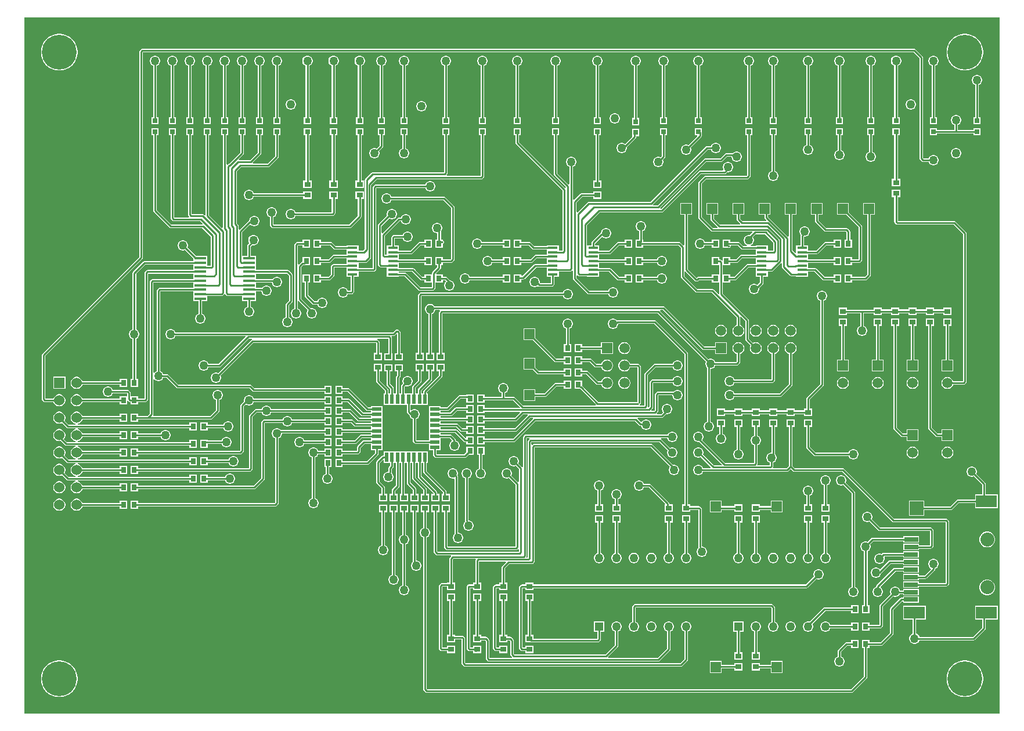
<source format=gtl>
G04*
G04 #@! TF.GenerationSoftware,Altium Limited,Altium Designer,22.3.1 (43)*
G04*
G04 Layer_Physical_Order=1*
G04 Layer_Color=255*
%FSLAX25Y25*%
%MOIN*%
G70*
G04*
G04 #@! TF.SameCoordinates,1903AC94-178F-402A-AE6A-EB822E6E4443*
G04*
G04*
G04 #@! TF.FilePolarity,Positive*
G04*
G01*
G75*
%ADD12C,0.01000*%
%ADD16R,0.07874X0.02756*%
%ADD17R,0.07874X0.07874*%
%ADD18R,0.12000X0.07000*%
%ADD19R,0.12000X0.07000*%
%ADD20R,0.03150X0.03740*%
%ADD21R,0.03150X0.03150*%
%ADD22R,0.07087X0.01772*%
%ADD23R,0.05807X0.01772*%
%ADD24R,0.03740X0.03150*%
%ADD25R,0.02362X0.05807*%
%ADD26R,0.05807X0.02362*%
%ADD47C,0.08000*%
%ADD48R,0.05906X0.05906*%
%ADD49R,0.05000X0.05000*%
%ADD50C,0.05000*%
%ADD51C,0.20000*%
%ADD52C,0.05906*%
%ADD53R,0.05906X0.05906*%
%ADD54C,0.06000*%
%ADD55R,0.06000X0.06000*%
G36*
X560000D02*
X0D01*
Y400000D01*
X560000D01*
Y0D01*
D02*
G37*
%LPC*%
G36*
X540826Y390500D02*
X539174D01*
X537541Y390242D01*
X535969Y389731D01*
X534497Y388980D01*
X533160Y388009D01*
X531991Y386840D01*
X531020Y385503D01*
X530269Y384031D01*
X529759Y382459D01*
X529500Y380826D01*
Y379174D01*
X529759Y377541D01*
X530269Y375969D01*
X531020Y374497D01*
X531991Y373160D01*
X533160Y371991D01*
X534497Y371020D01*
X535969Y370269D01*
X537541Y369759D01*
X539174Y369500D01*
X540826D01*
X542459Y369759D01*
X544031Y370269D01*
X545503Y371020D01*
X546840Y371991D01*
X548009Y373160D01*
X548980Y374497D01*
X549731Y375969D01*
X550242Y377541D01*
X550500Y379174D01*
Y380826D01*
X550242Y382459D01*
X549731Y384031D01*
X548980Y385503D01*
X548009Y386840D01*
X546840Y388009D01*
X545503Y388980D01*
X544031Y389731D01*
X542459Y390242D01*
X540826Y390500D01*
D02*
G37*
G36*
X20826D02*
X19174D01*
X17541Y390242D01*
X15969Y389731D01*
X14497Y388980D01*
X13160Y388009D01*
X11991Y386840D01*
X11020Y385503D01*
X10269Y384031D01*
X9759Y382459D01*
X9500Y380826D01*
Y379174D01*
X9759Y377541D01*
X10269Y375969D01*
X11020Y374497D01*
X11991Y373160D01*
X13160Y371991D01*
X14497Y371020D01*
X15969Y370269D01*
X17541Y369759D01*
X19174Y369500D01*
X20826D01*
X22459Y369759D01*
X24031Y370269D01*
X25503Y371020D01*
X26840Y371991D01*
X28009Y373160D01*
X28980Y374497D01*
X29731Y375969D01*
X30242Y377541D01*
X30500Y379174D01*
Y380826D01*
X30242Y382459D01*
X29731Y384031D01*
X28980Y385503D01*
X28009Y386840D01*
X26840Y388009D01*
X25503Y388980D01*
X24031Y389731D01*
X22459Y390242D01*
X20826Y390500D01*
D02*
G37*
G36*
X509395Y353000D02*
X508605D01*
X507842Y352796D01*
X507158Y352401D01*
X506599Y351842D01*
X506204Y351158D01*
X506000Y350395D01*
Y349605D01*
X506204Y348842D01*
X506599Y348158D01*
X507158Y347599D01*
X507842Y347204D01*
X508605Y347000D01*
X509395D01*
X510158Y347204D01*
X510842Y347599D01*
X511401Y348158D01*
X511796Y348842D01*
X512000Y349605D01*
Y350395D01*
X511796Y351158D01*
X511401Y351842D01*
X510842Y352401D01*
X510158Y352796D01*
X509395Y353000D01*
D02*
G37*
G36*
X153395D02*
X152605D01*
X151842Y352796D01*
X151158Y352401D01*
X150599Y351842D01*
X150204Y351158D01*
X150000Y350395D01*
Y349605D01*
X150204Y348842D01*
X150599Y348158D01*
X151158Y347599D01*
X151842Y347204D01*
X152605Y347000D01*
X153395D01*
X154158Y347204D01*
X154842Y347599D01*
X155401Y348158D01*
X155796Y348842D01*
X156000Y349605D01*
Y350395D01*
X155796Y351158D01*
X155401Y351842D01*
X154842Y352401D01*
X154158Y352796D01*
X153395Y353000D01*
D02*
G37*
G36*
X228395Y352000D02*
X227605D01*
X226842Y351796D01*
X226158Y351401D01*
X225599Y350842D01*
X225204Y350158D01*
X225000Y349395D01*
Y348605D01*
X225204Y347842D01*
X225599Y347158D01*
X226158Y346599D01*
X226842Y346204D01*
X227605Y346000D01*
X228395D01*
X229158Y346204D01*
X229842Y346599D01*
X230401Y347158D01*
X230796Y347842D01*
X231000Y348605D01*
Y349395D01*
X230796Y350158D01*
X230401Y350842D01*
X229842Y351401D01*
X229158Y351796D01*
X228395Y352000D01*
D02*
G37*
G36*
X339395Y345000D02*
X338605D01*
X337842Y344796D01*
X337158Y344401D01*
X336599Y343842D01*
X336204Y343158D01*
X336000Y342395D01*
Y341605D01*
X336204Y340842D01*
X336599Y340158D01*
X337158Y339599D01*
X337842Y339204D01*
X338605Y339000D01*
X339395D01*
X340158Y339204D01*
X340842Y339599D01*
X341401Y340158D01*
X341796Y340842D01*
X342000Y341605D01*
Y342395D01*
X341796Y343158D01*
X341401Y343842D01*
X340842Y344401D01*
X340158Y344796D01*
X339395Y345000D01*
D02*
G37*
G36*
X547395Y367000D02*
X546605D01*
X545842Y366796D01*
X545158Y366401D01*
X544599Y365842D01*
X544204Y365158D01*
X544000Y364395D01*
Y363605D01*
X544204Y362842D01*
X544599Y362158D01*
X545158Y361599D01*
X545842Y361204D01*
X545980Y361167D01*
Y342724D01*
X544925D01*
Y338575D01*
X549075D01*
Y342724D01*
X548020D01*
Y361167D01*
X548158Y361204D01*
X548842Y361599D01*
X549401Y362158D01*
X549796Y362842D01*
X550000Y363605D01*
Y364395D01*
X549796Y365158D01*
X549401Y365842D01*
X548842Y366401D01*
X548158Y366796D01*
X547395Y367000D01*
D02*
G37*
G36*
X522395Y378000D02*
X521605D01*
X520842Y377796D01*
X520158Y377401D01*
X519599Y376842D01*
X519204Y376158D01*
X519000Y375395D01*
Y374605D01*
X519204Y373842D01*
X519599Y373158D01*
X520158Y372599D01*
X520842Y372204D01*
X520980Y372167D01*
Y342724D01*
X519925D01*
Y338575D01*
X524075D01*
Y342724D01*
X523020D01*
Y372167D01*
X523158Y372204D01*
X523842Y372599D01*
X524401Y373158D01*
X524796Y373842D01*
X525000Y374605D01*
Y375395D01*
X524796Y376158D01*
X524401Y376842D01*
X523842Y377401D01*
X523158Y377796D01*
X522395Y378000D01*
D02*
G37*
G36*
X500895D02*
X500105D01*
X499342Y377796D01*
X498658Y377401D01*
X498099Y376842D01*
X497704Y376158D01*
X497500Y375395D01*
Y374605D01*
X497704Y373842D01*
X498099Y373158D01*
X498658Y372599D01*
X499342Y372204D01*
X499480Y372167D01*
Y342724D01*
X498425D01*
Y338575D01*
X502575D01*
Y342724D01*
X501520D01*
Y372167D01*
X501658Y372204D01*
X502342Y372599D01*
X502901Y373158D01*
X503296Y373842D01*
X503500Y374605D01*
Y375395D01*
X503296Y376158D01*
X502901Y376842D01*
X502342Y377401D01*
X501658Y377796D01*
X500895Y378000D01*
D02*
G37*
G36*
X486395D02*
X485605D01*
X484842Y377796D01*
X484158Y377401D01*
X483599Y376842D01*
X483204Y376158D01*
X483000Y375395D01*
Y374605D01*
X483204Y373842D01*
X483599Y373158D01*
X484158Y372599D01*
X484842Y372204D01*
X484980Y372167D01*
Y342724D01*
X483925D01*
Y338575D01*
X488075D01*
Y342724D01*
X487020D01*
Y372167D01*
X487158Y372204D01*
X487842Y372599D01*
X488401Y373158D01*
X488796Y373842D01*
X489000Y374605D01*
Y375395D01*
X488796Y376158D01*
X488401Y376842D01*
X487842Y377401D01*
X487158Y377796D01*
X486395Y378000D01*
D02*
G37*
G36*
X468395D02*
X467605D01*
X466842Y377796D01*
X466158Y377401D01*
X465599Y376842D01*
X465204Y376158D01*
X465000Y375395D01*
Y374605D01*
X465204Y373842D01*
X465599Y373158D01*
X466158Y372599D01*
X466842Y372204D01*
X466980Y372167D01*
Y342724D01*
X465925D01*
Y338575D01*
X470075D01*
Y342724D01*
X469020D01*
Y372167D01*
X469158Y372204D01*
X469842Y372599D01*
X470401Y373158D01*
X470796Y373842D01*
X471000Y374605D01*
Y375395D01*
X470796Y376158D01*
X470401Y376842D01*
X469842Y377401D01*
X469158Y377796D01*
X468395Y378000D01*
D02*
G37*
G36*
X450395D02*
X449605D01*
X448842Y377796D01*
X448158Y377401D01*
X447599Y376842D01*
X447204Y376158D01*
X447000Y375395D01*
Y374605D01*
X447204Y373842D01*
X447599Y373158D01*
X448158Y372599D01*
X448842Y372204D01*
X448980Y372167D01*
Y342724D01*
X447925D01*
Y338575D01*
X452075D01*
Y342724D01*
X451020D01*
Y372167D01*
X451158Y372204D01*
X451842Y372599D01*
X452401Y373158D01*
X452796Y373842D01*
X453000Y374605D01*
Y375395D01*
X452796Y376158D01*
X452401Y376842D01*
X451842Y377401D01*
X451158Y377796D01*
X450395Y378000D01*
D02*
G37*
G36*
X430395D02*
X429605D01*
X428842Y377796D01*
X428158Y377401D01*
X427599Y376842D01*
X427204Y376158D01*
X427000Y375395D01*
Y374605D01*
X427204Y373842D01*
X427599Y373158D01*
X428158Y372599D01*
X428842Y372204D01*
X428980Y372167D01*
Y342724D01*
X427925D01*
Y338575D01*
X432075D01*
Y342724D01*
X431020D01*
Y372167D01*
X431158Y372204D01*
X431842Y372599D01*
X432401Y373158D01*
X432796Y373842D01*
X433000Y374605D01*
Y375395D01*
X432796Y376158D01*
X432401Y376842D01*
X431842Y377401D01*
X431158Y377796D01*
X430395Y378000D01*
D02*
G37*
G36*
X416395D02*
X415605D01*
X414842Y377796D01*
X414158Y377401D01*
X413599Y376842D01*
X413204Y376158D01*
X413000Y375395D01*
Y374605D01*
X413204Y373842D01*
X413599Y373158D01*
X414158Y372599D01*
X414842Y372204D01*
X414980Y372167D01*
Y342724D01*
X413925D01*
Y338575D01*
X418075D01*
Y342724D01*
X417020D01*
Y372167D01*
X417158Y372204D01*
X417842Y372599D01*
X418401Y373158D01*
X418796Y373842D01*
X419000Y374605D01*
Y375395D01*
X418796Y376158D01*
X418401Y376842D01*
X417842Y377401D01*
X417158Y377796D01*
X416395Y378000D01*
D02*
G37*
G36*
X387395D02*
X386605D01*
X385842Y377796D01*
X385158Y377401D01*
X384599Y376842D01*
X384204Y376158D01*
X384000Y375395D01*
Y374605D01*
X384204Y373842D01*
X384599Y373158D01*
X385158Y372599D01*
X385842Y372204D01*
X385980Y372167D01*
Y342724D01*
X384925D01*
Y338575D01*
X389075D01*
Y342724D01*
X388020D01*
Y372167D01*
X388158Y372204D01*
X388842Y372599D01*
X389401Y373158D01*
X389796Y373842D01*
X390000Y374605D01*
Y375395D01*
X389796Y376158D01*
X389401Y376842D01*
X388842Y377401D01*
X388158Y377796D01*
X387395Y378000D01*
D02*
G37*
G36*
X367395D02*
X366605D01*
X365842Y377796D01*
X365158Y377401D01*
X364599Y376842D01*
X364204Y376158D01*
X364000Y375395D01*
Y374605D01*
X364204Y373842D01*
X364599Y373158D01*
X365158Y372599D01*
X365842Y372204D01*
X365980Y372167D01*
Y342724D01*
X364925D01*
Y338575D01*
X369075D01*
Y342724D01*
X368020D01*
Y372167D01*
X368158Y372204D01*
X368842Y372599D01*
X369401Y373158D01*
X369796Y373842D01*
X370000Y374605D01*
Y375395D01*
X369796Y376158D01*
X369401Y376842D01*
X368842Y377401D01*
X368158Y377796D01*
X367395Y378000D01*
D02*
G37*
G36*
X329395D02*
X328605D01*
X327842Y377796D01*
X327158Y377401D01*
X326599Y376842D01*
X326204Y376158D01*
X326000Y375395D01*
Y374605D01*
X326204Y373842D01*
X326599Y373158D01*
X327158Y372599D01*
X327842Y372204D01*
X327980Y372167D01*
Y342724D01*
X326925D01*
Y338575D01*
X331075D01*
Y342724D01*
X330020D01*
Y372167D01*
X330158Y372204D01*
X330842Y372599D01*
X331401Y373158D01*
X331796Y373842D01*
X332000Y374605D01*
Y375395D01*
X331796Y376158D01*
X331401Y376842D01*
X330842Y377401D01*
X330158Y377796D01*
X329395Y378000D01*
D02*
G37*
G36*
X305395D02*
X304605D01*
X303842Y377796D01*
X303158Y377401D01*
X302599Y376842D01*
X302204Y376158D01*
X302000Y375395D01*
Y374605D01*
X302204Y373842D01*
X302599Y373158D01*
X303158Y372599D01*
X303842Y372204D01*
X303980Y372167D01*
Y342724D01*
X302925D01*
Y338575D01*
X307075D01*
Y342724D01*
X306020D01*
Y372167D01*
X306158Y372204D01*
X306842Y372599D01*
X307401Y373158D01*
X307796Y373842D01*
X308000Y374605D01*
Y375395D01*
X307796Y376158D01*
X307401Y376842D01*
X306842Y377401D01*
X306158Y377796D01*
X305395Y378000D01*
D02*
G37*
G36*
X283395D02*
X282605D01*
X281842Y377796D01*
X281158Y377401D01*
X280599Y376842D01*
X280204Y376158D01*
X280000Y375395D01*
Y374605D01*
X280204Y373842D01*
X280599Y373158D01*
X281158Y372599D01*
X281842Y372204D01*
X281980Y372167D01*
Y342724D01*
X280925D01*
Y338575D01*
X285075D01*
Y342724D01*
X284020D01*
Y372167D01*
X284158Y372204D01*
X284842Y372599D01*
X285401Y373158D01*
X285796Y373842D01*
X286000Y374605D01*
Y375395D01*
X285796Y376158D01*
X285401Y376842D01*
X284842Y377401D01*
X284158Y377796D01*
X283395Y378000D01*
D02*
G37*
G36*
X263395D02*
X262605D01*
X261842Y377796D01*
X261158Y377401D01*
X260599Y376842D01*
X260204Y376158D01*
X260000Y375395D01*
Y374605D01*
X260204Y373842D01*
X260599Y373158D01*
X261158Y372599D01*
X261842Y372204D01*
X261980Y372167D01*
Y342724D01*
X260925D01*
Y338575D01*
X265075D01*
Y342724D01*
X264020D01*
Y372167D01*
X264158Y372204D01*
X264842Y372599D01*
X265401Y373158D01*
X265796Y373842D01*
X266000Y374605D01*
Y375395D01*
X265796Y376158D01*
X265401Y376842D01*
X264842Y377401D01*
X264158Y377796D01*
X263395Y378000D01*
D02*
G37*
G36*
X242395D02*
X241605D01*
X240842Y377796D01*
X240158Y377401D01*
X239599Y376842D01*
X239204Y376158D01*
X239000Y375395D01*
Y374605D01*
X239204Y373842D01*
X239599Y373158D01*
X240158Y372599D01*
X240842Y372204D01*
X240980Y372167D01*
Y342724D01*
X239925D01*
Y338575D01*
X244075D01*
Y342724D01*
X243020D01*
Y372167D01*
X243158Y372204D01*
X243842Y372599D01*
X244401Y373158D01*
X244796Y373842D01*
X245000Y374605D01*
Y375395D01*
X244796Y376158D01*
X244401Y376842D01*
X243842Y377401D01*
X243158Y377796D01*
X242395Y378000D01*
D02*
G37*
G36*
X218395D02*
X217605D01*
X216842Y377796D01*
X216158Y377401D01*
X215599Y376842D01*
X215204Y376158D01*
X215000Y375395D01*
Y374605D01*
X215204Y373842D01*
X215599Y373158D01*
X216158Y372599D01*
X216842Y372204D01*
X216980Y372167D01*
Y342724D01*
X215925D01*
Y338575D01*
X220075D01*
Y342724D01*
X219020D01*
Y372167D01*
X219158Y372204D01*
X219842Y372599D01*
X220401Y373158D01*
X220796Y373842D01*
X221000Y374605D01*
Y375395D01*
X220796Y376158D01*
X220401Y376842D01*
X219842Y377401D01*
X219158Y377796D01*
X218395Y378000D01*
D02*
G37*
G36*
X205395D02*
X204605D01*
X203842Y377796D01*
X203158Y377401D01*
X202599Y376842D01*
X202204Y376158D01*
X202000Y375395D01*
Y374605D01*
X202204Y373842D01*
X202599Y373158D01*
X203158Y372599D01*
X203842Y372204D01*
X203980Y372167D01*
Y342724D01*
X202925D01*
Y338575D01*
X207075D01*
Y342724D01*
X206020D01*
Y372167D01*
X206158Y372204D01*
X206842Y372599D01*
X207401Y373158D01*
X207796Y373842D01*
X208000Y374605D01*
Y375395D01*
X207796Y376158D01*
X207401Y376842D01*
X206842Y377401D01*
X206158Y377796D01*
X205395Y378000D01*
D02*
G37*
G36*
X192895D02*
X192105D01*
X191342Y377796D01*
X190658Y377401D01*
X190099Y376842D01*
X189704Y376158D01*
X189500Y375395D01*
Y374605D01*
X189704Y373842D01*
X190099Y373158D01*
X190658Y372599D01*
X191342Y372204D01*
X191480Y372167D01*
Y342724D01*
X190425D01*
Y338575D01*
X194575D01*
Y342724D01*
X193520D01*
Y372167D01*
X193658Y372204D01*
X194342Y372599D01*
X194901Y373158D01*
X195296Y373842D01*
X195500Y374605D01*
Y375395D01*
X195296Y376158D01*
X194901Y376842D01*
X194342Y377401D01*
X193658Y377796D01*
X192895Y378000D01*
D02*
G37*
G36*
X177895D02*
X177105D01*
X176342Y377796D01*
X175658Y377401D01*
X175099Y376842D01*
X174704Y376158D01*
X174500Y375395D01*
Y374605D01*
X174704Y373842D01*
X175099Y373158D01*
X175658Y372599D01*
X176342Y372204D01*
X176480Y372167D01*
Y342724D01*
X175425D01*
Y338575D01*
X179575D01*
Y342724D01*
X178520D01*
Y372167D01*
X178658Y372204D01*
X179342Y372599D01*
X179901Y373158D01*
X180296Y373842D01*
X180500Y374605D01*
Y375395D01*
X180296Y376158D01*
X179901Y376842D01*
X179342Y377401D01*
X178658Y377796D01*
X177895Y378000D01*
D02*
G37*
G36*
X162895D02*
X162105D01*
X161342Y377796D01*
X160658Y377401D01*
X160099Y376842D01*
X159704Y376158D01*
X159500Y375395D01*
Y374605D01*
X159704Y373842D01*
X160099Y373158D01*
X160658Y372599D01*
X161342Y372204D01*
X161480Y372167D01*
Y342724D01*
X160425D01*
Y338575D01*
X164575D01*
Y342724D01*
X163520D01*
Y372167D01*
X163658Y372204D01*
X164342Y372599D01*
X164901Y373158D01*
X165296Y373842D01*
X165500Y374605D01*
Y375395D01*
X165296Y376158D01*
X164901Y376842D01*
X164342Y377401D01*
X163658Y377796D01*
X162895Y378000D01*
D02*
G37*
G36*
X145395D02*
X144605D01*
X143842Y377796D01*
X143158Y377401D01*
X142599Y376842D01*
X142204Y376158D01*
X142000Y375395D01*
Y374605D01*
X142204Y373842D01*
X142599Y373158D01*
X143158Y372599D01*
X143842Y372204D01*
X143980Y372167D01*
Y342724D01*
X142925D01*
Y338575D01*
X147075D01*
Y342724D01*
X146020D01*
Y372167D01*
X146158Y372204D01*
X146842Y372599D01*
X147401Y373158D01*
X147796Y373842D01*
X148000Y374605D01*
Y375395D01*
X147796Y376158D01*
X147401Y376842D01*
X146842Y377401D01*
X146158Y377796D01*
X145395Y378000D01*
D02*
G37*
G36*
X135395D02*
X134605D01*
X133842Y377796D01*
X133158Y377401D01*
X132599Y376842D01*
X132204Y376158D01*
X132000Y375395D01*
Y374605D01*
X132204Y373842D01*
X132599Y373158D01*
X133158Y372599D01*
X133842Y372204D01*
X133980Y372167D01*
Y342724D01*
X132925D01*
Y338575D01*
X137075D01*
Y342724D01*
X136020D01*
Y372167D01*
X136158Y372204D01*
X136842Y372599D01*
X137401Y373158D01*
X137796Y373842D01*
X138000Y374605D01*
Y375395D01*
X137796Y376158D01*
X137401Y376842D01*
X136842Y377401D01*
X136158Y377796D01*
X135395Y378000D01*
D02*
G37*
G36*
X125395D02*
X124605D01*
X123842Y377796D01*
X123158Y377401D01*
X122599Y376842D01*
X122204Y376158D01*
X122000Y375395D01*
Y374605D01*
X122204Y373842D01*
X122599Y373158D01*
X123158Y372599D01*
X123842Y372204D01*
X123980Y372167D01*
Y342724D01*
X122925D01*
Y338575D01*
X127075D01*
Y342724D01*
X126020D01*
Y372167D01*
X126158Y372204D01*
X126842Y372599D01*
X127401Y373158D01*
X127796Y373842D01*
X128000Y374605D01*
Y375395D01*
X127796Y376158D01*
X127401Y376842D01*
X126842Y377401D01*
X126158Y377796D01*
X125395Y378000D01*
D02*
G37*
G36*
X115395D02*
X114605D01*
X113842Y377796D01*
X113158Y377401D01*
X112599Y376842D01*
X112204Y376158D01*
X112000Y375395D01*
Y374605D01*
X112204Y373842D01*
X112599Y373158D01*
X113158Y372599D01*
X113842Y372204D01*
X113980Y372167D01*
Y342724D01*
X112925D01*
Y338575D01*
X117075D01*
Y342724D01*
X116020D01*
Y372167D01*
X116158Y372204D01*
X116842Y372599D01*
X117401Y373158D01*
X117796Y373842D01*
X118000Y374605D01*
Y375395D01*
X117796Y376158D01*
X117401Y376842D01*
X116842Y377401D01*
X116158Y377796D01*
X115395Y378000D01*
D02*
G37*
G36*
X105395D02*
X104605D01*
X103842Y377796D01*
X103158Y377401D01*
X102599Y376842D01*
X102204Y376158D01*
X102000Y375395D01*
Y374605D01*
X102204Y373842D01*
X102599Y373158D01*
X103158Y372599D01*
X103842Y372204D01*
X103980Y372167D01*
Y342724D01*
X102925D01*
Y338575D01*
X107075D01*
Y342724D01*
X106020D01*
Y372167D01*
X106158Y372204D01*
X106842Y372599D01*
X107401Y373158D01*
X107796Y373842D01*
X108000Y374605D01*
Y375395D01*
X107796Y376158D01*
X107401Y376842D01*
X106842Y377401D01*
X106158Y377796D01*
X105395Y378000D01*
D02*
G37*
G36*
X95395D02*
X94605D01*
X93842Y377796D01*
X93158Y377401D01*
X92599Y376842D01*
X92204Y376158D01*
X92000Y375395D01*
Y374605D01*
X92204Y373842D01*
X92599Y373158D01*
X93158Y372599D01*
X93842Y372204D01*
X93980Y372167D01*
Y342724D01*
X92925D01*
Y338575D01*
X97075D01*
Y342724D01*
X96020D01*
Y372167D01*
X96158Y372204D01*
X96842Y372599D01*
X97401Y373158D01*
X97796Y373842D01*
X98000Y374605D01*
Y375395D01*
X97796Y376158D01*
X97401Y376842D01*
X96842Y377401D01*
X96158Y377796D01*
X95395Y378000D01*
D02*
G37*
G36*
X85395D02*
X84605D01*
X83842Y377796D01*
X83158Y377401D01*
X82599Y376842D01*
X82204Y376158D01*
X82000Y375395D01*
Y374605D01*
X82204Y373842D01*
X82599Y373158D01*
X83158Y372599D01*
X83842Y372204D01*
X83980Y372167D01*
Y342724D01*
X82925D01*
Y338575D01*
X87075D01*
Y342724D01*
X86020D01*
Y372167D01*
X86158Y372204D01*
X86842Y372599D01*
X87401Y373158D01*
X87796Y373842D01*
X88000Y374605D01*
Y375395D01*
X87796Y376158D01*
X87401Y376842D01*
X86842Y377401D01*
X86158Y377796D01*
X85395Y378000D01*
D02*
G37*
G36*
X75395D02*
X74605D01*
X73842Y377796D01*
X73158Y377401D01*
X72599Y376842D01*
X72204Y376158D01*
X72000Y375395D01*
Y374605D01*
X72204Y373842D01*
X72599Y373158D01*
X73158Y372599D01*
X73842Y372204D01*
X73980Y372167D01*
Y342724D01*
X72925D01*
Y338575D01*
X77075D01*
Y342724D01*
X76020D01*
Y372167D01*
X76158Y372204D01*
X76842Y372599D01*
X77401Y373158D01*
X77796Y373842D01*
X78000Y374605D01*
Y375395D01*
X77796Y376158D01*
X77401Y376842D01*
X76842Y377401D01*
X76158Y377796D01*
X75395Y378000D01*
D02*
G37*
G36*
X351395D02*
X350605D01*
X349842Y377796D01*
X349158Y377401D01*
X348599Y376842D01*
X348204Y376158D01*
X348000Y375395D01*
Y374605D01*
X348204Y373842D01*
X348599Y373158D01*
X349158Y372599D01*
X349842Y372204D01*
X349980Y372167D01*
Y342224D01*
X348925D01*
Y338075D01*
X353075D01*
Y342224D01*
X352020D01*
Y372167D01*
X352158Y372204D01*
X352842Y372599D01*
X353401Y373158D01*
X353796Y373842D01*
X354000Y374605D01*
Y375395D01*
X353796Y376158D01*
X353401Y376842D01*
X352842Y377401D01*
X352158Y377796D01*
X351395Y378000D01*
D02*
G37*
G36*
X535395Y344000D02*
X534605D01*
X533842Y343796D01*
X533158Y343401D01*
X532599Y342842D01*
X532204Y342158D01*
X532000Y341395D01*
Y340605D01*
X532204Y339842D01*
X532599Y339158D01*
X533158Y338599D01*
X533842Y338204D01*
X533980Y338167D01*
Y335370D01*
X524075D01*
Y336425D01*
X519925D01*
Y332276D01*
X524075D01*
Y333331D01*
X544925D01*
Y332276D01*
X549075D01*
Y336425D01*
X544925D01*
Y335370D01*
X536020D01*
Y338167D01*
X536158Y338204D01*
X536842Y338599D01*
X537401Y339158D01*
X537796Y339842D01*
X538000Y340605D01*
Y341395D01*
X537796Y342158D01*
X537401Y342842D01*
X536842Y343401D01*
X536158Y343796D01*
X535395Y344000D01*
D02*
G37*
G36*
X353075Y335925D02*
X348925D01*
Y331776D01*
X348925D01*
X349045Y331487D01*
X344900Y327342D01*
X344842Y327401D01*
X344158Y327796D01*
X343395Y328000D01*
X342605D01*
X341842Y327796D01*
X341158Y327401D01*
X340599Y326842D01*
X340204Y326158D01*
X340000Y325395D01*
Y324605D01*
X340204Y323842D01*
X340599Y323158D01*
X341158Y322599D01*
X341842Y322204D01*
X342605Y322000D01*
X343395D01*
X344158Y322204D01*
X344842Y322599D01*
X345401Y323158D01*
X345796Y323842D01*
X346000Y324605D01*
Y325395D01*
X345966Y325524D01*
X351082Y330640D01*
X351303Y330971D01*
X351381Y331361D01*
Y331776D01*
X353075D01*
Y335925D01*
D02*
G37*
G36*
X389075Y336425D02*
X384925D01*
Y332276D01*
X386180D01*
X386372Y331814D01*
X381282Y326724D01*
X381158Y326796D01*
X380395Y327000D01*
X379605D01*
X378842Y326796D01*
X378158Y326401D01*
X377599Y325842D01*
X377204Y325158D01*
X377000Y324395D01*
Y323605D01*
X377204Y322842D01*
X377599Y322158D01*
X378158Y321599D01*
X378842Y321204D01*
X379605Y321000D01*
X380395D01*
X381158Y321204D01*
X381842Y321599D01*
X382401Y322158D01*
X382796Y322842D01*
X383000Y323605D01*
Y324395D01*
X382796Y325158D01*
X382724Y325282D01*
X388582Y331140D01*
X388803Y331471D01*
X388881Y331861D01*
Y332276D01*
X389075D01*
Y336425D01*
D02*
G37*
G36*
X207075D02*
X202925D01*
Y332276D01*
X203980D01*
Y326422D01*
X202282Y324724D01*
X202158Y324796D01*
X201395Y325000D01*
X200605D01*
X199842Y324796D01*
X199158Y324401D01*
X198599Y323842D01*
X198204Y323158D01*
X198000Y322395D01*
Y321605D01*
X198204Y320842D01*
X198599Y320158D01*
X199158Y319599D01*
X199842Y319204D01*
X200605Y319000D01*
X201395D01*
X202158Y319204D01*
X202842Y319599D01*
X203401Y320158D01*
X203796Y320842D01*
X204000Y321605D01*
Y322395D01*
X203796Y323158D01*
X203724Y323282D01*
X205721Y325279D01*
X205942Y325610D01*
X206020Y326000D01*
Y332276D01*
X207075D01*
Y336425D01*
D02*
G37*
G36*
X452075D02*
X447925D01*
Y332276D01*
X448980D01*
Y326833D01*
X448842Y326796D01*
X448158Y326401D01*
X447599Y325842D01*
X447204Y325158D01*
X447000Y324395D01*
Y323605D01*
X447204Y322842D01*
X447599Y322158D01*
X448158Y321599D01*
X448842Y321204D01*
X449605Y321000D01*
X450395D01*
X451158Y321204D01*
X451842Y321599D01*
X452401Y322158D01*
X452796Y322842D01*
X453000Y323605D01*
Y324395D01*
X452796Y325158D01*
X452401Y325842D01*
X451842Y326401D01*
X451158Y326796D01*
X451020Y326833D01*
Y332276D01*
X452075D01*
Y336425D01*
D02*
G37*
G36*
X369075D02*
X364925D01*
Y332276D01*
X365980D01*
Y320422D01*
X365282Y319724D01*
X365158Y319796D01*
X364395Y320000D01*
X363605D01*
X362842Y319796D01*
X362158Y319401D01*
X361599Y318842D01*
X361204Y318158D01*
X361000Y317395D01*
Y316605D01*
X361204Y315842D01*
X361599Y315158D01*
X362158Y314599D01*
X362842Y314204D01*
X363605Y314000D01*
X364395D01*
X365158Y314204D01*
X365842Y314599D01*
X366401Y315158D01*
X366796Y315842D01*
X367000Y316605D01*
Y317395D01*
X366796Y318158D01*
X366724Y318282D01*
X367721Y319279D01*
X367942Y319610D01*
X368020Y320000D01*
Y332276D01*
X369075D01*
Y336425D01*
D02*
G37*
G36*
X535395Y325000D02*
X534605D01*
X533842Y324796D01*
X533158Y324401D01*
X532599Y323842D01*
X532204Y323158D01*
X532000Y322395D01*
Y321605D01*
X532204Y320842D01*
X532599Y320158D01*
X533158Y319599D01*
X533842Y319204D01*
X534605Y319000D01*
X535395D01*
X536158Y319204D01*
X536842Y319599D01*
X537401Y320158D01*
X537796Y320842D01*
X538000Y321605D01*
Y322395D01*
X537796Y323158D01*
X537401Y323842D01*
X536842Y324401D01*
X536158Y324796D01*
X535395Y325000D01*
D02*
G37*
G36*
X220075Y336425D02*
X215925D01*
Y332276D01*
X216980D01*
Y324833D01*
X216842Y324796D01*
X216158Y324401D01*
X215599Y323842D01*
X215204Y323158D01*
X215000Y322395D01*
Y321605D01*
X215204Y320842D01*
X215599Y320158D01*
X216158Y319599D01*
X216842Y319204D01*
X217605Y319000D01*
X218395D01*
X219158Y319204D01*
X219842Y319599D01*
X220401Y320158D01*
X220796Y320842D01*
X221000Y321605D01*
Y322395D01*
X220796Y323158D01*
X220401Y323842D01*
X219842Y324401D01*
X219158Y324796D01*
X219020Y324833D01*
Y332276D01*
X220075D01*
Y336425D01*
D02*
G37*
G36*
X470075D02*
X465925D01*
Y332276D01*
X466980D01*
Y323833D01*
X466842Y323796D01*
X466158Y323401D01*
X465599Y322842D01*
X465204Y322158D01*
X465000Y321395D01*
Y320605D01*
X465204Y319842D01*
X465599Y319158D01*
X466158Y318599D01*
X466842Y318204D01*
X467605Y318000D01*
X468395D01*
X469158Y318204D01*
X469842Y318599D01*
X470401Y319158D01*
X470796Y319842D01*
X471000Y320605D01*
Y321395D01*
X470796Y322158D01*
X470401Y322842D01*
X469842Y323401D01*
X469158Y323796D01*
X469020Y323833D01*
Y332276D01*
X470075D01*
Y336425D01*
D02*
G37*
G36*
X488075D02*
X483925D01*
Y332276D01*
X484980D01*
Y322833D01*
X484842Y322796D01*
X484158Y322401D01*
X483599Y321842D01*
X483204Y321158D01*
X483000Y320395D01*
Y319605D01*
X483204Y318842D01*
X483599Y318158D01*
X484158Y317599D01*
X484842Y317204D01*
X485605Y317000D01*
X486395D01*
X487158Y317204D01*
X487842Y317599D01*
X488401Y318158D01*
X488796Y318842D01*
X489000Y319605D01*
Y320395D01*
X488796Y321158D01*
X488401Y321842D01*
X487842Y322401D01*
X487158Y322796D01*
X487020Y322833D01*
Y332276D01*
X488075D01*
Y336425D01*
D02*
G37*
G36*
X147075D02*
X142925D01*
Y332276D01*
X143980D01*
Y320422D01*
X139578Y316020D01*
X131169D01*
X130962Y316520D01*
X135721Y321279D01*
X135942Y321610D01*
X136020Y322000D01*
Y332276D01*
X137075D01*
Y336425D01*
X132925D01*
Y332276D01*
X133980D01*
Y322422D01*
X129578Y318020D01*
X123169D01*
X122961Y318520D01*
X125721Y321279D01*
X125942Y321610D01*
X126020Y322000D01*
Y332276D01*
X127075D01*
Y336425D01*
X122925D01*
Y332276D01*
X123980D01*
Y322422D01*
X117576Y316018D01*
X117196Y315942D01*
X116865Y315721D01*
X116520Y315376D01*
X116020Y315583D01*
Y332276D01*
X117075D01*
Y336425D01*
X112925D01*
Y332276D01*
X113980D01*
Y279169D01*
X113480Y278961D01*
X106020Y286422D01*
Y332276D01*
X107075D01*
Y336425D01*
X102925D01*
Y332276D01*
X103980D01*
Y286340D01*
X103480Y286133D01*
X102893Y286721D01*
X102562Y286942D01*
X102172Y287020D01*
X96020D01*
Y332276D01*
X97075D01*
Y336425D01*
X92925D01*
Y332276D01*
X93980D01*
Y286586D01*
X94058Y286196D01*
X94279Y285865D01*
X94624Y285520D01*
X94417Y285020D01*
X86020D01*
Y332276D01*
X87075D01*
Y336425D01*
X82925D01*
Y332276D01*
X83980D01*
Y284586D01*
X84058Y284196D01*
X84279Y283865D01*
X84865Y283279D01*
X85196Y283058D01*
X85586Y282980D01*
X100921D01*
X102382Y281520D01*
X102174Y281020D01*
X84422D01*
X76020Y289422D01*
Y332276D01*
X77075D01*
Y336425D01*
X72925D01*
Y332276D01*
X73980D01*
Y289000D01*
X74058Y288610D01*
X74279Y288279D01*
X83279Y279279D01*
X83610Y279058D01*
X84000Y278980D01*
X102092D01*
X106980Y274092D01*
Y257244D01*
X105067D01*
Y260130D01*
Y262902D01*
X98540D01*
X93724Y267718D01*
X93796Y267842D01*
X94000Y268605D01*
Y269395D01*
X93796Y270158D01*
X93401Y270842D01*
X92842Y271401D01*
X92158Y271796D01*
X91395Y272000D01*
X90605D01*
X89842Y271796D01*
X89158Y271401D01*
X88599Y270842D01*
X88204Y270158D01*
X88000Y269395D01*
Y268605D01*
X88204Y267842D01*
X88599Y267158D01*
X89158Y266599D01*
X89842Y266204D01*
X90605Y266000D01*
X91395D01*
X92158Y266204D01*
X92282Y266276D01*
X96980Y261578D01*
Y259976D01*
X68957D01*
X68567Y259899D01*
X68236Y259678D01*
X62429Y253871D01*
X62208Y253540D01*
X62130Y253150D01*
Y220873D01*
X61842Y220796D01*
X61158Y220401D01*
X60599Y219842D01*
X60204Y219158D01*
X60000Y218395D01*
Y217605D01*
X60204Y216842D01*
X60599Y216158D01*
X61158Y215599D01*
X61842Y215204D01*
X62130Y215127D01*
Y192370D01*
X61075D01*
Y187630D01*
X65224D01*
Y192370D01*
X64169D01*
Y215211D01*
X64842Y215599D01*
X65401Y216158D01*
X65796Y216842D01*
X66000Y217605D01*
Y218395D01*
X65796Y219158D01*
X65401Y219842D01*
X64842Y220401D01*
X64169Y220789D01*
Y252727D01*
X69379Y257937D01*
X96980D01*
Y254858D01*
X70586D01*
X70196Y254781D01*
X69865Y254559D01*
X69279Y253974D01*
X69058Y253643D01*
X68980Y253253D01*
Y181020D01*
X65224D01*
Y182370D01*
X61075D01*
X61020Y182847D01*
Y184414D01*
X60942Y184804D01*
X60721Y185135D01*
X60135Y185721D01*
X59804Y185942D01*
X59414Y186020D01*
X50833D01*
X50796Y186158D01*
X50401Y186842D01*
X49842Y187401D01*
X49158Y187796D01*
X48395Y188000D01*
X47605D01*
X46842Y187796D01*
X46158Y187401D01*
X45599Y186842D01*
X45204Y186158D01*
X45000Y185395D01*
Y184605D01*
X45204Y183842D01*
X45599Y183158D01*
X46158Y182599D01*
X46842Y182204D01*
X47605Y182000D01*
X48395D01*
X49158Y182204D01*
X49842Y182599D01*
X50401Y183158D01*
X50796Y183842D01*
X50833Y183980D01*
X58980D01*
Y182847D01*
X58925Y182370D01*
X58480Y182370D01*
X54776D01*
Y181020D01*
X33350D01*
X33261Y181351D01*
X32801Y182149D01*
X32149Y182801D01*
X31351Y183262D01*
X30461Y183500D01*
X29539D01*
X28649Y183262D01*
X27851Y182801D01*
X27199Y182149D01*
X26739Y181351D01*
X26500Y180461D01*
Y179539D01*
X26739Y178649D01*
X27199Y177851D01*
X27851Y177199D01*
X28649Y176739D01*
X29539Y176500D01*
X30461D01*
X31351Y176739D01*
X32149Y177199D01*
X32801Y177851D01*
X33261Y178649D01*
X33350Y178980D01*
X54776D01*
Y177630D01*
X58925D01*
Y179512D01*
X59425Y179719D01*
X59865Y179279D01*
X60196Y179058D01*
X60586Y178980D01*
X61075D01*
Y177630D01*
X65224D01*
Y178980D01*
X69414D01*
X69804Y179058D01*
X70135Y179279D01*
X70721Y179865D01*
X70942Y180196D01*
X71020Y180586D01*
Y252819D01*
X96980D01*
Y249740D01*
X73586D01*
X73196Y249662D01*
X72865Y249441D01*
X72279Y248856D01*
X72058Y248525D01*
X71980Y248135D01*
Y172288D01*
X70712Y171020D01*
X65224D01*
Y172370D01*
X61075D01*
Y167630D01*
X65224D01*
Y168980D01*
X107000D01*
X107390Y169058D01*
X107721Y169279D01*
X111721Y173279D01*
X111942Y173610D01*
X112020Y174000D01*
Y180167D01*
X112158Y180204D01*
X112842Y180599D01*
X113401Y181158D01*
X113796Y181842D01*
X114000Y182605D01*
Y183395D01*
X113796Y184158D01*
X113401Y184842D01*
X112842Y185401D01*
X112158Y185796D01*
X111395Y186000D01*
X110605D01*
X109842Y185796D01*
X109158Y185401D01*
X108599Y184842D01*
X108204Y184158D01*
X108000Y183395D01*
Y182605D01*
X108204Y181842D01*
X108599Y181158D01*
X109158Y180599D01*
X109842Y180204D01*
X109980Y180167D01*
Y174422D01*
X106578Y171020D01*
X74239D01*
X73961Y171446D01*
X73951Y171520D01*
X74020Y171865D01*
Y192162D01*
X74520Y192296D01*
X74599Y192158D01*
X75158Y191599D01*
X75842Y191204D01*
X76605Y191000D01*
X77395D01*
X78158Y191204D01*
X78842Y191599D01*
X79401Y192158D01*
X79796Y192842D01*
X79833Y192980D01*
X81578D01*
X87279Y187279D01*
X87610Y187058D01*
X88000Y186980D01*
X129216D01*
X130917Y185279D01*
X131248Y185058D01*
X131638Y184980D01*
X172276D01*
Y183630D01*
X176425D01*
Y188370D01*
X172276D01*
Y187020D01*
X132060D01*
X130359Y188721D01*
X130028Y188942D01*
X129638Y189020D01*
X88422D01*
X82721Y194721D01*
X82390Y194942D01*
X82000Y195020D01*
X79833D01*
X79796Y195158D01*
X79401Y195842D01*
X78842Y196401D01*
X78158Y196796D01*
X78020Y196833D01*
Y242583D01*
X96980D01*
Y239657D01*
Y237098D01*
X99980D01*
Y229833D01*
X99842Y229796D01*
X99158Y229401D01*
X98599Y228842D01*
X98204Y228158D01*
X98000Y227395D01*
Y226605D01*
X98204Y225842D01*
X98599Y225158D01*
X99158Y224599D01*
X99842Y224204D01*
X100605Y224000D01*
X101395D01*
X102158Y224204D01*
X102842Y224599D01*
X103401Y225158D01*
X103796Y225842D01*
X104000Y226605D01*
Y227395D01*
X103796Y228158D01*
X103401Y228842D01*
X102842Y229401D01*
X102158Y229796D01*
X102020Y229833D01*
Y237098D01*
X105067D01*
Y239980D01*
X113414D01*
X113804Y240058D01*
X114135Y240279D01*
X114695Y240839D01*
X114739Y240865D01*
X115261D01*
X115305Y240839D01*
X115865Y240279D01*
X116196Y240058D01*
X116586Y239980D01*
X124933D01*
Y237098D01*
X127957D01*
Y233826D01*
X127842Y233796D01*
X127158Y233401D01*
X126599Y232842D01*
X126204Y232158D01*
X126000Y231395D01*
Y230605D01*
X126204Y229842D01*
X126599Y229158D01*
X127158Y228599D01*
X127842Y228204D01*
X128605Y228000D01*
X129395D01*
X130158Y228204D01*
X130842Y228599D01*
X131401Y229158D01*
X131796Y229842D01*
X132000Y230605D01*
Y231395D01*
X131796Y232158D01*
X131401Y232842D01*
X130842Y233401D01*
X130158Y233796D01*
X129996Y233839D01*
Y237098D01*
X133020D01*
Y239657D01*
Y242583D01*
X136006D01*
X136204Y241842D01*
X136599Y241158D01*
X137158Y240599D01*
X137842Y240204D01*
X138605Y240000D01*
X139395D01*
X140158Y240204D01*
X140842Y240599D01*
X141401Y241158D01*
X141796Y241842D01*
X142000Y242605D01*
Y243395D01*
X141796Y244158D01*
X141401Y244842D01*
X140842Y245401D01*
X140158Y245796D01*
X139395Y246000D01*
X138605D01*
X137842Y245796D01*
X137158Y245401D01*
X136599Y244842D01*
X136472Y244622D01*
X133020D01*
Y247701D01*
X142000D01*
Y247605D01*
X142204Y246842D01*
X142599Y246158D01*
X143158Y245599D01*
X143842Y245204D01*
X144605Y245000D01*
X145395D01*
X146158Y245204D01*
X146842Y245599D01*
X147401Y246158D01*
X147796Y246842D01*
X148000Y247605D01*
Y248395D01*
X147796Y249158D01*
X147401Y249842D01*
X146842Y250401D01*
X146158Y250796D01*
X145395Y251000D01*
X144605D01*
X143842Y250796D01*
X143158Y250401D01*
X142599Y249842D01*
X142541Y249740D01*
X133020D01*
Y252819D01*
X150739D01*
X151980Y251578D01*
Y237422D01*
X150279Y235721D01*
X150058Y235390D01*
X149980Y235000D01*
Y227833D01*
X149842Y227796D01*
X149158Y227401D01*
X148599Y226842D01*
X148204Y226158D01*
X148000Y225395D01*
Y224605D01*
X148204Y223842D01*
X148599Y223158D01*
X149158Y222599D01*
X149842Y222204D01*
X150605Y222000D01*
X151395D01*
X152158Y222204D01*
X152842Y222599D01*
X153401Y223158D01*
X153796Y223842D01*
X154000Y224605D01*
Y225395D01*
X153796Y226158D01*
X153401Y226842D01*
X152842Y227401D01*
X152158Y227796D01*
X152020Y227833D01*
Y234578D01*
X153721Y236279D01*
X153942Y236610D01*
X154020Y237000D01*
Y252000D01*
X153942Y252390D01*
X153721Y252721D01*
X151882Y254559D01*
X151552Y254781D01*
X151161Y254858D01*
X133020D01*
Y257571D01*
Y260130D01*
Y262902D01*
X129996D01*
Y268444D01*
X130668Y269117D01*
X131105Y269000D01*
X131895D01*
X132658Y269204D01*
X133342Y269599D01*
X133901Y270158D01*
X134296Y270842D01*
X134500Y271605D01*
Y272395D01*
X134296Y273158D01*
X133901Y273842D01*
X133342Y274401D01*
X132658Y274796D01*
X131895Y275000D01*
X131105D01*
X130342Y274796D01*
X129658Y274401D01*
X129099Y273842D01*
X128704Y273158D01*
X128500Y272395D01*
Y271605D01*
X128704Y270842D01*
X128999Y270332D01*
X128255Y269588D01*
X128034Y269257D01*
X127957Y268867D01*
Y262902D01*
X125020D01*
Y276578D01*
X129600Y281158D01*
X130158Y280599D01*
X130842Y280204D01*
X131605Y280000D01*
X132395D01*
X133158Y280204D01*
X133842Y280599D01*
X134401Y281158D01*
X134796Y281842D01*
X135000Y282605D01*
Y283395D01*
X134796Y284158D01*
X134401Y284842D01*
X133842Y285401D01*
X133158Y285796D01*
X132395Y286000D01*
X131605D01*
X130842Y285796D01*
X130158Y285401D01*
X129599Y284842D01*
X129204Y284158D01*
X129000Y283395D01*
Y283208D01*
X128844Y283177D01*
X128514Y282956D01*
X123520Y277961D01*
X123020Y278169D01*
Y280314D01*
X122942Y280704D01*
X122721Y281035D01*
X122020Y281736D01*
Y311578D01*
X124422Y313980D01*
X140000D01*
X140390Y314058D01*
X140721Y314279D01*
X145721Y319279D01*
X145942Y319610D01*
X146020Y320000D01*
Y332276D01*
X147075D01*
Y336425D01*
D02*
G37*
G36*
X511000Y382020D02*
X67586D01*
X67196Y381942D01*
X66865Y381721D01*
X66279Y381135D01*
X66058Y380804D01*
X65980Y380414D01*
Y262422D01*
X10279Y206721D01*
X10058Y206390D01*
X9980Y206000D01*
Y180586D01*
X10058Y180196D01*
X10279Y179865D01*
X10865Y179279D01*
X11196Y179058D01*
X11586Y178980D01*
X16650D01*
X16738Y178649D01*
X17199Y177851D01*
X17851Y177199D01*
X18649Y176739D01*
X19539Y176500D01*
X20461D01*
X21351Y176739D01*
X22149Y177199D01*
X22801Y177851D01*
X23261Y178649D01*
X23500Y179539D01*
Y180461D01*
X23261Y181351D01*
X22801Y182149D01*
X22149Y182801D01*
X21351Y183262D01*
X20461Y183500D01*
X19539D01*
X18649Y183262D01*
X17851Y182801D01*
X17199Y182149D01*
X16738Y181351D01*
X16650Y181020D01*
X12020D01*
Y205578D01*
X67721Y261279D01*
X67942Y261610D01*
X68020Y262000D01*
Y379980D01*
X510578D01*
X513980Y376578D01*
Y319000D01*
X514058Y318610D01*
X514279Y318279D01*
X515279Y317279D01*
X515610Y317058D01*
X516000Y316980D01*
X519167D01*
X519204Y316842D01*
X519599Y316158D01*
X520158Y315599D01*
X520842Y315204D01*
X521605Y315000D01*
X522395D01*
X523158Y315204D01*
X523842Y315599D01*
X524401Y316158D01*
X524796Y316842D01*
X525000Y317605D01*
Y318395D01*
X524796Y319158D01*
X524401Y319842D01*
X523842Y320401D01*
X523158Y320796D01*
X522395Y321000D01*
X521605D01*
X520842Y320796D01*
X520158Y320401D01*
X519599Y319842D01*
X519204Y319158D01*
X519167Y319020D01*
X516422D01*
X516020Y319422D01*
Y377000D01*
X515942Y377390D01*
X515721Y377721D01*
X511721Y381721D01*
X511390Y381942D01*
X511000Y382020D01*
D02*
G37*
G36*
X265075Y336425D02*
X260925D01*
Y332276D01*
X261980D01*
Y309020D01*
X242583D01*
X242376Y309520D01*
X242721Y309865D01*
X242942Y310196D01*
X243020Y310586D01*
Y332276D01*
X244075D01*
Y336425D01*
X239925D01*
Y332276D01*
X240980D01*
Y311020D01*
X200000D01*
X199610Y310942D01*
X199279Y310721D01*
X195779Y307221D01*
X195558Y306890D01*
X195480Y306500D01*
Y266922D01*
X194578Y266020D01*
X191837D01*
Y269063D01*
X185029D01*
Y268697D01*
X178745D01*
X176721Y270721D01*
X176390Y270942D01*
X176000Y271020D01*
X170224D01*
Y272370D01*
X166075D01*
Y267630D01*
X170224D01*
Y268980D01*
X175578D01*
X177602Y266956D01*
X177933Y266735D01*
X178323Y266658D01*
X185029D01*
Y263579D01*
X177559D01*
X177169Y263501D01*
X176838Y263280D01*
X174578Y261020D01*
X170224D01*
Y262370D01*
X166075D01*
Y257630D01*
X170224D01*
Y258980D01*
X175000D01*
X175390Y259058D01*
X175721Y259279D01*
X177981Y261540D01*
X185029D01*
Y258460D01*
X177586D01*
X177196Y258383D01*
X176865Y258162D01*
X176279Y257576D01*
X176058Y257245D01*
X175980Y256855D01*
Y252422D01*
X174578Y251020D01*
X170224D01*
Y252370D01*
X166075D01*
Y247630D01*
X170224D01*
Y248980D01*
X175000D01*
X175390Y249058D01*
X175721Y249279D01*
X177721Y251279D01*
X177942Y251610D01*
X178020Y252000D01*
Y256421D01*
X185029D01*
Y253496D01*
Y250937D01*
X187414D01*
Y243020D01*
X185833D01*
X185796Y243158D01*
X185401Y243842D01*
X184842Y244401D01*
X184158Y244796D01*
X183395Y245000D01*
X182605D01*
X181842Y244796D01*
X181158Y244401D01*
X180599Y243842D01*
X180204Y243158D01*
X180000Y242395D01*
Y241605D01*
X180204Y240842D01*
X180599Y240158D01*
X181158Y239599D01*
X181842Y239204D01*
X182605Y239000D01*
X183395D01*
X184158Y239204D01*
X184842Y239599D01*
X185401Y240158D01*
X185796Y240842D01*
X185833Y240980D01*
X187847D01*
X188238Y241058D01*
X188568Y241279D01*
X189154Y241865D01*
X189375Y242196D01*
X189453Y242586D01*
Y250937D01*
X191837D01*
Y253862D01*
X200414D01*
X200804Y253940D01*
X201135Y254161D01*
X201721Y254747D01*
X201942Y255078D01*
X202020Y255468D01*
Y301980D01*
X230167D01*
X230204Y301842D01*
X230599Y301158D01*
X231158Y300599D01*
X231842Y300204D01*
X232605Y300000D01*
X233395D01*
X234158Y300204D01*
X234842Y300599D01*
X235401Y301158D01*
X235796Y301842D01*
X236000Y302605D01*
Y303395D01*
X235796Y304158D01*
X235401Y304842D01*
X234842Y305401D01*
X234158Y305796D01*
X233395Y306000D01*
X232605D01*
X231842Y305796D01*
X231158Y305401D01*
X230599Y304842D01*
X230204Y304158D01*
X230167Y304020D01*
X201586D01*
X201196Y303942D01*
X200865Y303721D01*
X200279Y303135D01*
X200058Y302804D01*
X199980Y302414D01*
Y255902D01*
X191837D01*
Y258980D01*
X196000D01*
X196390Y259058D01*
X196721Y259279D01*
X198721Y261279D01*
X198942Y261610D01*
X199020Y262000D01*
Y303578D01*
X202422Y306980D01*
X262414D01*
X262804Y307058D01*
X263135Y307279D01*
X263721Y307865D01*
X263942Y308196D01*
X264020Y308586D01*
Y332276D01*
X265075D01*
Y336425D01*
D02*
G37*
G36*
X432075D02*
X427925D01*
Y332276D01*
X428980D01*
Y311833D01*
X428842Y311796D01*
X428158Y311401D01*
X427599Y310842D01*
X427204Y310158D01*
X427000Y309395D01*
Y308605D01*
X427204Y307842D01*
X427599Y307158D01*
X428158Y306599D01*
X428842Y306204D01*
X429605Y306000D01*
X430395D01*
X431158Y306204D01*
X431842Y306599D01*
X432401Y307158D01*
X432796Y307842D01*
X433000Y308605D01*
Y309395D01*
X432796Y310158D01*
X432401Y310842D01*
X431842Y311401D01*
X431158Y311796D01*
X431020Y311833D01*
Y332276D01*
X432075D01*
Y336425D01*
D02*
G37*
G36*
X502575D02*
X498425D01*
Y332276D01*
X499480D01*
Y307224D01*
X498130D01*
Y303075D01*
X502870D01*
Y307224D01*
X501520D01*
Y332276D01*
X502575D01*
Y336425D01*
D02*
G37*
G36*
X331075D02*
X326925D01*
Y332276D01*
X327980D01*
Y306224D01*
X326630D01*
Y302075D01*
X331370D01*
Y306224D01*
X330020D01*
Y332276D01*
X331075D01*
Y336425D01*
D02*
G37*
G36*
X194575D02*
X190425D01*
Y332276D01*
X191480D01*
Y306224D01*
X190130D01*
Y302075D01*
X194870D01*
Y306224D01*
X193520D01*
Y332276D01*
X194575D01*
Y336425D01*
D02*
G37*
G36*
X179575D02*
X175425D01*
Y332276D01*
X176480D01*
Y306224D01*
X175130D01*
Y302075D01*
X179870D01*
Y306224D01*
X178520D01*
Y332276D01*
X179575D01*
Y336425D01*
D02*
G37*
G36*
X164575D02*
X160425D01*
Y332276D01*
X161480D01*
Y306224D01*
X160130D01*
Y302075D01*
X164870D01*
Y306224D01*
X163520D01*
Y332276D01*
X164575D01*
Y336425D01*
D02*
G37*
G36*
X307075D02*
X302925D01*
Y332276D01*
X303980D01*
Y310000D01*
X304058Y309610D01*
X304279Y309279D01*
X310928Y302631D01*
X310880Y302204D01*
X310419Y302023D01*
X284020Y328422D01*
Y332276D01*
X285075D01*
Y336425D01*
X280925D01*
Y332276D01*
X281980D01*
Y328000D01*
X282058Y327610D01*
X282279Y327279D01*
X308980Y300578D01*
Y266020D01*
X306837D01*
Y269063D01*
X300029D01*
Y268697D01*
X292745D01*
X290721Y270721D01*
X290390Y270942D01*
X290000Y271020D01*
X285224D01*
Y272370D01*
X281075D01*
Y267630D01*
X285224D01*
Y268980D01*
X289578D01*
X291602Y266956D01*
X291933Y266735D01*
X292323Y266658D01*
X300029D01*
Y263579D01*
X293559D01*
X293169Y263501D01*
X292838Y263280D01*
X290578Y261020D01*
X285224D01*
Y262370D01*
X281075D01*
Y257630D01*
X285224D01*
Y258980D01*
X291000D01*
X291390Y259058D01*
X291721Y259279D01*
X293981Y261540D01*
X300029D01*
Y258460D01*
X293441D01*
X293051Y258383D01*
X292720Y258162D01*
X286071Y251513D01*
X285224D01*
Y252370D01*
X281075D01*
Y247630D01*
X285224D01*
Y249474D01*
X286494D01*
X286884Y249552D01*
X287215Y249773D01*
X293863Y256421D01*
X300029D01*
Y253496D01*
Y250937D01*
X302414D01*
Y247453D01*
X296477D01*
X296000Y247605D01*
Y248395D01*
X295796Y249158D01*
X295401Y249842D01*
X294842Y250401D01*
X294158Y250796D01*
X293395Y251000D01*
X292605D01*
X291842Y250796D01*
X291158Y250401D01*
X290599Y249842D01*
X290204Y249158D01*
X290000Y248395D01*
Y247605D01*
X290204Y246842D01*
X290599Y246158D01*
X291158Y245599D01*
X291842Y245204D01*
X292605Y245000D01*
X293395D01*
X294158Y245204D01*
X294842Y245599D01*
X294919Y245676D01*
X295196Y245491D01*
X295586Y245413D01*
X302847D01*
X303238Y245491D01*
X303568Y245712D01*
X304154Y246298D01*
X304375Y246629D01*
X304453Y247019D01*
Y250937D01*
X306837D01*
Y253980D01*
X313414D01*
X313804Y254058D01*
X314135Y254279D01*
X314480Y254624D01*
X314980Y254417D01*
Y250000D01*
X315058Y249610D01*
X315279Y249279D01*
X323279Y241279D01*
X323610Y241058D01*
X324000Y240980D01*
X335167D01*
X335204Y240842D01*
X335599Y240158D01*
X336158Y239599D01*
X336842Y239204D01*
X337605Y239000D01*
X338395D01*
X339158Y239204D01*
X339842Y239599D01*
X340401Y240158D01*
X340796Y240842D01*
X341000Y241605D01*
Y242395D01*
X340796Y243158D01*
X340401Y243842D01*
X339842Y244401D01*
X339158Y244796D01*
X338395Y245000D01*
X337605D01*
X336842Y244796D01*
X336158Y244401D01*
X335599Y243842D01*
X335204Y243158D01*
X335167Y243020D01*
X324422D01*
X317020Y250422D01*
Y251740D01*
X317520Y251947D01*
X317865Y251602D01*
X318196Y251381D01*
X318586Y251303D01*
X323163D01*
Y250937D01*
X329971D01*
Y253862D01*
X335696D01*
X340279Y249279D01*
X340610Y249058D01*
X341000Y248980D01*
X344776D01*
Y247630D01*
X348925D01*
Y252370D01*
X344776D01*
Y251020D01*
X341422D01*
X336839Y255603D01*
X336508Y255824D01*
X336118Y255902D01*
X329971D01*
Y258980D01*
X344776D01*
Y257630D01*
X348925D01*
Y262370D01*
X344776D01*
Y261020D01*
X329971D01*
Y263980D01*
X336000D01*
X336390Y264058D01*
X336721Y264279D01*
X341422Y268980D01*
X344776D01*
Y267630D01*
X348925D01*
Y272370D01*
X344776D01*
Y271020D01*
X341000D01*
X340610Y270942D01*
X340279Y270721D01*
X335578Y266020D01*
X329971D01*
Y269063D01*
X327587D01*
Y270145D01*
X331600Y274158D01*
X332158Y273599D01*
X332842Y273204D01*
X333605Y273000D01*
X334395D01*
X335158Y273204D01*
X335842Y273599D01*
X336401Y274158D01*
X336796Y274842D01*
X337000Y275605D01*
Y276395D01*
X336796Y277158D01*
X336401Y277842D01*
X335842Y278401D01*
X335158Y278796D01*
X334395Y279000D01*
X333605D01*
X332842Y278796D01*
X332158Y278401D01*
X331599Y277842D01*
X331204Y277158D01*
X331000Y276395D01*
Y276208D01*
X330844Y276177D01*
X330514Y275956D01*
X325846Y271288D01*
X325625Y270957D01*
X325547Y270567D01*
Y269063D01*
X323163D01*
X323020Y269503D01*
Y280578D01*
X330422Y287980D01*
X366000D01*
X366390Y288058D01*
X366721Y288279D01*
X388422Y309980D01*
X402172D01*
X402562Y310058D01*
X402892Y310279D01*
X403478Y310865D01*
X403574Y311008D01*
X403605Y311000D01*
X404395D01*
X405158Y311204D01*
X405842Y311599D01*
X406401Y312158D01*
X406796Y312842D01*
X407000Y313605D01*
Y314395D01*
X406796Y315158D01*
X406401Y315842D01*
X405842Y316401D01*
X405158Y316796D01*
X404395Y317000D01*
X403605D01*
X402842Y316796D01*
X402158Y316401D01*
X401599Y315842D01*
X401204Y315158D01*
X401000Y314395D01*
Y313605D01*
X401204Y312842D01*
X401391Y312520D01*
X401102Y312020D01*
X388000D01*
X387610Y311942D01*
X387279Y311721D01*
X365631Y290072D01*
X365205Y290120D01*
X365023Y290581D01*
X391422Y316980D01*
X400000D01*
X400390Y317058D01*
X400721Y317279D01*
X403422Y319980D01*
X406000D01*
Y319605D01*
X406204Y318842D01*
X406599Y318158D01*
X407158Y317599D01*
X407842Y317204D01*
X408605Y317000D01*
X409395D01*
X410158Y317204D01*
X410842Y317599D01*
X411401Y318158D01*
X411796Y318842D01*
X412000Y319605D01*
Y320395D01*
X411796Y321158D01*
X411401Y321842D01*
X410842Y322401D01*
X410158Y322796D01*
X409395Y323000D01*
X408605D01*
X407842Y322796D01*
X407158Y322401D01*
X406717Y321959D01*
X406414Y322020D01*
X403000D01*
X402610Y321942D01*
X402279Y321721D01*
X399578Y319020D01*
X391000D01*
X390610Y318942D01*
X390279Y318721D01*
X363578Y292020D01*
X361047D01*
X360840Y292520D01*
X392301Y323980D01*
X394167D01*
X394204Y323842D01*
X394599Y323158D01*
X395158Y322599D01*
X395842Y322204D01*
X396605Y322000D01*
X397395D01*
X398158Y322204D01*
X398842Y322599D01*
X399401Y323158D01*
X399796Y323842D01*
X400000Y324605D01*
Y325395D01*
X399796Y326158D01*
X399401Y326842D01*
X398842Y327401D01*
X398158Y327796D01*
X397395Y328000D01*
X396605D01*
X395842Y327796D01*
X395158Y327401D01*
X394599Y326842D01*
X394204Y326158D01*
X394167Y326020D01*
X391879D01*
X391489Y325942D01*
X391158Y325721D01*
X359456Y294020D01*
X324000D01*
X323610Y293942D01*
X323279Y293721D01*
X317520Y287962D01*
X317020Y288169D01*
Y293578D01*
X320273Y296831D01*
X326630D01*
Y295776D01*
X331370D01*
Y299925D01*
X326630D01*
Y298870D01*
X319850D01*
X319460Y298792D01*
X319129Y298571D01*
X315520Y294962D01*
X315020Y295169D01*
Y314167D01*
X315158Y314204D01*
X315842Y314599D01*
X316401Y315158D01*
X316796Y315842D01*
X317000Y316605D01*
Y317395D01*
X316796Y318158D01*
X316401Y318842D01*
X315842Y319401D01*
X315158Y319796D01*
X314395Y320000D01*
X313605D01*
X312842Y319796D01*
X312158Y319401D01*
X311599Y318842D01*
X311204Y318158D01*
X311000Y317395D01*
Y316605D01*
X311204Y315842D01*
X311599Y315158D01*
X312158Y314599D01*
X312842Y314204D01*
X312980Y314167D01*
Y304169D01*
X312480Y303961D01*
X306020Y310422D01*
Y332276D01*
X307075D01*
Y336425D01*
D02*
G37*
G36*
X129395Y301000D02*
X128605D01*
X127842Y300796D01*
X127158Y300401D01*
X126599Y299842D01*
X126204Y299158D01*
X126000Y298395D01*
Y297605D01*
X126204Y296842D01*
X126599Y296158D01*
X127158Y295599D01*
X127842Y295204D01*
X128605Y295000D01*
X129395D01*
X130158Y295204D01*
X130842Y295599D01*
X131401Y296158D01*
X131789Y296831D01*
X160130D01*
Y295776D01*
X164870D01*
Y299925D01*
X160130D01*
Y298870D01*
X131873D01*
X131796Y299158D01*
X131401Y299842D01*
X130842Y300401D01*
X130158Y300796D01*
X129395Y301000D01*
D02*
G37*
G36*
X179870Y299925D02*
X175130D01*
Y295776D01*
X176480D01*
Y288020D01*
X155833D01*
X155796Y288158D01*
X155401Y288842D01*
X154842Y289401D01*
X154158Y289796D01*
X153395Y290000D01*
X152605D01*
X151842Y289796D01*
X151158Y289401D01*
X150599Y288842D01*
X150204Y288158D01*
X150000Y287395D01*
Y286605D01*
X150204Y285842D01*
X150599Y285158D01*
X151158Y284599D01*
X151842Y284204D01*
X152605Y284000D01*
X153395D01*
X154158Y284204D01*
X154842Y284599D01*
X155401Y285158D01*
X155796Y285842D01*
X155833Y285980D01*
X176914D01*
X177304Y286058D01*
X177635Y286279D01*
X178221Y286865D01*
X178442Y287196D01*
X178520Y287586D01*
Y295776D01*
X179870D01*
Y299925D01*
D02*
G37*
G36*
X194870D02*
X190130D01*
Y295776D01*
X191480D01*
Y285922D01*
X186578Y281020D01*
X143020D01*
Y285167D01*
X143158Y285204D01*
X143842Y285599D01*
X144401Y286158D01*
X144796Y286842D01*
X145000Y287605D01*
Y288395D01*
X144796Y289158D01*
X144401Y289842D01*
X143842Y290401D01*
X143158Y290796D01*
X142395Y291000D01*
X141605D01*
X140842Y290796D01*
X140158Y290401D01*
X139599Y289842D01*
X139204Y289158D01*
X139000Y288395D01*
Y287605D01*
X139204Y286842D01*
X139599Y286158D01*
X140158Y285599D01*
X140842Y285204D01*
X140980Y285167D01*
Y280586D01*
X141058Y280196D01*
X141279Y279865D01*
X141865Y279279D01*
X142196Y279058D01*
X142586Y278980D01*
X187000D01*
X187390Y279058D01*
X187721Y279279D01*
X193221Y284779D01*
X193442Y285110D01*
X193520Y285500D01*
Y295776D01*
X194870D01*
Y299925D01*
D02*
G37*
G36*
X208395Y299000D02*
X207605D01*
X206842Y298796D01*
X206158Y298401D01*
X205599Y297842D01*
X205204Y297158D01*
X205000Y296395D01*
Y295605D01*
X205204Y294842D01*
X205599Y294158D01*
X206158Y293599D01*
X206842Y293204D01*
X207605Y293000D01*
X208395D01*
X209158Y293204D01*
X209842Y293599D01*
X210401Y294158D01*
X210796Y294842D01*
X210833Y294980D01*
X240578D01*
X244980Y290578D01*
Y261422D01*
X244578Y261020D01*
X240224D01*
Y262370D01*
X236075D01*
Y257630D01*
X237130D01*
Y256572D01*
X234279Y253721D01*
X234058Y253390D01*
X233980Y253000D01*
Y252847D01*
X233925Y252370D01*
X229776D01*
Y251020D01*
X228422D01*
X224721Y254721D01*
X224721Y254721D01*
X223839Y255603D01*
X223508Y255824D01*
X223118Y255902D01*
X214970D01*
Y258980D01*
X229776D01*
Y257630D01*
X233925D01*
Y262370D01*
X229776D01*
Y261020D01*
X214970D01*
Y263980D01*
X222000D01*
X222390Y264058D01*
X222721Y264279D01*
X227422Y268980D01*
X229776D01*
Y267630D01*
X233925D01*
Y272370D01*
X229776D01*
Y271020D01*
X227000D01*
X226610Y270942D01*
X226279Y270721D01*
X221578Y266020D01*
X214970D01*
Y269063D01*
X212586D01*
Y272980D01*
X217167D01*
X217204Y272842D01*
X217599Y272158D01*
X218158Y271599D01*
X218842Y271204D01*
X219605Y271000D01*
X220395D01*
X221158Y271204D01*
X221842Y271599D01*
X222401Y272158D01*
X222796Y272842D01*
X223000Y273605D01*
Y274395D01*
X222796Y275158D01*
X222401Y275842D01*
X221842Y276401D01*
X221158Y276796D01*
X220395Y277000D01*
X219605D01*
X218842Y276796D01*
X218158Y276401D01*
X217599Y275842D01*
X217204Y275158D01*
X217167Y275020D01*
X212153D01*
X211762Y274942D01*
X211432Y274721D01*
X210846Y274135D01*
X210625Y273804D01*
X210547Y273414D01*
Y269063D01*
X208163D01*
Y266291D01*
Y263579D01*
X207020D01*
Y274578D01*
X215422Y282980D01*
X216167D01*
X216204Y282842D01*
X216599Y282158D01*
X217158Y281599D01*
X217842Y281204D01*
X218605Y281000D01*
X219395D01*
X220158Y281204D01*
X220842Y281599D01*
X221401Y282158D01*
X221796Y282842D01*
X222000Y283605D01*
Y284395D01*
X221796Y285158D01*
X221401Y285842D01*
X220842Y286401D01*
X220158Y286796D01*
X219395Y287000D01*
X218605D01*
X217842Y286796D01*
X217158Y286401D01*
X216599Y285842D01*
X216204Y285158D01*
X216167Y285020D01*
X215000D01*
X214610Y284942D01*
X214279Y284721D01*
X205520Y275961D01*
X205020Y276169D01*
Y280164D01*
X209347Y284490D01*
X209842Y284204D01*
X210605Y284000D01*
X211395D01*
X212158Y284204D01*
X212842Y284599D01*
X213401Y285158D01*
X213796Y285842D01*
X214000Y286605D01*
Y287395D01*
X213796Y288158D01*
X213401Y288842D01*
X212842Y289401D01*
X212158Y289796D01*
X211395Y290000D01*
X210605D01*
X209842Y289796D01*
X209158Y289401D01*
X208599Y288842D01*
X208204Y288158D01*
X208000Y287395D01*
Y286605D01*
X208122Y286150D01*
X203279Y281307D01*
X203058Y280976D01*
X202980Y280586D01*
Y258027D01*
X203058Y257636D01*
X203279Y257306D01*
X203865Y256720D01*
X204196Y256499D01*
X204586Y256421D01*
X208163D01*
Y253496D01*
Y250937D01*
X214970D01*
Y251303D01*
X218255D01*
X226279Y243279D01*
X226610Y243058D01*
X227000Y242980D01*
X234414D01*
X234804Y243058D01*
X235135Y243279D01*
X235721Y243865D01*
X235942Y244196D01*
X236020Y244586D01*
Y247153D01*
X236075Y247630D01*
X236520Y247630D01*
X240224D01*
Y248980D01*
X241578D01*
X242158Y248400D01*
X241599Y247842D01*
X241204Y247158D01*
X241000Y246395D01*
Y245605D01*
X241204Y244842D01*
X241599Y244158D01*
X242158Y243599D01*
X242842Y243204D01*
X243605Y243000D01*
X244395D01*
X245158Y243204D01*
X245842Y243599D01*
X246401Y244158D01*
X246796Y244842D01*
X247000Y245605D01*
Y246395D01*
X246796Y247158D01*
X246401Y247842D01*
X245842Y248401D01*
X245158Y248796D01*
X244459Y248983D01*
X242721Y250721D01*
X242390Y250942D01*
X242000Y251020D01*
X240224D01*
Y252370D01*
X236519D01*
X236312Y252870D01*
X238871Y255429D01*
X239092Y255759D01*
X239169Y256150D01*
Y257630D01*
X240224D01*
Y258980D01*
X245000D01*
X245390Y259058D01*
X245721Y259279D01*
X246721Y260279D01*
X246942Y260610D01*
X247020Y261000D01*
Y291000D01*
X246942Y291390D01*
X246721Y291721D01*
X241721Y296721D01*
X241390Y296942D01*
X241000Y297020D01*
X210833D01*
X210796Y297158D01*
X210401Y297842D01*
X209842Y298401D01*
X209158Y298796D01*
X208395Y299000D01*
D02*
G37*
G36*
X418075Y336425D02*
X413925D01*
Y332276D01*
X414980D01*
Y309422D01*
X414578Y309020D01*
X391000D01*
X390610Y308942D01*
X390279Y308721D01*
X387279Y305721D01*
X387058Y305390D01*
X386980Y305000D01*
Y285000D01*
X387058Y284610D01*
X387279Y284279D01*
X394279Y277279D01*
X394610Y277058D01*
X395000Y276980D01*
X417885D01*
X418077Y276519D01*
X416524Y274966D01*
X416395Y275000D01*
X415605D01*
X414842Y274796D01*
X414158Y274401D01*
X413599Y273842D01*
X413204Y273158D01*
X413000Y272395D01*
Y271605D01*
X413204Y270842D01*
X413599Y270158D01*
X414158Y269599D01*
X414842Y269204D01*
X414871Y269197D01*
X414805Y268697D01*
X412745D01*
X410721Y270721D01*
X410390Y270942D01*
X410000Y271020D01*
X405224D01*
Y272370D01*
X401075D01*
Y267630D01*
X404126D01*
X404224Y267610D01*
X404520D01*
X404618Y267630D01*
X405224D01*
Y267898D01*
X405241Y267909D01*
X405462Y268240D01*
X405539Y268630D01*
X405827Y268980D01*
X409578D01*
X411602Y266956D01*
X411933Y266735D01*
X412323Y266658D01*
X420029D01*
Y263579D01*
X411559D01*
X411169Y263501D01*
X410838Y263280D01*
X408578Y261020D01*
X405224D01*
Y262370D01*
X401075D01*
Y260488D01*
X400575Y260281D01*
X400135Y260721D01*
X399804Y260942D01*
X399414Y261020D01*
X398925D01*
Y262370D01*
X394776D01*
Y257630D01*
X398925D01*
X398980Y257153D01*
Y252847D01*
X398925Y252370D01*
X398480Y252370D01*
X394776D01*
Y251020D01*
X387000D01*
X386610Y250942D01*
X386279Y250721D01*
X386000Y250442D01*
X381020Y255422D01*
Y286547D01*
X383453D01*
Y293453D01*
X376547D01*
Y286547D01*
X378980D01*
Y269169D01*
X378480Y268962D01*
X376721Y270721D01*
X376390Y270942D01*
X376000Y271020D01*
X355224D01*
Y272370D01*
X355020D01*
Y277167D01*
X355158Y277204D01*
X355842Y277599D01*
X356401Y278158D01*
X356796Y278842D01*
X357000Y279605D01*
Y280395D01*
X356796Y281158D01*
X356401Y281842D01*
X355842Y282401D01*
X355158Y282796D01*
X354395Y283000D01*
X353605D01*
X352842Y282796D01*
X352158Y282401D01*
X351599Y281842D01*
X351204Y281158D01*
X351000Y280395D01*
Y279605D01*
X351204Y278842D01*
X351599Y278158D01*
X352158Y277599D01*
X352842Y277204D01*
X352980Y277167D01*
Y272370D01*
X351075D01*
Y267630D01*
X355224D01*
Y268980D01*
X375578D01*
X376980Y267578D01*
Y251000D01*
X377058Y250610D01*
X377279Y250279D01*
X385279Y242279D01*
X385610Y242058D01*
X386000Y241980D01*
X394578D01*
X408980Y227578D01*
Y223301D01*
X408667Y223218D01*
X407880Y222763D01*
X407237Y222120D01*
X406782Y221333D01*
X406547Y220455D01*
Y219545D01*
X406782Y218667D01*
X407237Y217880D01*
X407880Y217237D01*
X408667Y216782D01*
X409545Y216547D01*
X410455D01*
X411333Y216782D01*
X412120Y217237D01*
X412763Y217880D01*
X413217Y218667D01*
X413453Y219545D01*
Y220455D01*
X413217Y221333D01*
X412763Y222120D01*
X412120Y222763D01*
X411333Y223218D01*
X411020Y223301D01*
Y227831D01*
X411465Y228052D01*
X411502Y228056D01*
X413980Y225578D01*
Y215000D01*
X414058Y214610D01*
X414279Y214279D01*
X416945Y211613D01*
X416783Y211333D01*
X416547Y210455D01*
Y209545D01*
X416783Y208667D01*
X417237Y207880D01*
X417880Y207237D01*
X418667Y206783D01*
X419545Y206547D01*
X420455D01*
X421333Y206783D01*
X422120Y207237D01*
X422763Y207880D01*
X423217Y208667D01*
X423453Y209545D01*
Y210455D01*
X423217Y211333D01*
X422763Y212120D01*
X422120Y212763D01*
X421333Y213217D01*
X420455Y213453D01*
X419545D01*
X418667Y213217D01*
X418387Y213055D01*
X416020Y215422D01*
Y226000D01*
X415942Y226390D01*
X415721Y226721D01*
X401020Y241422D01*
Y247153D01*
X401075Y247630D01*
X401520Y247630D01*
X405224D01*
Y248980D01*
X408000D01*
X408390Y249058D01*
X408721Y249279D01*
X415863Y256421D01*
X420029D01*
Y253496D01*
Y250937D01*
X422413D01*
Y247855D01*
X420900Y246342D01*
X420842Y246401D01*
X420158Y246796D01*
X419395Y247000D01*
X418605D01*
X417842Y246796D01*
X417158Y246401D01*
X416599Y245842D01*
X416204Y245158D01*
X416000Y244395D01*
Y243605D01*
X416204Y242842D01*
X416599Y242158D01*
X417158Y241599D01*
X417842Y241204D01*
X418605Y241000D01*
X419395D01*
X420158Y241204D01*
X420842Y241599D01*
X421401Y242158D01*
X421796Y242842D01*
X422000Y243605D01*
Y244395D01*
X421966Y244524D01*
X424154Y246712D01*
X424375Y247043D01*
X424453Y247433D01*
Y250937D01*
X426837D01*
Y253862D01*
X428917D01*
X429308Y253940D01*
X429638Y254161D01*
X434480Y259003D01*
X434980Y258796D01*
Y256757D01*
X435058Y256367D01*
X435279Y256036D01*
X439540Y251775D01*
X439871Y251554D01*
X440261Y251477D01*
X443163D01*
Y250937D01*
X449970D01*
Y253862D01*
X453696D01*
X458279Y249279D01*
X458610Y249058D01*
X459000Y248980D01*
X464776D01*
Y247630D01*
X468925D01*
Y252370D01*
X464776D01*
Y251020D01*
X459422D01*
X454839Y255603D01*
X454508Y255824D01*
X454118Y255902D01*
X449970D01*
Y258980D01*
X464776D01*
Y257630D01*
X468925D01*
Y262370D01*
X464776D01*
Y261020D01*
X449970D01*
Y264099D01*
X455118D01*
X455508Y264176D01*
X455839Y264397D01*
X460422Y268980D01*
X464776D01*
Y267630D01*
X468925D01*
Y272370D01*
X464776D01*
Y271020D01*
X460000D01*
X459610Y270942D01*
X459279Y270721D01*
X454696Y266138D01*
X449970D01*
Y269063D01*
X447586D01*
Y273986D01*
X447605Y274000D01*
X448395D01*
X449158Y274204D01*
X449842Y274599D01*
X450401Y275158D01*
X450796Y275842D01*
X451000Y276605D01*
Y277395D01*
X450796Y278158D01*
X450401Y278842D01*
X449842Y279401D01*
X449158Y279796D01*
X448395Y280000D01*
X447605D01*
X446842Y279796D01*
X446158Y279401D01*
X445599Y278842D01*
X445204Y278158D01*
X445000Y277395D01*
Y276605D01*
X445204Y275842D01*
X445599Y275158D01*
X445695Y275062D01*
X445625Y274957D01*
X445547Y274567D01*
Y269063D01*
X443163D01*
Y264706D01*
X442701Y264515D01*
X441020Y266197D01*
Y286547D01*
X443453D01*
Y293453D01*
X436547D01*
Y286547D01*
X438980D01*
Y274169D01*
X438480Y273961D01*
X427020Y285422D01*
Y286547D01*
X428453D01*
Y293453D01*
X421547D01*
Y286547D01*
X424980D01*
Y285000D01*
X425058Y284610D01*
X425279Y284279D01*
X426077Y283482D01*
X425885Y283020D01*
X412422D01*
X411020Y284422D01*
Y286547D01*
X413453D01*
Y293453D01*
X406547D01*
Y286547D01*
X408980D01*
Y284000D01*
X409058Y283610D01*
X409279Y283279D01*
X411038Y281520D01*
X410831Y281020D01*
X399422D01*
X396020Y284422D01*
Y286547D01*
X398453D01*
Y293453D01*
X391547D01*
Y286547D01*
X393980D01*
Y284000D01*
X394058Y283610D01*
X394279Y283279D01*
X398039Y279520D01*
X397831Y279020D01*
X395422D01*
X389020Y285422D01*
Y304578D01*
X391422Y306980D01*
X415000D01*
X415390Y307058D01*
X415721Y307279D01*
X416721Y308279D01*
X416942Y308610D01*
X417020Y309000D01*
Y332276D01*
X418075D01*
Y336425D01*
D02*
G37*
G36*
X458453Y293453D02*
X451547D01*
Y286547D01*
X453980D01*
Y283000D01*
X454058Y282610D01*
X454279Y282279D01*
X459279Y277279D01*
X459610Y277058D01*
X460000Y276980D01*
X471578D01*
X472130Y276428D01*
Y272370D01*
X471075D01*
Y267630D01*
X475224D01*
Y272370D01*
X474169D01*
Y276850D01*
X474092Y277241D01*
X473871Y277571D01*
X472721Y278721D01*
X472390Y278942D01*
X472000Y279020D01*
X460422D01*
X456020Y283422D01*
Y286547D01*
X458453D01*
Y293453D01*
D02*
G37*
G36*
X388395Y273000D02*
X387605D01*
X386842Y272796D01*
X386158Y272401D01*
X385599Y271842D01*
X385204Y271158D01*
X385000Y270395D01*
Y269605D01*
X385204Y268842D01*
X385599Y268158D01*
X386158Y267599D01*
X386842Y267204D01*
X387605Y267000D01*
X388395D01*
X389158Y267204D01*
X389842Y267599D01*
X390401Y268158D01*
X390796Y268842D01*
X390833Y268980D01*
X394776D01*
Y267630D01*
X398925D01*
Y272370D01*
X394776D01*
Y271020D01*
X390833D01*
X390796Y271158D01*
X390401Y271842D01*
X389842Y272401D01*
X389158Y272796D01*
X388395Y273000D01*
D02*
G37*
G36*
X260395D02*
X259605D01*
X258842Y272796D01*
X258158Y272401D01*
X257599Y271842D01*
X257204Y271158D01*
X257000Y270395D01*
Y269605D01*
X257204Y268842D01*
X257599Y268158D01*
X258158Y267599D01*
X258842Y267204D01*
X259605Y267000D01*
X260395D01*
X261158Y267204D01*
X261842Y267599D01*
X262401Y268158D01*
X262796Y268842D01*
X262833Y268980D01*
X274776D01*
Y267630D01*
X278925D01*
Y272370D01*
X274776D01*
Y271020D01*
X262833D01*
X262796Y271158D01*
X262401Y271842D01*
X261842Y272401D01*
X261158Y272796D01*
X260395Y273000D01*
D02*
G37*
G36*
X237395Y282000D02*
X236605D01*
X235842Y281796D01*
X235158Y281401D01*
X234599Y280842D01*
X234204Y280158D01*
X234000Y279395D01*
Y278605D01*
X234204Y277842D01*
X234599Y277158D01*
X235158Y276599D01*
X235842Y276204D01*
X236605Y276000D01*
X237130D01*
Y272370D01*
X236075D01*
Y267630D01*
X240224D01*
Y270025D01*
X240390Y270058D01*
X240721Y270279D01*
X240942Y270610D01*
X241020Y271000D01*
X240942Y271390D01*
X240721Y271721D01*
X240390Y271942D01*
X240224Y271975D01*
Y272370D01*
X239169D01*
Y276926D01*
X239401Y277158D01*
X239796Y277842D01*
X240000Y278605D01*
Y279395D01*
X239796Y280158D01*
X239401Y280842D01*
X238842Y281401D01*
X238158Y281796D01*
X237395Y282000D01*
D02*
G37*
G36*
X163925Y272370D02*
X159776D01*
Y271020D01*
X156586D01*
X156196Y270942D01*
X155865Y270721D01*
X155279Y270135D01*
X155058Y269804D01*
X154980Y269414D01*
Y232833D01*
X154842Y232796D01*
X154158Y232401D01*
X153599Y231842D01*
X153204Y231158D01*
X153000Y230395D01*
Y229605D01*
X153204Y228842D01*
X153599Y228158D01*
X154158Y227599D01*
X154842Y227204D01*
X155605Y227000D01*
X156395D01*
X157158Y227204D01*
X157842Y227599D01*
X158401Y228158D01*
X158796Y228842D01*
X159000Y229605D01*
Y230395D01*
X158796Y231158D01*
X158401Y231842D01*
X157842Y232401D01*
X157158Y232796D01*
X157020Y232833D01*
Y236831D01*
X157520Y237038D01*
X162658Y231900D01*
X162599Y231842D01*
X162204Y231158D01*
X162000Y230395D01*
Y229605D01*
X162204Y228842D01*
X162599Y228158D01*
X163158Y227599D01*
X163842Y227204D01*
X164605Y227000D01*
X165395D01*
X166158Y227204D01*
X166842Y227599D01*
X167401Y228158D01*
X167796Y228842D01*
X168000Y229605D01*
Y230395D01*
X167796Y231158D01*
X167401Y231842D01*
X166842Y232401D01*
X166158Y232796D01*
X165395Y233000D01*
X164605D01*
X164476Y232965D01*
X159020Y238422D01*
Y256578D01*
X160064Y257623D01*
X160776D01*
X160813Y257630D01*
X163925D01*
Y262370D01*
X159776D01*
Y259662D01*
X159642D01*
X159252Y259584D01*
X158921Y259363D01*
X157520Y257962D01*
X157020Y258169D01*
Y268980D01*
X159776D01*
Y267630D01*
X163925D01*
Y272370D01*
D02*
G37*
G36*
X473453Y293453D02*
X466547D01*
Y286547D01*
X472011D01*
X478980Y279578D01*
Y261020D01*
X475224D01*
Y262370D01*
X471075D01*
Y257630D01*
X475224D01*
Y258980D01*
X479414D01*
X479804Y259058D01*
X480135Y259279D01*
X480721Y259865D01*
X480942Y260196D01*
X481020Y260586D01*
Y280000D01*
X480942Y280390D01*
X480721Y280721D01*
X473453Y287989D01*
Y293453D01*
D02*
G37*
G36*
X366395Y263000D02*
X365605D01*
X364842Y262796D01*
X364158Y262401D01*
X363599Y261842D01*
X363204Y261158D01*
X363167Y261020D01*
X355224D01*
Y262370D01*
X351075D01*
Y257630D01*
X355224D01*
Y258980D01*
X363167D01*
X363204Y258842D01*
X363599Y258158D01*
X364158Y257599D01*
X364842Y257204D01*
X365605Y257000D01*
X366395D01*
X367158Y257204D01*
X367842Y257599D01*
X368401Y258158D01*
X368796Y258842D01*
X369000Y259605D01*
Y260395D01*
X368796Y261158D01*
X368401Y261842D01*
X367842Y262401D01*
X367158Y262796D01*
X366395Y263000D01*
D02*
G37*
G36*
X266395D02*
X265605D01*
X264842Y262796D01*
X264158Y262401D01*
X263599Y261842D01*
X263204Y261158D01*
X263000Y260395D01*
Y259605D01*
X263204Y258842D01*
X263599Y258158D01*
X264158Y257599D01*
X264842Y257204D01*
X265605Y257000D01*
X266395D01*
X267158Y257204D01*
X267842Y257599D01*
X268401Y258158D01*
X268796Y258842D01*
X268833Y258980D01*
X274776D01*
Y257630D01*
X278925D01*
Y262370D01*
X274776D01*
Y261020D01*
X268833D01*
X268796Y261158D01*
X268401Y261842D01*
X267842Y262401D01*
X267158Y262796D01*
X266395Y263000D01*
D02*
G37*
G36*
X488453Y293453D02*
X481547D01*
Y286547D01*
X483980D01*
Y252422D01*
X482578Y251020D01*
X475224D01*
Y252370D01*
X471075D01*
Y247630D01*
X475224D01*
Y248980D01*
X483000D01*
X483390Y249058D01*
X483721Y249279D01*
X485721Y251279D01*
X485942Y251610D01*
X486020Y252000D01*
Y286547D01*
X488453D01*
Y293453D01*
D02*
G37*
G36*
X366395Y253000D02*
X365605D01*
X364842Y252796D01*
X364158Y252401D01*
X363599Y251842D01*
X363204Y251158D01*
X363167Y251020D01*
X355224D01*
Y252370D01*
X351075D01*
Y247630D01*
X355224D01*
Y248980D01*
X363167D01*
X363204Y248842D01*
X363599Y248158D01*
X364158Y247599D01*
X364842Y247204D01*
X365605Y247000D01*
X366395D01*
X367158Y247204D01*
X367842Y247599D01*
X368401Y248158D01*
X368796Y248842D01*
X369000Y249605D01*
Y250395D01*
X368796Y251158D01*
X368401Y251842D01*
X367842Y252401D01*
X367158Y252796D01*
X366395Y253000D01*
D02*
G37*
G36*
X253395D02*
X252605D01*
X251842Y252796D01*
X251158Y252401D01*
X250599Y251842D01*
X250204Y251158D01*
X250000Y250395D01*
Y249605D01*
X250204Y248842D01*
X250599Y248158D01*
X251158Y247599D01*
X251842Y247204D01*
X252605Y247000D01*
X253395D01*
X254158Y247204D01*
X254842Y247599D01*
X255401Y248158D01*
X255796Y248842D01*
X255833Y248980D01*
X274776D01*
Y247630D01*
X278925D01*
Y252370D01*
X274776D01*
Y251020D01*
X255833D01*
X255796Y251158D01*
X255401Y251842D01*
X254842Y252401D01*
X254158Y252796D01*
X253395Y253000D01*
D02*
G37*
G36*
X312395Y244000D02*
X311605D01*
X310842Y243796D01*
X310158Y243401D01*
X309599Y242842D01*
X309204Y242158D01*
X309167Y242020D01*
X227586D01*
X227196Y241942D01*
X226865Y241721D01*
X226279Y241135D01*
X226058Y240804D01*
X225980Y240414D01*
Y207224D01*
X224630D01*
Y203075D01*
X229370D01*
Y207224D01*
X228020D01*
Y239980D01*
X309167D01*
X309204Y239842D01*
X309599Y239158D01*
X310158Y238599D01*
X310842Y238204D01*
X311605Y238000D01*
X312395D01*
X313158Y238204D01*
X313842Y238599D01*
X314401Y239158D01*
X314796Y239842D01*
X315000Y240605D01*
Y241395D01*
X314796Y242158D01*
X314401Y242842D01*
X313842Y243401D01*
X313158Y243796D01*
X312395Y244000D01*
D02*
G37*
G36*
X163925Y252370D02*
X159776D01*
Y247630D01*
X160831D01*
Y240150D01*
X160908Y239759D01*
X161129Y239429D01*
X165279Y235279D01*
X165610Y235058D01*
X166000Y234980D01*
X168167D01*
X168204Y234842D01*
X168599Y234158D01*
X169158Y233599D01*
X169842Y233204D01*
X170605Y233000D01*
X171395D01*
X172158Y233204D01*
X172842Y233599D01*
X173401Y234158D01*
X173796Y234842D01*
X174000Y235605D01*
Y236395D01*
X173796Y237158D01*
X173401Y237842D01*
X172842Y238401D01*
X172158Y238796D01*
X171395Y239000D01*
X170605D01*
X169842Y238796D01*
X169158Y238401D01*
X168599Y237842D01*
X168204Y237158D01*
X168167Y237020D01*
X166422D01*
X162870Y240572D01*
Y247630D01*
X163925D01*
Y252370D01*
D02*
G37*
G36*
X532370Y233224D02*
X527630D01*
Y232169D01*
X522370D01*
Y233224D01*
X517630D01*
Y232169D01*
X512370D01*
Y233224D01*
X507630D01*
Y232169D01*
X502370D01*
Y233224D01*
X497630D01*
Y232169D01*
X492370D01*
Y233224D01*
X487630D01*
Y232020D01*
X472370D01*
Y233224D01*
X467630D01*
Y229075D01*
X472370D01*
Y229980D01*
X479980D01*
Y222833D01*
X479842Y222796D01*
X479158Y222401D01*
X478599Y221842D01*
X478204Y221158D01*
X478000Y220395D01*
Y219605D01*
X478204Y218842D01*
X478599Y218158D01*
X479158Y217599D01*
X479842Y217204D01*
X480605Y217000D01*
X481395D01*
X482158Y217204D01*
X482842Y217599D01*
X483401Y218158D01*
X483796Y218842D01*
X484000Y219605D01*
Y220395D01*
X483796Y221158D01*
X483401Y221842D01*
X482842Y222401D01*
X482158Y222796D01*
X482020Y222833D01*
Y229980D01*
X487630D01*
Y229075D01*
X492370D01*
Y230130D01*
X497630D01*
Y229075D01*
X502370D01*
Y230130D01*
X507630D01*
Y229075D01*
X512370D01*
Y230130D01*
X517630D01*
Y229075D01*
X522370D01*
Y230130D01*
X527630D01*
Y229075D01*
X532370D01*
Y233224D01*
D02*
G37*
G36*
X440455Y223453D02*
X439545D01*
X438667Y223218D01*
X437880Y222763D01*
X437237Y222120D01*
X436783Y221333D01*
X436547Y220455D01*
Y219545D01*
X436783Y218667D01*
X437237Y217880D01*
X437880Y217237D01*
X438667Y216782D01*
X439545Y216547D01*
X440455D01*
X441333Y216782D01*
X442120Y217237D01*
X442763Y217880D01*
X443218Y218667D01*
X443453Y219545D01*
Y220455D01*
X443218Y221333D01*
X442763Y222120D01*
X442120Y222763D01*
X441333Y223218D01*
X440455Y223453D01*
D02*
G37*
G36*
X430455D02*
X429545D01*
X428667Y223218D01*
X427880Y222763D01*
X427237Y222120D01*
X426783Y221333D01*
X426547Y220455D01*
Y219545D01*
X426783Y218667D01*
X427237Y217880D01*
X427880Y217237D01*
X428667Y216782D01*
X429545Y216547D01*
X430455D01*
X431333Y216782D01*
X432120Y217237D01*
X432763Y217880D01*
X433217Y218667D01*
X433453Y219545D01*
Y220455D01*
X433217Y221333D01*
X432763Y222120D01*
X432120Y222763D01*
X431333Y223218D01*
X430455Y223453D01*
D02*
G37*
G36*
X420455D02*
X419545D01*
X418667Y223218D01*
X417880Y222763D01*
X417237Y222120D01*
X416783Y221333D01*
X416547Y220455D01*
Y219545D01*
X416783Y218667D01*
X417237Y217880D01*
X417880Y217237D01*
X418667Y216782D01*
X419545Y216547D01*
X420455D01*
X421333Y216782D01*
X422120Y217237D01*
X422763Y217880D01*
X423217Y218667D01*
X423453Y219545D01*
Y220455D01*
X423217Y221333D01*
X422763Y222120D01*
X422120Y222763D01*
X421333Y223218D01*
X420455Y223453D01*
D02*
G37*
G36*
X400455D02*
X399545D01*
X398667Y223218D01*
X397880Y222763D01*
X397237Y222120D01*
X396782Y221333D01*
X396547Y220455D01*
Y219545D01*
X396782Y218667D01*
X397237Y217880D01*
X397880Y217237D01*
X398667Y216782D01*
X399545Y216547D01*
X400455D01*
X401333Y216782D01*
X402120Y217237D01*
X402763Y217880D01*
X403218Y218667D01*
X403453Y219545D01*
Y220455D01*
X403218Y221333D01*
X402763Y222120D01*
X402120Y222763D01*
X401333Y223218D01*
X400455Y223453D01*
D02*
G37*
G36*
X337953Y213453D02*
X331047D01*
Y211020D01*
X320224D01*
Y212370D01*
X316075D01*
Y207630D01*
X320224D01*
Y208980D01*
X331047D01*
Y206547D01*
X337953D01*
Y213453D01*
D02*
G37*
G36*
X312395Y227000D02*
X311605D01*
X310842Y226796D01*
X310158Y226401D01*
X309599Y225842D01*
X309204Y225158D01*
X309000Y224395D01*
Y223605D01*
X309204Y222842D01*
X309599Y222158D01*
X310158Y221599D01*
X310831Y221211D01*
Y212370D01*
X309776D01*
Y207630D01*
X313925D01*
Y212370D01*
X312870D01*
Y221127D01*
X313158Y221204D01*
X313842Y221599D01*
X314401Y222158D01*
X314796Y222842D01*
X315000Y223605D01*
Y224395D01*
X314796Y225158D01*
X314401Y225842D01*
X313842Y226401D01*
X313158Y226796D01*
X312395Y227000D01*
D02*
G37*
G36*
X233395Y235414D02*
X232605D01*
X231842Y235210D01*
X231158Y234815D01*
X230599Y234256D01*
X230204Y233572D01*
X230000Y232809D01*
Y232019D01*
X230204Y231256D01*
X230599Y230572D01*
X231158Y230014D01*
X231842Y229619D01*
X231980Y229582D01*
Y207224D01*
X230630D01*
Y203075D01*
X235370D01*
Y207224D01*
X234020D01*
Y229582D01*
X234158Y229619D01*
X234842Y230014D01*
X235401Y230572D01*
X235796Y231256D01*
X235990Y231980D01*
X238417D01*
X238624Y231480D01*
X238279Y231135D01*
X238058Y230804D01*
X237980Y230414D01*
Y207224D01*
X236630D01*
Y203075D01*
X241370D01*
Y207224D01*
X240020D01*
Y229980D01*
X363578D01*
X391276Y202282D01*
X391204Y202158D01*
X391000Y201395D01*
Y200605D01*
X391204Y199842D01*
X391599Y199158D01*
X391980Y198777D01*
Y167833D01*
X391842Y167796D01*
X391158Y167401D01*
X390599Y166842D01*
X390204Y166158D01*
X390000Y165395D01*
Y164605D01*
X390204Y163842D01*
X390599Y163158D01*
X391158Y162599D01*
X391842Y162204D01*
X392605Y162000D01*
X393395D01*
X394158Y162204D01*
X394842Y162599D01*
X395401Y163158D01*
X395796Y163842D01*
X396000Y164605D01*
Y165395D01*
X395796Y166158D01*
X395401Y166842D01*
X394842Y167401D01*
X394158Y167796D01*
X394020Y167833D01*
Y198000D01*
X394395D01*
X395158Y198204D01*
X395842Y198599D01*
X396401Y199158D01*
X396796Y199842D01*
X396833Y199980D01*
X409000D01*
X409390Y200058D01*
X409721Y200279D01*
X410721Y201279D01*
X410942Y201610D01*
X411020Y202000D01*
Y206699D01*
X411333Y206783D01*
X412120Y207237D01*
X412763Y207880D01*
X413217Y208667D01*
X413453Y209545D01*
Y210455D01*
X413217Y211333D01*
X412763Y212120D01*
X412120Y212763D01*
X411333Y213217D01*
X410455Y213453D01*
X409545D01*
X408667Y213217D01*
X407880Y212763D01*
X407237Y212120D01*
X406782Y211333D01*
X406547Y210455D01*
Y209545D01*
X406782Y208667D01*
X407237Y207880D01*
X407880Y207237D01*
X408667Y206783D01*
X408980Y206699D01*
Y202422D01*
X408578Y202020D01*
X396833D01*
X396796Y202158D01*
X396401Y202842D01*
X395842Y203401D01*
X395158Y203796D01*
X394395Y204000D01*
X393605D01*
X392842Y203796D01*
X392718Y203724D01*
X364962Y231480D01*
X365169Y231980D01*
X366578D01*
X389279Y209279D01*
X389610Y209058D01*
X390000Y208980D01*
X396547D01*
Y206547D01*
X403453D01*
Y213453D01*
X396547D01*
Y211020D01*
X390422D01*
X367721Y233721D01*
X367390Y233942D01*
X367000Y234020D01*
X235537D01*
X235401Y234256D01*
X234842Y234815D01*
X234158Y235210D01*
X233395Y235414D01*
D02*
G37*
G36*
X344955Y213453D02*
X344045D01*
X343167Y213217D01*
X342380Y212763D01*
X341737Y212120D01*
X341283Y211333D01*
X341047Y210455D01*
Y209545D01*
X341283Y208667D01*
X341737Y207880D01*
X342380Y207237D01*
X343167Y206783D01*
X344045Y206547D01*
X344955D01*
X345833Y206783D01*
X346620Y207237D01*
X347263Y207880D01*
X347717Y208667D01*
X347953Y209545D01*
Y210455D01*
X347717Y211333D01*
X347263Y212120D01*
X346620Y212763D01*
X345833Y213217D01*
X344955Y213453D01*
D02*
G37*
G36*
X84395Y221000D02*
X83605D01*
X82842Y220796D01*
X82158Y220401D01*
X81599Y219842D01*
X81204Y219158D01*
X81000Y218395D01*
Y217605D01*
X81204Y216842D01*
X81599Y216158D01*
X82158Y215599D01*
X82842Y215204D01*
X83605Y215000D01*
X84395D01*
X85158Y215204D01*
X85842Y215599D01*
X86401Y216158D01*
X86796Y216842D01*
X86833Y216980D01*
X126885D01*
X127076Y216518D01*
X111578Y201020D01*
X105833D01*
X105796Y201158D01*
X105401Y201842D01*
X104842Y202401D01*
X104158Y202796D01*
X103395Y203000D01*
X102605D01*
X101842Y202796D01*
X101158Y202401D01*
X100599Y201842D01*
X100204Y201158D01*
X100000Y200395D01*
Y199605D01*
X100204Y198842D01*
X100599Y198158D01*
X101158Y197599D01*
X101842Y197204D01*
X102605Y197000D01*
X103395D01*
X104158Y197204D01*
X104842Y197599D01*
X105401Y198158D01*
X105796Y198842D01*
X105833Y198980D01*
X112000D01*
X112390Y199058D01*
X112721Y199279D01*
X128922Y215480D01*
X130754D01*
X130803Y214980D01*
X130610Y214942D01*
X130279Y214721D01*
X111282Y195724D01*
X111158Y195796D01*
X110395Y196000D01*
X109605D01*
X108842Y195796D01*
X108158Y195401D01*
X107599Y194842D01*
X107204Y194158D01*
X107000Y193395D01*
Y192605D01*
X107204Y191842D01*
X107599Y191158D01*
X108158Y190599D01*
X108842Y190204D01*
X109605Y190000D01*
X110395D01*
X111158Y190204D01*
X111842Y190599D01*
X112401Y191158D01*
X112796Y191842D01*
X113000Y192605D01*
Y193395D01*
X112796Y194158D01*
X112724Y194282D01*
X131422Y212980D01*
X201980D01*
Y207224D01*
X200630D01*
Y203075D01*
X205370D01*
Y207224D01*
X204020D01*
Y213414D01*
X203942Y213804D01*
X203721Y214135D01*
X203135Y214721D01*
X202804Y214942D01*
X202611Y214980D01*
X202660Y215480D01*
X208980D01*
Y207075D01*
X206630D01*
Y202925D01*
X211370D01*
Y207075D01*
X211020D01*
Y215914D01*
X210942Y216304D01*
X210824Y216480D01*
X211036Y216980D01*
X212000D01*
X212390Y217058D01*
X212721Y217279D01*
X213519Y218076D01*
X213980Y217885D01*
Y207075D01*
X212630D01*
Y202925D01*
X217370D01*
Y207075D01*
X216020D01*
Y219000D01*
X215942Y219390D01*
X215721Y219721D01*
X215135Y220307D01*
X214804Y220528D01*
X214414Y220605D01*
X213586D01*
X213196Y220528D01*
X212865Y220307D01*
X211578Y219020D01*
X86833D01*
X86796Y219158D01*
X86401Y219842D01*
X85842Y220401D01*
X85158Y220796D01*
X84395Y221000D01*
D02*
G37*
G36*
X293453Y221453D02*
X286547D01*
Y214547D01*
X292011D01*
X304279Y202279D01*
X304610Y202058D01*
X305000Y201980D01*
X309776D01*
Y200630D01*
X313925D01*
Y205370D01*
X309776D01*
Y204020D01*
X305422D01*
X293453Y215989D01*
Y221453D01*
D02*
G37*
G36*
X344955Y203453D02*
X344045D01*
X343167Y203218D01*
X342380Y202763D01*
X341737Y202120D01*
X341283Y201333D01*
X341047Y200455D01*
Y199545D01*
X341283Y198667D01*
X341737Y197880D01*
X342380Y197237D01*
X343167Y196783D01*
X344045Y196547D01*
X344955D01*
X345833Y196783D01*
X346620Y197237D01*
X347263Y197880D01*
X347717Y198667D01*
X347801Y198980D01*
X351980D01*
Y179020D01*
X329572D01*
X320241Y188351D01*
X320224Y188362D01*
Y191370D01*
X316075D01*
Y186630D01*
X319078D01*
X328188Y177520D01*
X327981Y177020D01*
X286422D01*
X281721Y181721D01*
X281390Y181942D01*
X281000Y182020D01*
X276020D01*
Y184167D01*
X276158Y184204D01*
X276842Y184599D01*
X277401Y185158D01*
X277796Y185842D01*
X278000Y186605D01*
Y187395D01*
X277796Y188158D01*
X277401Y188842D01*
X276842Y189401D01*
X276158Y189796D01*
X275395Y190000D01*
X274605D01*
X273842Y189796D01*
X273158Y189401D01*
X272599Y188842D01*
X272204Y188158D01*
X272000Y187395D01*
Y186605D01*
X272204Y185842D01*
X272599Y185158D01*
X273158Y184599D01*
X273842Y184204D01*
X273980Y184167D01*
Y182020D01*
X264224D01*
Y183370D01*
X260075D01*
Y178630D01*
X264224D01*
Y179980D01*
X280578D01*
X284577Y175981D01*
X284385Y175520D01*
X264224D01*
Y177370D01*
X260075D01*
Y172630D01*
X264224D01*
Y173480D01*
X284385D01*
X284577Y173019D01*
X281578Y170020D01*
X264224D01*
Y171370D01*
X260075D01*
Y166630D01*
X264224D01*
Y167980D01*
X282000D01*
X282390Y168058D01*
X282721Y168279D01*
X286422Y171980D01*
X288831D01*
X289038Y171480D01*
X281578Y164020D01*
X264224D01*
Y165370D01*
X260075D01*
Y160630D01*
X264224D01*
Y161980D01*
X282000D01*
X282390Y162058D01*
X282721Y162279D01*
X290422Y169980D01*
X291831D01*
X292038Y169480D01*
X280578Y158020D01*
X264224D01*
Y159370D01*
X260075D01*
Y154630D01*
X264224D01*
Y155980D01*
X281000D01*
X281390Y156058D01*
X281721Y156279D01*
X293422Y167980D01*
X350578D01*
X352951Y165608D01*
X353281Y165386D01*
X353672Y165309D01*
X354079D01*
X354204Y164842D01*
X354599Y164158D01*
X355158Y163599D01*
X355842Y163204D01*
X356605Y163000D01*
X357395D01*
X358158Y163204D01*
X358842Y163599D01*
X359401Y164158D01*
X359796Y164842D01*
X360000Y165605D01*
Y166395D01*
X359796Y167158D01*
X359401Y167842D01*
X358842Y168401D01*
X358158Y168796D01*
X357395Y169000D01*
X356605D01*
X355842Y168796D01*
X355158Y168401D01*
X354599Y167842D01*
X354477Y167630D01*
X353877Y167565D01*
X351961Y169480D01*
X352169Y169980D01*
X366000D01*
X366390Y170058D01*
X366721Y170279D01*
X368476Y172035D01*
X368605Y172000D01*
X369395D01*
X370158Y172204D01*
X370842Y172599D01*
X371401Y173158D01*
X371796Y173842D01*
X372000Y174605D01*
Y175395D01*
X371796Y176158D01*
X371401Y176842D01*
X370842Y177401D01*
X370158Y177796D01*
X369395Y178000D01*
X368605D01*
X367842Y177796D01*
X367158Y177401D01*
X366599Y176842D01*
X366204Y176158D01*
X366000Y175395D01*
Y174605D01*
X366204Y173842D01*
X366599Y173158D01*
X366658Y173100D01*
X365578Y172020D01*
X363169D01*
X362962Y172520D01*
X363721Y173279D01*
X363942Y173610D01*
X364020Y174000D01*
Y182980D01*
X372000D01*
Y182605D01*
X372204Y181842D01*
X372599Y181158D01*
X373158Y180599D01*
X373842Y180204D01*
X374605Y180000D01*
X375395D01*
X376158Y180204D01*
X376842Y180599D01*
X377401Y181158D01*
X377796Y181842D01*
X378000Y182605D01*
Y183395D01*
X377796Y184158D01*
X377401Y184842D01*
X376842Y185401D01*
X376158Y185796D01*
X375395Y186000D01*
X374605D01*
X373842Y185796D01*
X373158Y185401D01*
X372717Y184959D01*
X372414Y185020D01*
X363586D01*
X363196Y184942D01*
X362865Y184721D01*
X362279Y184135D01*
X362058Y183804D01*
X361980Y183414D01*
Y174422D01*
X361578Y174020D01*
X360115D01*
X359924Y174481D01*
X360721Y175279D01*
X360942Y175610D01*
X361020Y176000D01*
Y189980D01*
X372167D01*
X372204Y189842D01*
X372599Y189158D01*
X373158Y188599D01*
X373842Y188204D01*
X374605Y188000D01*
X375395D01*
X376158Y188204D01*
X376842Y188599D01*
X377401Y189158D01*
X377796Y189842D01*
X378000Y190605D01*
Y191395D01*
X377796Y192158D01*
X377401Y192842D01*
X376842Y193401D01*
X376158Y193796D01*
X375395Y194000D01*
X374605D01*
X373842Y193796D01*
X373158Y193401D01*
X372599Y192842D01*
X372204Y192158D01*
X372167Y192020D01*
X360586D01*
X360196Y191942D01*
X359865Y191721D01*
X359279Y191135D01*
X359058Y190804D01*
X358980Y190414D01*
Y176422D01*
X358430Y175872D01*
X358339Y175889D01*
X358277Y175937D01*
X357996Y176466D01*
X358020Y176586D01*
Y194578D01*
X362422Y198980D01*
X372167D01*
X372204Y198842D01*
X372599Y198158D01*
X373158Y197599D01*
X373842Y197204D01*
X374605Y197000D01*
X375395D01*
X376158Y197204D01*
X376842Y197599D01*
X377401Y198158D01*
X377796Y198842D01*
X378000Y199605D01*
Y200395D01*
X377796Y201158D01*
X377401Y201842D01*
X376842Y202401D01*
X376158Y202796D01*
X375395Y203000D01*
X374605D01*
X373842Y202796D01*
X373158Y202401D01*
X372599Y201842D01*
X372204Y201158D01*
X372167Y201020D01*
X362000D01*
X361610Y200942D01*
X361279Y200721D01*
X356279Y195721D01*
X356058Y195390D01*
X355980Y195000D01*
Y177020D01*
X353563D01*
X353491Y177155D01*
X353390Y177644D01*
X353721Y177865D01*
X353942Y178196D01*
X354020Y178586D01*
Y199414D01*
X353942Y199804D01*
X353721Y200135D01*
X353135Y200721D01*
X352804Y200942D01*
X352414Y201020D01*
X347801D01*
X347717Y201333D01*
X347263Y202120D01*
X346620Y202763D01*
X345833Y203218D01*
X344955Y203453D01*
D02*
G37*
G36*
X532370Y226925D02*
X527630D01*
Y222776D01*
X528980D01*
Y203453D01*
X526547D01*
Y196547D01*
X533453D01*
Y203453D01*
X531020D01*
Y222776D01*
X532370D01*
Y226925D01*
D02*
G37*
G36*
X512370D02*
X507630D01*
Y222776D01*
X508980D01*
Y203453D01*
X506547D01*
Y196547D01*
X513453D01*
Y203453D01*
X511020D01*
Y222776D01*
X512370D01*
Y226925D01*
D02*
G37*
G36*
X492370D02*
X487630D01*
Y222776D01*
X488980D01*
Y203453D01*
X486547D01*
Y196547D01*
X493453D01*
Y203453D01*
X491020D01*
Y222776D01*
X492370D01*
Y226925D01*
D02*
G37*
G36*
X472370D02*
X467630D01*
Y222776D01*
X468980D01*
Y203453D01*
X466547D01*
Y196547D01*
X473453D01*
Y203453D01*
X471020D01*
Y222776D01*
X472370D01*
Y226925D01*
D02*
G37*
G36*
X320224Y205370D02*
X316075D01*
Y200630D01*
X320224D01*
Y201980D01*
X324578D01*
X327279Y199279D01*
X327610Y199058D01*
X328000Y198980D01*
X331199D01*
X331282Y198667D01*
X331737Y197880D01*
X332380Y197237D01*
X333167Y196783D01*
X334045Y196547D01*
X334955D01*
X335833Y196783D01*
X336620Y197237D01*
X337263Y197880D01*
X337718Y198667D01*
X337953Y199545D01*
Y200455D01*
X337718Y201333D01*
X337263Y202120D01*
X336620Y202763D01*
X335833Y203218D01*
X334955Y203453D01*
X334045D01*
X333167Y203218D01*
X332380Y202763D01*
X331737Y202120D01*
X331282Y201333D01*
X331199Y201020D01*
X328422D01*
X325721Y203721D01*
X325390Y203942D01*
X325000Y204020D01*
X320224D01*
Y205370D01*
D02*
G37*
G36*
X293453Y204453D02*
X286547D01*
Y197547D01*
X292011D01*
X294279Y195279D01*
X294610Y195058D01*
X295000Y194980D01*
X309776D01*
Y193630D01*
X313925D01*
Y198370D01*
X309776D01*
Y197020D01*
X295422D01*
X293453Y198989D01*
Y204453D01*
D02*
G37*
G36*
X430455Y213453D02*
X429545D01*
X428667Y213217D01*
X427880Y212763D01*
X427237Y212120D01*
X426783Y211333D01*
X426547Y210455D01*
Y209545D01*
X426783Y208667D01*
X427237Y207880D01*
X427880Y207237D01*
X428667Y206783D01*
X428980Y206699D01*
Y192020D01*
X407833D01*
X407796Y192158D01*
X407401Y192842D01*
X406842Y193401D01*
X406158Y193796D01*
X405395Y194000D01*
X404605D01*
X403842Y193796D01*
X403158Y193401D01*
X402599Y192842D01*
X402204Y192158D01*
X402000Y191395D01*
Y190605D01*
X402204Y189842D01*
X402599Y189158D01*
X403158Y188599D01*
X403842Y188204D01*
X404605Y188000D01*
X405395D01*
X406158Y188204D01*
X406842Y188599D01*
X407401Y189158D01*
X407796Y189842D01*
X407833Y189980D01*
X429414D01*
X429804Y190058D01*
X430135Y190279D01*
X430721Y190865D01*
X430942Y191196D01*
X431020Y191586D01*
Y206699D01*
X431333Y206783D01*
X432120Y207237D01*
X432763Y207880D01*
X433217Y208667D01*
X433453Y209545D01*
Y210455D01*
X433217Y211333D01*
X432763Y212120D01*
X432120Y212763D01*
X431333Y213217D01*
X430455Y213453D01*
D02*
G37*
G36*
X502870Y300925D02*
X498130D01*
Y296776D01*
X499480D01*
Y282586D01*
X499558Y282196D01*
X499779Y281865D01*
X500365Y281279D01*
X500696Y281058D01*
X501086Y280980D01*
X533578D01*
X538980Y275578D01*
Y191020D01*
X533301D01*
X533217Y191333D01*
X532763Y192120D01*
X532120Y192763D01*
X531333Y193218D01*
X530455Y193453D01*
X529545D01*
X528667Y193218D01*
X527880Y192763D01*
X527237Y192120D01*
X526783Y191333D01*
X526547Y190455D01*
Y189545D01*
X526783Y188667D01*
X527237Y187880D01*
X527880Y187237D01*
X528667Y186783D01*
X529545Y186547D01*
X530455D01*
X531333Y186783D01*
X532120Y187237D01*
X532763Y187880D01*
X533217Y188667D01*
X533301Y188980D01*
X539414D01*
X539804Y189058D01*
X540135Y189279D01*
X540721Y189865D01*
X540942Y190196D01*
X541020Y190586D01*
Y276000D01*
X540942Y276390D01*
X540721Y276721D01*
X534721Y282721D01*
X534390Y282942D01*
X534000Y283020D01*
X501520D01*
Y296776D01*
X502870D01*
Y300925D01*
D02*
G37*
G36*
X30461Y193500D02*
X29539D01*
X28649Y193262D01*
X27851Y192801D01*
X27199Y192149D01*
X26739Y191351D01*
X26500Y190461D01*
Y189539D01*
X26739Y188649D01*
X27199Y187851D01*
X27851Y187199D01*
X28649Y186739D01*
X29539Y186500D01*
X30461D01*
X31351Y186739D01*
X32149Y187199D01*
X32801Y187851D01*
X33261Y188649D01*
X33350Y188980D01*
X54776D01*
Y187630D01*
X58925D01*
Y192370D01*
X54776D01*
Y191020D01*
X33350D01*
X33261Y191351D01*
X32801Y192149D01*
X32149Y192801D01*
X31351Y193262D01*
X30461Y193500D01*
D02*
G37*
G36*
X313925Y191370D02*
X309776D01*
Y190020D01*
X305000D01*
X304610Y189942D01*
X304279Y189721D01*
X298578Y184020D01*
X293453D01*
Y186453D01*
X286547D01*
Y179547D01*
X293453D01*
Y181980D01*
X299000D01*
X299390Y182058D01*
X299721Y182279D01*
X305422Y187980D01*
X309776D01*
Y186630D01*
X313925D01*
Y191370D01*
D02*
G37*
G36*
X510455Y193453D02*
X509545D01*
X508667Y193218D01*
X507880Y192763D01*
X507237Y192120D01*
X506782Y191333D01*
X506547Y190455D01*
Y189545D01*
X506782Y188667D01*
X507237Y187880D01*
X507880Y187237D01*
X508667Y186783D01*
X509545Y186547D01*
X510455D01*
X511333Y186783D01*
X512120Y187237D01*
X512763Y187880D01*
X513217Y188667D01*
X513453Y189545D01*
Y190455D01*
X513217Y191333D01*
X512763Y192120D01*
X512120Y192763D01*
X511333Y193218D01*
X510455Y193453D01*
D02*
G37*
G36*
X490455D02*
X489545D01*
X488667Y193218D01*
X487880Y192763D01*
X487237Y192120D01*
X486783Y191333D01*
X486547Y190455D01*
Y189545D01*
X486783Y188667D01*
X487237Y187880D01*
X487880Y187237D01*
X488667Y186783D01*
X489545Y186547D01*
X490455D01*
X491333Y186783D01*
X492120Y187237D01*
X492763Y187880D01*
X493218Y188667D01*
X493453Y189545D01*
Y190455D01*
X493218Y191333D01*
X492763Y192120D01*
X492120Y192763D01*
X491333Y193218D01*
X490455Y193453D01*
D02*
G37*
G36*
X470455D02*
X469545D01*
X468667Y193218D01*
X467880Y192763D01*
X467237Y192120D01*
X466783Y191333D01*
X466547Y190455D01*
Y189545D01*
X466783Y188667D01*
X467237Y187880D01*
X467880Y187237D01*
X468667Y186783D01*
X469545Y186547D01*
X470455D01*
X471333Y186783D01*
X472120Y187237D01*
X472763Y187880D01*
X473217Y188667D01*
X473453Y189545D01*
Y190455D01*
X473217Y191333D01*
X472763Y192120D01*
X472120Y192763D01*
X471333Y193218D01*
X470455Y193453D01*
D02*
G37*
G36*
X344955D02*
X344045D01*
X343167Y193218D01*
X342380Y192763D01*
X341737Y192120D01*
X341283Y191333D01*
X341047Y190455D01*
Y189545D01*
X341283Y188667D01*
X341737Y187880D01*
X342380Y187237D01*
X343167Y186783D01*
X344045Y186547D01*
X344955D01*
X345833Y186783D01*
X346620Y187237D01*
X347263Y187880D01*
X347717Y188667D01*
X347953Y189545D01*
Y190455D01*
X347717Y191333D01*
X347263Y192120D01*
X346620Y192763D01*
X345833Y193218D01*
X344955Y193453D01*
D02*
G37*
G36*
X320224Y198370D02*
X316075D01*
Y193630D01*
X320224D01*
Y194980D01*
X322578D01*
X328279Y189279D01*
X328610Y189058D01*
X329000Y188980D01*
X331199D01*
X331282Y188667D01*
X331737Y187880D01*
X332380Y187237D01*
X333167Y186783D01*
X334045Y186547D01*
X334955D01*
X335833Y186783D01*
X336620Y187237D01*
X337263Y187880D01*
X337718Y188667D01*
X337953Y189545D01*
Y190455D01*
X337718Y191333D01*
X337263Y192120D01*
X336620Y192763D01*
X335833Y193218D01*
X334955Y193453D01*
X334045D01*
X333167Y193218D01*
X332380Y192763D01*
X331737Y192120D01*
X331282Y191333D01*
X331199Y191020D01*
X329422D01*
X323721Y196721D01*
X323390Y196942D01*
X323000Y197020D01*
X320224D01*
Y198370D01*
D02*
G37*
G36*
X23500Y193500D02*
X16500D01*
Y186500D01*
X23500D01*
Y193500D01*
D02*
G37*
G36*
X241370Y200925D02*
X236630D01*
Y196776D01*
X237980D01*
Y194422D01*
X229303Y185745D01*
X229082Y185414D01*
X229004Y185024D01*
Y184089D01*
X227894D01*
Y185452D01*
X233721Y191279D01*
X233942Y191610D01*
X234020Y192000D01*
Y196776D01*
X235370D01*
Y200925D01*
X230630D01*
Y196776D01*
X231980D01*
Y192422D01*
X226153Y186595D01*
X225932Y186264D01*
X225854Y185874D01*
Y184089D01*
X224744D01*
Y187302D01*
X227721Y190279D01*
X227942Y190610D01*
X228020Y191000D01*
Y196776D01*
X229370D01*
Y200925D01*
X224630D01*
Y196776D01*
X225980D01*
Y191422D01*
X223004Y188445D01*
X222782Y188115D01*
X222705Y187724D01*
Y184089D01*
X218445D01*
Y187873D01*
X218735Y188115D01*
X218864Y188199D01*
X219605Y188000D01*
X220395D01*
X221158Y188204D01*
X221842Y188599D01*
X222401Y189158D01*
X222796Y189842D01*
X223000Y190605D01*
Y191395D01*
X222796Y192158D01*
X222401Y192842D01*
X221842Y193401D01*
X221158Y193796D01*
X220395Y194000D01*
X219605D01*
X218842Y193796D01*
X218158Y193401D01*
X217599Y192842D01*
X217204Y192158D01*
X217000Y191395D01*
Y190605D01*
X217204Y189842D01*
X217276Y189718D01*
X216704Y189146D01*
X216483Y188815D01*
X216406Y188425D01*
Y184089D01*
X215295D01*
Y192853D01*
X215721Y193279D01*
X215942Y193610D01*
X216020Y194000D01*
Y196626D01*
X217370D01*
Y200776D01*
X212630D01*
Y196626D01*
X213980D01*
Y194422D01*
X213555Y193997D01*
X213334Y193666D01*
X213256Y193276D01*
Y184089D01*
X212146D01*
Y186874D01*
X212068Y187264D01*
X211847Y187595D01*
X210020Y189422D01*
Y196626D01*
X211370D01*
Y200776D01*
X206630D01*
Y196626D01*
X207980D01*
Y189000D01*
X208058Y188610D01*
X208279Y188279D01*
X210106Y186452D01*
Y184089D01*
X208996D01*
Y186024D01*
X208918Y186414D01*
X208697Y186745D01*
X204020Y191422D01*
Y196776D01*
X205370D01*
Y200925D01*
X200630D01*
Y196776D01*
X201980D01*
Y191000D01*
X202058Y190610D01*
X202279Y190279D01*
X206957Y185601D01*
Y184089D01*
X206295D01*
Y177281D01*
X219555D01*
Y173425D01*
X219633Y173035D01*
X219854Y172704D01*
X221017Y171541D01*
X221204Y170842D01*
X221599Y170158D01*
X222158Y169599D01*
X222842Y169204D01*
X222980Y169167D01*
Y156712D01*
X223058Y156322D01*
X223279Y155991D01*
X223865Y155405D01*
X224196Y155184D01*
X224586Y155106D01*
X232281D01*
Y151295D01*
X234665D01*
Y148586D01*
X234743Y148196D01*
X234964Y147865D01*
X235550Y147279D01*
X235881Y147058D01*
X236271Y146980D01*
X252850D01*
X253241Y147058D01*
X253571Y147279D01*
X254922Y148630D01*
X257925D01*
Y153370D01*
X253776D01*
Y150367D01*
X252428Y149020D01*
X236705D01*
Y151295D01*
X239089D01*
Y154445D01*
Y158256D01*
X244302D01*
X245469Y157089D01*
X245421Y156552D01*
X245158Y156401D01*
X244599Y155842D01*
X244204Y155158D01*
X244000Y154395D01*
Y153605D01*
X244204Y152842D01*
X244599Y152158D01*
X245158Y151599D01*
X245842Y151204D01*
X246605Y151000D01*
X247395D01*
X248158Y151204D01*
X248842Y151599D01*
X249401Y152158D01*
X249796Y152842D01*
X250000Y153605D01*
Y154395D01*
X249796Y155158D01*
X249401Y155842D01*
X248842Y156401D01*
X248158Y156796D01*
X247605Y156944D01*
Y157414D01*
X247528Y157804D01*
X247307Y158135D01*
X245445Y159997D01*
X245115Y160218D01*
X244724Y160295D01*
X239089D01*
Y161406D01*
X247152D01*
X252279Y156279D01*
X252610Y156058D01*
X253000Y155980D01*
X253776D01*
Y154630D01*
X257925D01*
Y159370D01*
X253776D01*
Y158373D01*
X253276Y158166D01*
X248296Y163146D01*
X247965Y163367D01*
X247575Y163445D01*
X239089D01*
Y164555D01*
X248003D01*
X250279Y162279D01*
X250610Y162058D01*
X251000Y161980D01*
X253776D01*
Y160630D01*
X257925D01*
Y165370D01*
X253776D01*
Y164020D01*
X251422D01*
X249146Y166296D01*
X248815Y166517D01*
X248425Y166594D01*
X239089D01*
Y167980D01*
X253776D01*
Y166630D01*
X257925D01*
Y171370D01*
X253776D01*
Y170020D01*
X239089D01*
Y170854D01*
X244874D01*
X245264Y170932D01*
X245595Y171153D01*
X248422Y173980D01*
X253776D01*
Y172630D01*
X257925D01*
Y177370D01*
X253776D01*
Y176020D01*
X248000D01*
X247610Y175942D01*
X247279Y175721D01*
X244452Y172894D01*
X239089D01*
Y174004D01*
X243024D01*
X243414Y174082D01*
X243745Y174303D01*
X250422Y180980D01*
X253776D01*
Y178630D01*
X257925D01*
Y183370D01*
X253776D01*
Y183020D01*
X250000D01*
X249610Y182942D01*
X249279Y182721D01*
X242601Y176043D01*
X239089D01*
Y176705D01*
X232281D01*
Y173343D01*
Y170193D01*
Y167043D01*
Y163894D01*
Y160744D01*
Y157146D01*
X225020D01*
Y169167D01*
X225158Y169204D01*
X225842Y169599D01*
X226401Y170158D01*
X226796Y170842D01*
X227000Y171605D01*
Y172395D01*
X226796Y173158D01*
X226401Y173842D01*
X225842Y174401D01*
X225158Y174796D01*
X224395Y175000D01*
X223605D01*
X222842Y174796D01*
X222158Y174401D01*
X222094Y174337D01*
X221594Y174544D01*
Y177281D01*
X231705D01*
Y184089D01*
X231043D01*
Y184601D01*
X239721Y193279D01*
X239942Y193610D01*
X240020Y194000D01*
Y196776D01*
X241370D01*
Y200925D01*
D02*
G37*
G36*
X440455Y213453D02*
X439545D01*
X438667Y213217D01*
X437880Y212763D01*
X437237Y212120D01*
X436783Y211333D01*
X436547Y210455D01*
Y209545D01*
X436783Y208667D01*
X437237Y207880D01*
X437880Y207237D01*
X438667Y206783D01*
X438980Y206699D01*
Y189422D01*
X433578Y184020D01*
X407833D01*
X407796Y184158D01*
X407401Y184842D01*
X406842Y185401D01*
X406158Y185796D01*
X405395Y186000D01*
X404605D01*
X403842Y185796D01*
X403158Y185401D01*
X402599Y184842D01*
X402204Y184158D01*
X402000Y183395D01*
Y182605D01*
X402204Y181842D01*
X402599Y181158D01*
X403158Y180599D01*
X403842Y180204D01*
X404605Y180000D01*
X405395D01*
X406158Y180204D01*
X406842Y180599D01*
X407401Y181158D01*
X407796Y181842D01*
X407833Y181980D01*
X434000D01*
X434390Y182058D01*
X434721Y182279D01*
X440721Y188279D01*
X440942Y188610D01*
X441020Y189000D01*
Y206699D01*
X441333Y206783D01*
X442120Y207237D01*
X442763Y207880D01*
X443218Y208667D01*
X443453Y209545D01*
Y210455D01*
X443218Y211333D01*
X442763Y212120D01*
X442120Y212763D01*
X441333Y213217D01*
X440455Y213453D01*
D02*
G37*
G36*
X129395Y183000D02*
X128605D01*
X127842Y182796D01*
X127158Y182401D01*
X126599Y181842D01*
X126204Y181158D01*
X126000Y180395D01*
Y179605D01*
X126034Y179476D01*
X124279Y177721D01*
X124058Y177390D01*
X123980Y177000D01*
Y151422D01*
X123578Y151020D01*
X65224D01*
Y152370D01*
X61075D01*
Y147630D01*
X65224D01*
Y148980D01*
X124000D01*
X124390Y149058D01*
X124721Y149279D01*
X125721Y150279D01*
X125942Y150610D01*
X126020Y151000D01*
Y176578D01*
X127100Y177658D01*
X127158Y177599D01*
X127842Y177204D01*
X128605Y177000D01*
X129395D01*
X130158Y177204D01*
X130842Y177599D01*
X131401Y178158D01*
X131796Y178842D01*
X131833Y178980D01*
X172276D01*
Y177630D01*
X176425D01*
Y182370D01*
X172276D01*
Y181020D01*
X131833D01*
X131796Y181158D01*
X131401Y181842D01*
X130842Y182401D01*
X130158Y182796D01*
X129395Y183000D01*
D02*
G37*
G36*
X458395Y243000D02*
X457605D01*
X456842Y242796D01*
X456158Y242401D01*
X455599Y241842D01*
X455204Y241158D01*
X455000Y240395D01*
Y239605D01*
X455204Y238842D01*
X455599Y238158D01*
X456158Y237599D01*
X456842Y237204D01*
X456980Y237167D01*
Y189422D01*
X449279Y181721D01*
X449058Y181390D01*
X448980Y181000D01*
Y175224D01*
X447630D01*
Y174169D01*
X442370D01*
Y175224D01*
X437630D01*
Y174169D01*
X432370D01*
Y175224D01*
X427630D01*
Y174169D01*
X422370D01*
Y175224D01*
X417630D01*
Y174169D01*
X412370D01*
Y175224D01*
X407630D01*
Y174169D01*
X402370D01*
Y175224D01*
X397630D01*
Y171075D01*
X402370D01*
Y172130D01*
X407630D01*
Y171075D01*
X412370D01*
Y172130D01*
X417630D01*
Y171075D01*
X422370D01*
Y172130D01*
X427630D01*
Y171075D01*
X432370D01*
Y172130D01*
X437630D01*
Y171075D01*
X442370D01*
Y172130D01*
X447630D01*
Y171075D01*
X452370D01*
Y175224D01*
X451020D01*
Y180578D01*
X458721Y188279D01*
X458942Y188610D01*
X459020Y189000D01*
Y237167D01*
X459158Y237204D01*
X459842Y237599D01*
X460401Y238158D01*
X460796Y238842D01*
X461000Y239605D01*
Y240395D01*
X460796Y241158D01*
X460401Y241842D01*
X459842Y242401D01*
X459158Y242796D01*
X458395Y243000D01*
D02*
G37*
G36*
X182724Y188370D02*
X178575D01*
Y183630D01*
X182724D01*
Y184980D01*
X185578D01*
X188279Y182279D01*
X188279Y182279D01*
X196255Y174303D01*
X196586Y174082D01*
X196976Y174004D01*
X198911D01*
Y172894D01*
X194548D01*
X186721Y180721D01*
X186390Y180942D01*
X186000Y181020D01*
X182724D01*
Y182370D01*
X178575D01*
Y177630D01*
X182724D01*
Y178980D01*
X185578D01*
X193405Y171153D01*
X193736Y170932D01*
X194126Y170854D01*
X198911D01*
Y170020D01*
X192422D01*
X187721Y174721D01*
X187390Y174942D01*
X187000Y175020D01*
X182724D01*
Y176370D01*
X178575D01*
Y171630D01*
X182724D01*
Y172980D01*
X186578D01*
X191279Y168279D01*
X191610Y168058D01*
X192000Y167980D01*
X198911D01*
Y167020D01*
X190422D01*
X188721Y168721D01*
X188390Y168942D01*
X188000Y169020D01*
X182724D01*
Y170370D01*
X178575D01*
Y165630D01*
X182724D01*
Y166980D01*
X187578D01*
X189279Y165279D01*
X189610Y165058D01*
X190000Y164980D01*
X198911D01*
Y163445D01*
X182724D01*
Y164370D01*
X178575D01*
Y159630D01*
X182724D01*
Y161406D01*
X198911D01*
Y160295D01*
X193276D01*
X192885Y160218D01*
X192555Y159997D01*
X189578Y157020D01*
X182724D01*
Y158370D01*
X178575D01*
Y153630D01*
X182724D01*
Y154980D01*
X190000D01*
X190390Y155058D01*
X190721Y155279D01*
X193698Y158256D01*
X198911D01*
Y157146D01*
X195126D01*
X194736Y157068D01*
X194405Y156847D01*
X191279Y153721D01*
X191058Y153390D01*
X190980Y153000D01*
Y151020D01*
X182724D01*
Y152370D01*
X178575D01*
Y147630D01*
X182724D01*
Y148980D01*
X191414D01*
X191804Y149058D01*
X192135Y149279D01*
X192721Y149865D01*
X192942Y150196D01*
X193020Y150586D01*
Y152578D01*
X195548Y155106D01*
X198911D01*
Y151295D01*
X201295D01*
Y149737D01*
X196578Y145020D01*
X182724D01*
Y146370D01*
X178575D01*
Y141630D01*
X182724D01*
Y142980D01*
X197000D01*
X197390Y143058D01*
X197721Y143279D01*
X203036Y148594D01*
X203257Y148925D01*
X203334Y149315D01*
Y151295D01*
X205718D01*
Y154445D01*
Y157595D01*
Y160744D01*
Y163894D01*
Y167043D01*
Y170193D01*
Y173343D01*
Y176705D01*
X198911D01*
Y176043D01*
X197399D01*
X189721Y183721D01*
X189721Y183721D01*
X186721Y186721D01*
X186390Y186942D01*
X186000Y187020D01*
X182724D01*
Y188370D01*
D02*
G37*
G36*
X139395Y177000D02*
X138605D01*
X137842Y176796D01*
X137158Y176401D01*
X136599Y175842D01*
X136204Y175158D01*
X136167Y175020D01*
X133000D01*
X132610Y174942D01*
X132279Y174721D01*
X129279Y171721D01*
X129058Y171390D01*
X128980Y171000D01*
Y141020D01*
X65224D01*
Y142370D01*
X61075D01*
Y137630D01*
X65224D01*
Y138980D01*
X129414D01*
X129804Y139058D01*
X130135Y139279D01*
X130721Y139865D01*
X130942Y140196D01*
X131020Y140586D01*
Y170578D01*
X133422Y172980D01*
X136167D01*
X136204Y172842D01*
X136599Y172158D01*
X137158Y171599D01*
X137842Y171204D01*
X138605Y171000D01*
X139395D01*
X140158Y171204D01*
X140842Y171599D01*
X141401Y172158D01*
X141796Y172842D01*
X141833Y172980D01*
X172276D01*
Y171630D01*
X176425D01*
Y176370D01*
X172276D01*
Y175020D01*
X141833D01*
X141796Y175158D01*
X141401Y175842D01*
X140842Y176401D01*
X140158Y176796D01*
X139395Y177000D01*
D02*
G37*
G36*
X117395Y168000D02*
X116605D01*
X115842Y167796D01*
X115158Y167401D01*
X114599Y166842D01*
X114204Y166158D01*
X114167Y166020D01*
X105224D01*
Y167370D01*
X101075D01*
Y162630D01*
X105224D01*
Y163980D01*
X114167D01*
X114204Y163842D01*
X114599Y163158D01*
X115158Y162599D01*
X115842Y162204D01*
X116605Y162000D01*
X117395D01*
X118158Y162204D01*
X118842Y162599D01*
X119401Y163158D01*
X119796Y163842D01*
X120000Y164605D01*
Y165395D01*
X119796Y166158D01*
X119401Y166842D01*
X118842Y167401D01*
X118158Y167796D01*
X117395Y168000D01*
D02*
G37*
G36*
X30461Y173500D02*
X29539D01*
X28649Y173261D01*
X27851Y172801D01*
X27199Y172149D01*
X26739Y171351D01*
X26500Y170461D01*
Y169539D01*
X26739Y168649D01*
X27199Y167851D01*
X27851Y167199D01*
X28649Y166738D01*
X29466Y166520D01*
X29400Y166020D01*
X25422D01*
X23090Y168352D01*
X23261Y168649D01*
X23500Y169539D01*
Y170461D01*
X23261Y171351D01*
X22801Y172149D01*
X22149Y172801D01*
X21351Y173261D01*
X20461Y173500D01*
X19539D01*
X18649Y173261D01*
X17851Y172801D01*
X17199Y172149D01*
X16738Y171351D01*
X16500Y170461D01*
Y169539D01*
X16738Y168649D01*
X17199Y167851D01*
X17851Y167199D01*
X18649Y166738D01*
X19539Y166500D01*
X20461D01*
X21351Y166738D01*
X21648Y166910D01*
X24279Y164279D01*
X24610Y164058D01*
X25000Y163980D01*
X29400D01*
X29466Y163480D01*
X28649Y163261D01*
X27851Y162801D01*
X27199Y162149D01*
X26739Y161351D01*
X26500Y160461D01*
Y159539D01*
X26739Y158649D01*
X27199Y157851D01*
X27851Y157199D01*
X28649Y156738D01*
X29466Y156520D01*
X29400Y156020D01*
X24422D01*
X22696Y157746D01*
X22801Y157851D01*
X23261Y158649D01*
X23500Y159539D01*
Y160461D01*
X23261Y161351D01*
X22801Y162149D01*
X22149Y162801D01*
X21351Y163261D01*
X20461Y163500D01*
X19539D01*
X18649Y163261D01*
X17851Y162801D01*
X17199Y162149D01*
X16738Y161351D01*
X16500Y160461D01*
Y159539D01*
X16738Y158649D01*
X17199Y157851D01*
X17851Y157199D01*
X18649Y156738D01*
X19539Y156500D01*
X20461D01*
X20932Y156626D01*
X23279Y154279D01*
X23610Y154058D01*
X24000Y153980D01*
X29400D01*
X29466Y153480D01*
X28649Y153261D01*
X27851Y152801D01*
X27199Y152149D01*
X26739Y151351D01*
X26500Y150461D01*
Y149539D01*
X26739Y148649D01*
X27199Y147851D01*
X27851Y147199D01*
X28649Y146739D01*
X29466Y146520D01*
X29400Y146020D01*
X25422D01*
X23090Y148352D01*
X23261Y148649D01*
X23500Y149539D01*
Y150461D01*
X23261Y151351D01*
X22801Y152149D01*
X22149Y152801D01*
X21351Y153261D01*
X20461Y153500D01*
X19539D01*
X18649Y153261D01*
X17851Y152801D01*
X17199Y152149D01*
X16738Y151351D01*
X16500Y150461D01*
Y149539D01*
X16738Y148649D01*
X17199Y147851D01*
X17851Y147199D01*
X18649Y146739D01*
X19539Y146500D01*
X20461D01*
X21351Y146739D01*
X21648Y146910D01*
X24279Y144279D01*
X24610Y144058D01*
X25000Y143980D01*
X29400D01*
X29466Y143480D01*
X28649Y143262D01*
X27851Y142801D01*
X27199Y142149D01*
X26739Y141351D01*
X26500Y140461D01*
Y139539D01*
X26739Y138649D01*
X27199Y137851D01*
X27851Y137199D01*
X28649Y136739D01*
X29466Y136520D01*
X29400Y136020D01*
X25422D01*
X23090Y138352D01*
X23261Y138649D01*
X23500Y139539D01*
Y140461D01*
X23261Y141351D01*
X22801Y142149D01*
X22149Y142801D01*
X21351Y143262D01*
X20461Y143500D01*
X19539D01*
X18649Y143262D01*
X17851Y142801D01*
X17199Y142149D01*
X16738Y141351D01*
X16500Y140461D01*
Y139539D01*
X16738Y138649D01*
X17199Y137851D01*
X17851Y137199D01*
X18649Y136739D01*
X19539Y136500D01*
X20461D01*
X21351Y136739D01*
X21648Y136910D01*
X24279Y134279D01*
X24610Y134058D01*
X25000Y133980D01*
X29400D01*
X29466Y133480D01*
X28649Y133262D01*
X27851Y132801D01*
X27199Y132149D01*
X26739Y131351D01*
X26500Y130461D01*
Y129539D01*
X26739Y128649D01*
X27199Y127851D01*
X27851Y127199D01*
X28649Y126739D01*
X29539Y126500D01*
X30461D01*
X31351Y126739D01*
X32149Y127199D01*
X32801Y127851D01*
X33261Y128649D01*
X33350Y128980D01*
X54776D01*
Y127630D01*
X58925D01*
Y132370D01*
X54776D01*
Y131020D01*
X33350D01*
X33261Y131351D01*
X32801Y132149D01*
X32149Y132801D01*
X31351Y133262D01*
X30534Y133480D01*
X30600Y133980D01*
X94776D01*
Y132630D01*
X98925D01*
Y137370D01*
X94776D01*
Y136020D01*
X30600D01*
X30534Y136520D01*
X31351Y136739D01*
X32149Y137199D01*
X32801Y137851D01*
X33261Y138649D01*
X33350Y138980D01*
X54776D01*
Y137630D01*
X58925D01*
Y142370D01*
X54776D01*
Y141020D01*
X33350D01*
X33261Y141351D01*
X32801Y142149D01*
X32149Y142801D01*
X31351Y143262D01*
X30534Y143480D01*
X30600Y143980D01*
X94776D01*
Y142630D01*
X98925D01*
Y147370D01*
X94776D01*
Y146020D01*
X30600D01*
X30534Y146520D01*
X31351Y146739D01*
X32149Y147199D01*
X32801Y147851D01*
X33261Y148649D01*
X33350Y148980D01*
X54776D01*
Y147630D01*
X58925D01*
Y152370D01*
X54776D01*
Y151020D01*
X33350D01*
X33261Y151351D01*
X32801Y152149D01*
X32149Y152801D01*
X31351Y153261D01*
X30534Y153480D01*
X30600Y153980D01*
X94776D01*
Y152630D01*
X98925D01*
Y157370D01*
X94776D01*
Y156020D01*
X30600D01*
X30534Y156520D01*
X31351Y156738D01*
X32149Y157199D01*
X32801Y157851D01*
X33261Y158649D01*
X33350Y158980D01*
X54776D01*
Y157630D01*
X58925D01*
Y162370D01*
X54776D01*
Y161020D01*
X33350D01*
X33261Y161351D01*
X32801Y162149D01*
X32149Y162801D01*
X31351Y163261D01*
X30534Y163480D01*
X30600Y163980D01*
X94776D01*
Y162630D01*
X98925D01*
Y167370D01*
X94776D01*
Y166020D01*
X30600D01*
X30534Y166520D01*
X31351Y166738D01*
X32149Y167199D01*
X32801Y167851D01*
X33261Y168649D01*
X33350Y168980D01*
X54776D01*
Y167630D01*
X58925D01*
Y172370D01*
X54776D01*
Y171020D01*
X33350D01*
X33261Y171351D01*
X32801Y172149D01*
X32149Y172801D01*
X31351Y173261D01*
X30461Y173500D01*
D02*
G37*
G36*
X151395Y171000D02*
X150605D01*
X149842Y170796D01*
X149158Y170401D01*
X148599Y169842D01*
X148204Y169158D01*
X148167Y169020D01*
X137586D01*
X137196Y168942D01*
X136865Y168721D01*
X136279Y168135D01*
X136058Y167804D01*
X135980Y167414D01*
Y135422D01*
X131578Y131020D01*
X65224D01*
Y132370D01*
X61075D01*
Y127630D01*
X65224D01*
Y128980D01*
X132000D01*
X132390Y129058D01*
X132721Y129279D01*
X137721Y134279D01*
X137942Y134610D01*
X138020Y135000D01*
Y166980D01*
X148167D01*
X148204Y166842D01*
X148599Y166158D01*
X149158Y165599D01*
X149842Y165204D01*
X150605Y165000D01*
X151395D01*
X152158Y165204D01*
X152842Y165599D01*
X153401Y166158D01*
X153796Y166842D01*
X153833Y166980D01*
X172276D01*
Y165630D01*
X176425D01*
Y170370D01*
X172276D01*
Y169020D01*
X153833D01*
X153796Y169158D01*
X153401Y169842D01*
X152842Y170401D01*
X152158Y170796D01*
X151395Y171000D01*
D02*
G37*
G36*
X176425Y164370D02*
X172276D01*
Y163020D01*
X147223D01*
X146842Y163401D01*
X146158Y163796D01*
X145395Y164000D01*
X144605D01*
X143842Y163796D01*
X143158Y163401D01*
X142599Y162842D01*
X142204Y162158D01*
X142000Y161395D01*
Y160605D01*
X142204Y159842D01*
X142599Y159158D01*
X143158Y158599D01*
X143842Y158204D01*
X143980Y158167D01*
Y121422D01*
X143578Y121020D01*
X65224D01*
Y122370D01*
X61075D01*
Y117630D01*
X65224D01*
Y118980D01*
X144000D01*
X144390Y119058D01*
X144721Y119279D01*
X145721Y120279D01*
X145942Y120610D01*
X146020Y121000D01*
Y158167D01*
X146158Y158204D01*
X146842Y158599D01*
X147401Y159158D01*
X147796Y159842D01*
X148000Y160605D01*
Y160980D01*
X172276D01*
Y159630D01*
X176425D01*
Y164370D01*
D02*
G37*
G36*
X81395Y163000D02*
X80605D01*
X79842Y162796D01*
X79158Y162401D01*
X78599Y161842D01*
X78204Y161158D01*
X78167Y161020D01*
X65224D01*
Y162370D01*
X61075D01*
Y157630D01*
X65224D01*
Y158980D01*
X78167D01*
X78204Y158842D01*
X78599Y158158D01*
X79158Y157599D01*
X79842Y157204D01*
X80605Y157000D01*
X81395D01*
X82158Y157204D01*
X82842Y157599D01*
X83401Y158158D01*
X83796Y158842D01*
X84000Y159605D01*
Y160395D01*
X83796Y161158D01*
X83401Y161842D01*
X82842Y162401D01*
X82158Y162796D01*
X81395Y163000D01*
D02*
G37*
G36*
X116395Y159000D02*
X115605D01*
X114842Y158796D01*
X114158Y158401D01*
X113599Y157842D01*
X113204Y157158D01*
X113167Y157020D01*
X105224D01*
Y157370D01*
X101075D01*
Y152630D01*
X105224D01*
Y154980D01*
X113167D01*
X113204Y154842D01*
X113599Y154158D01*
X114158Y153599D01*
X114842Y153204D01*
X115605Y153000D01*
X116395D01*
X117158Y153204D01*
X117842Y153599D01*
X118401Y154158D01*
X118796Y154842D01*
X119000Y155605D01*
Y156395D01*
X118796Y157158D01*
X118401Y157842D01*
X117842Y158401D01*
X117158Y158796D01*
X116395Y159000D01*
D02*
G37*
G36*
X522370Y226925D02*
X517630D01*
Y222776D01*
X518980D01*
Y164000D01*
X519058Y163610D01*
X519279Y163279D01*
X523279Y159279D01*
X523610Y159058D01*
X524000Y158980D01*
X526547D01*
Y156547D01*
X533453D01*
Y163453D01*
X526547D01*
Y161020D01*
X524422D01*
X521020Y164422D01*
Y222776D01*
X522370D01*
Y226925D01*
D02*
G37*
G36*
X502370D02*
X497630D01*
Y222776D01*
X498980D01*
Y164000D01*
X499058Y163610D01*
X499279Y163279D01*
X503279Y159279D01*
X503610Y159058D01*
X504000Y158980D01*
X506547D01*
Y156547D01*
X513453D01*
Y163453D01*
X506547D01*
Y161020D01*
X504422D01*
X501020Y164422D01*
Y222776D01*
X502370D01*
Y226925D01*
D02*
G37*
G36*
X372395Y162000D02*
X371605D01*
X370842Y161796D01*
X370158Y161401D01*
X369599Y160842D01*
X369282Y160292D01*
X287858D01*
X287468Y160214D01*
X287137Y159993D01*
X286551Y159407D01*
X286330Y159077D01*
X286253Y158686D01*
Y141825D01*
X285753Y141674D01*
X285721Y141721D01*
X283724Y143718D01*
X283796Y143842D01*
X284000Y144605D01*
Y145395D01*
X283796Y146158D01*
X283401Y146842D01*
X282842Y147401D01*
X282158Y147796D01*
X281395Y148000D01*
X280605D01*
X279842Y147796D01*
X279158Y147401D01*
X278599Y146842D01*
X278204Y146158D01*
X278000Y145395D01*
Y144605D01*
X278204Y143842D01*
X278599Y143158D01*
X279158Y142599D01*
X279842Y142204D01*
X280605Y142000D01*
X281395D01*
X282158Y142204D01*
X282282Y142276D01*
X283980Y140578D01*
Y133169D01*
X283480Y132961D01*
X279724Y136718D01*
X279796Y136842D01*
X280000Y137605D01*
Y138395D01*
X279796Y139158D01*
X279401Y139842D01*
X278842Y140401D01*
X278158Y140796D01*
X277395Y141000D01*
X276605D01*
X275842Y140796D01*
X275158Y140401D01*
X274599Y139842D01*
X274204Y139158D01*
X274000Y138395D01*
Y137605D01*
X274204Y136842D01*
X274599Y136158D01*
X275158Y135599D01*
X275842Y135204D01*
X276605Y135000D01*
X277395D01*
X278158Y135204D01*
X278282Y135276D01*
X281980Y131578D01*
Y96020D01*
X243020D01*
Y115776D01*
X244370D01*
Y119925D01*
X239630D01*
Y115776D01*
X240980D01*
Y95586D01*
X241058Y95196D01*
X241279Y94865D01*
X241865Y94279D01*
X242196Y94058D01*
X242586Y93980D01*
X282414D01*
X282804Y94058D01*
X283135Y94279D01*
X283480Y94624D01*
X283980Y94417D01*
Y93020D01*
X237422D01*
X237020Y93422D01*
Y115776D01*
X238370D01*
Y119925D01*
X233630D01*
Y115776D01*
X234980D01*
Y93000D01*
X235058Y92610D01*
X235279Y92279D01*
X236279Y91279D01*
X236610Y91058D01*
X237000Y90980D01*
X244831D01*
X245039Y90480D01*
X244279Y89721D01*
X244058Y89390D01*
X243980Y89000D01*
Y75224D01*
X242630D01*
Y75020D01*
X239586D01*
X239196Y74942D01*
X238865Y74721D01*
X238279Y74135D01*
X238058Y73804D01*
X237980Y73414D01*
Y37436D01*
X238058Y37046D01*
X238279Y36715D01*
X238865Y36129D01*
X239196Y35908D01*
X239586Y35831D01*
X242630D01*
Y34776D01*
X247370D01*
Y38925D01*
X242630D01*
Y37870D01*
X240020D01*
Y72980D01*
X242630D01*
Y71075D01*
X247370D01*
Y75224D01*
X246020D01*
Y88578D01*
X246422Y88980D01*
X258964D01*
X259176Y88480D01*
X259058Y88304D01*
X258980Y87914D01*
Y75224D01*
X257630D01*
Y74169D01*
X255150D01*
X254759Y74092D01*
X254429Y73871D01*
X254279Y73721D01*
X254058Y73390D01*
X253980Y73000D01*
Y37436D01*
X254058Y37046D01*
X254279Y36715D01*
X254865Y36129D01*
X255196Y35908D01*
X255586Y35831D01*
X257630D01*
Y34776D01*
X262370D01*
Y38925D01*
X257630D01*
Y37870D01*
X256020D01*
Y72130D01*
X257630D01*
Y71075D01*
X262370D01*
Y75224D01*
X261020D01*
Y87480D01*
X276385D01*
X276576Y87019D01*
X274279Y84721D01*
X274058Y84390D01*
X273980Y84000D01*
Y75224D01*
X272630D01*
Y74169D01*
X270586D01*
X270196Y74092D01*
X269865Y73871D01*
X269279Y73285D01*
X269058Y72954D01*
X268980Y72564D01*
Y37586D01*
X269058Y37196D01*
X269279Y36865D01*
X269865Y36279D01*
X270196Y36058D01*
X270586Y35980D01*
X272630D01*
Y34776D01*
X277370D01*
Y38925D01*
X272630D01*
Y38020D01*
X271020D01*
Y72130D01*
X272630D01*
Y71075D01*
X277370D01*
Y75224D01*
X276020D01*
Y83578D01*
X278422Y85980D01*
X291482D01*
X291873Y86058D01*
X292203Y86279D01*
X292789Y86865D01*
X293010Y87196D01*
X293088Y87586D01*
Y153049D01*
X359509D01*
X370658Y141900D01*
X370599Y141842D01*
X370204Y141158D01*
X370000Y140395D01*
Y139605D01*
X370204Y138842D01*
X370599Y138158D01*
X371158Y137599D01*
X371842Y137204D01*
X372605Y137000D01*
X373395D01*
X374158Y137204D01*
X374842Y137599D01*
X375401Y138158D01*
X375796Y138842D01*
X376000Y139605D01*
Y140395D01*
X375796Y141158D01*
X375401Y141842D01*
X374842Y142401D01*
X374158Y142796D01*
X373395Y143000D01*
X372605D01*
X372476Y142965D01*
X360653Y154789D01*
X360322Y155010D01*
X359932Y155088D01*
X292654D01*
X292264Y155010D01*
X291933Y154789D01*
X291520Y154376D01*
X291020Y154583D01*
Y155873D01*
X364685D01*
X369276Y151282D01*
X369204Y151158D01*
X369000Y150395D01*
Y149605D01*
X369204Y148842D01*
X369599Y148158D01*
X370158Y147599D01*
X370842Y147204D01*
X371605Y147000D01*
X372395D01*
X373158Y147204D01*
X373842Y147599D01*
X374401Y148158D01*
X374796Y148842D01*
X375000Y149605D01*
Y150395D01*
X374796Y151158D01*
X374401Y151842D01*
X373842Y152401D01*
X373158Y152796D01*
X372395Y153000D01*
X371605D01*
X370842Y152796D01*
X370718Y152724D01*
X365828Y157614D01*
X365620Y157753D01*
X365763Y158253D01*
X369094D01*
X369204Y157842D01*
X369599Y157158D01*
X370158Y156599D01*
X370842Y156204D01*
X371605Y156000D01*
X372395D01*
X373158Y156204D01*
X373842Y156599D01*
X374401Y157158D01*
X374796Y157842D01*
X375000Y158605D01*
Y159395D01*
X374796Y160158D01*
X374401Y160842D01*
X373842Y161401D01*
X373158Y161796D01*
X372395Y162000D01*
D02*
G37*
G36*
X402370Y168925D02*
X397630D01*
Y164776D01*
X398980D01*
Y160833D01*
X398842Y160796D01*
X398158Y160401D01*
X397599Y159842D01*
X397204Y159158D01*
X397000Y158395D01*
Y157605D01*
X397204Y156842D01*
X397599Y156158D01*
X398158Y155599D01*
X398842Y155204D01*
X399605Y155000D01*
X400395D01*
X401158Y155204D01*
X401842Y155599D01*
X402401Y156158D01*
X402796Y156842D01*
X403000Y157605D01*
Y158395D01*
X402796Y159158D01*
X402401Y159842D01*
X401842Y160401D01*
X401158Y160796D01*
X401020Y160833D01*
Y164776D01*
X402370D01*
Y168925D01*
D02*
G37*
G36*
X158395Y159000D02*
X157605D01*
X156842Y158796D01*
X156158Y158401D01*
X155599Y157842D01*
X155204Y157158D01*
X155000Y156395D01*
Y155605D01*
X155204Y154842D01*
X155599Y154158D01*
X156158Y153599D01*
X156842Y153204D01*
X157605Y153000D01*
X158395D01*
X159158Y153204D01*
X159842Y153599D01*
X160401Y154158D01*
X160796Y154842D01*
X160833Y154980D01*
X172276D01*
Y153630D01*
X176425D01*
Y158370D01*
X172276D01*
Y157020D01*
X160833D01*
X160796Y157158D01*
X160401Y157842D01*
X159842Y158401D01*
X159158Y158796D01*
X158395Y159000D01*
D02*
G37*
G36*
X166395Y153000D02*
X165605D01*
X164842Y152796D01*
X164158Y152401D01*
X163599Y151842D01*
X163204Y151158D01*
X163000Y150395D01*
Y149605D01*
X163204Y148842D01*
X163599Y148158D01*
X164158Y147599D01*
X164842Y147204D01*
X164980Y147167D01*
Y123833D01*
X164842Y123796D01*
X164158Y123401D01*
X163599Y122842D01*
X163204Y122158D01*
X163000Y121395D01*
Y120605D01*
X163204Y119842D01*
X163599Y119158D01*
X164158Y118599D01*
X164842Y118204D01*
X165605Y118000D01*
X166395D01*
X167158Y118204D01*
X167842Y118599D01*
X168401Y119158D01*
X168796Y119842D01*
X169000Y120605D01*
Y121395D01*
X168796Y122158D01*
X168401Y122842D01*
X167842Y123401D01*
X167158Y123796D01*
X167020Y123833D01*
Y147167D01*
X167158Y147204D01*
X167842Y147599D01*
X168401Y148158D01*
X168796Y148842D01*
X168833Y148980D01*
X172276D01*
Y147630D01*
X176425D01*
Y152370D01*
X172276D01*
Y151020D01*
X168833D01*
X168796Y151158D01*
X168401Y151842D01*
X167842Y152401D01*
X167158Y152796D01*
X166395Y153000D01*
D02*
G37*
G36*
X530455Y153453D02*
X529545D01*
X528667Y153217D01*
X527880Y152763D01*
X527237Y152120D01*
X526783Y151333D01*
X526547Y150455D01*
Y149545D01*
X526783Y148667D01*
X527237Y147880D01*
X527880Y147237D01*
X528667Y146783D01*
X529545Y146547D01*
X530455D01*
X531333Y146783D01*
X532120Y147237D01*
X532763Y147880D01*
X533217Y148667D01*
X533453Y149545D01*
Y150455D01*
X533217Y151333D01*
X532763Y152120D01*
X532120Y152763D01*
X531333Y153217D01*
X530455Y153453D01*
D02*
G37*
G36*
X510455D02*
X509545D01*
X508667Y153217D01*
X507880Y152763D01*
X507237Y152120D01*
X506782Y151333D01*
X506547Y150455D01*
Y149545D01*
X506782Y148667D01*
X507237Y147880D01*
X507880Y147237D01*
X508667Y146783D01*
X509545Y146547D01*
X510455D01*
X511333Y146783D01*
X512120Y147237D01*
X512763Y147880D01*
X513217Y148667D01*
X513453Y149545D01*
Y150455D01*
X513217Y151333D01*
X512763Y152120D01*
X512120Y152763D01*
X511333Y153217D01*
X510455Y153453D01*
D02*
G37*
G36*
X120395Y148000D02*
X119605D01*
X118842Y147796D01*
X118158Y147401D01*
X117599Y146842D01*
X117204Y146158D01*
X117167Y146020D01*
X105224D01*
Y147370D01*
X101075D01*
Y142630D01*
X105224D01*
Y143980D01*
X117167D01*
X117204Y143842D01*
X117599Y143158D01*
X118158Y142599D01*
X118842Y142204D01*
X119605Y142000D01*
X120395D01*
X121158Y142204D01*
X121842Y142599D01*
X122401Y143158D01*
X122796Y143842D01*
X123000Y144605D01*
Y145395D01*
X122796Y146158D01*
X122401Y146842D01*
X121842Y147401D01*
X121158Y147796D01*
X120395Y148000D01*
D02*
G37*
G36*
X452370Y168925D02*
X447630D01*
Y164776D01*
X448980D01*
Y153000D01*
X449058Y152610D01*
X449279Y152279D01*
X453279Y148279D01*
X453610Y148058D01*
X454000Y147980D01*
X473167D01*
X473204Y147842D01*
X473599Y147158D01*
X474158Y146599D01*
X474842Y146204D01*
X475605Y146000D01*
X476395D01*
X477158Y146204D01*
X477842Y146599D01*
X478401Y147158D01*
X478796Y147842D01*
X479000Y148605D01*
Y149395D01*
X478796Y150158D01*
X478401Y150842D01*
X477842Y151401D01*
X477158Y151796D01*
X476395Y152000D01*
X475605D01*
X474842Y151796D01*
X474158Y151401D01*
X473599Y150842D01*
X473204Y150158D01*
X473167Y150020D01*
X454422D01*
X451020Y153422D01*
Y164776D01*
X452370D01*
Y168925D01*
D02*
G37*
G36*
X412370D02*
X407630D01*
Y164776D01*
X408980D01*
Y151833D01*
X408842Y151796D01*
X408158Y151401D01*
X407599Y150842D01*
X407204Y150158D01*
X407000Y149395D01*
Y148605D01*
X407204Y147842D01*
X407599Y147158D01*
X408158Y146599D01*
X408842Y146204D01*
X409605Y146000D01*
X410395D01*
X411158Y146204D01*
X411842Y146599D01*
X412401Y147158D01*
X412796Y147842D01*
X413000Y148605D01*
Y149395D01*
X412796Y150158D01*
X412401Y150842D01*
X411842Y151401D01*
X411158Y151796D01*
X411020Y151833D01*
Y164776D01*
X412370D01*
Y168925D01*
D02*
G37*
G36*
X442370D02*
X437630D01*
Y164776D01*
X438980D01*
Y142422D01*
X437578Y141020D01*
X430036D01*
X429824Y141520D01*
X429942Y141696D01*
X430020Y142086D01*
Y144167D01*
X430158Y144204D01*
X430842Y144599D01*
X431401Y145158D01*
X431796Y145842D01*
X432000Y146605D01*
Y147395D01*
X431796Y148158D01*
X431401Y148842D01*
X431020Y149223D01*
Y164776D01*
X432370D01*
Y168925D01*
X427630D01*
Y164776D01*
X428980D01*
Y150000D01*
X428605D01*
X427842Y149796D01*
X427158Y149401D01*
X426599Y148842D01*
X426204Y148158D01*
X426000Y147395D01*
Y146605D01*
X426204Y145842D01*
X426599Y145158D01*
X427158Y144599D01*
X427842Y144204D01*
X427980Y144167D01*
Y142520D01*
X421036D01*
X420824Y143020D01*
X420942Y143196D01*
X421020Y143586D01*
Y154167D01*
X421158Y154204D01*
X421842Y154599D01*
X422401Y155158D01*
X422796Y155842D01*
X423000Y156605D01*
Y157395D01*
X422796Y158158D01*
X422401Y158842D01*
X421842Y159401D01*
X421158Y159796D01*
X421020Y159833D01*
Y164776D01*
X422370D01*
Y168925D01*
X417630D01*
Y164776D01*
X418980D01*
Y159833D01*
X418842Y159796D01*
X418158Y159401D01*
X417599Y158842D01*
X417204Y158158D01*
X417000Y157395D01*
Y156605D01*
X417204Y155842D01*
X417599Y155158D01*
X418158Y154599D01*
X418842Y154204D01*
X418980Y154167D01*
Y144020D01*
X402422D01*
X389342Y157100D01*
X389401Y157158D01*
X389796Y157842D01*
X390000Y158605D01*
Y159395D01*
X389796Y160158D01*
X389401Y160842D01*
X388842Y161401D01*
X388158Y161796D01*
X387395Y162000D01*
X386605D01*
X385842Y161796D01*
X385158Y161401D01*
X384599Y160842D01*
X384204Y160158D01*
X384000Y159395D01*
Y158605D01*
X384204Y157842D01*
X384599Y157158D01*
X385158Y156599D01*
X385842Y156204D01*
X386605Y156000D01*
X387395D01*
X387524Y156035D01*
X400576Y142982D01*
X400385Y142520D01*
X395922D01*
X389724Y148718D01*
X389796Y148842D01*
X390000Y149605D01*
Y150395D01*
X389796Y151158D01*
X389401Y151842D01*
X388842Y152401D01*
X388158Y152796D01*
X387395Y153000D01*
X386605D01*
X385842Y152796D01*
X385158Y152401D01*
X384599Y151842D01*
X384204Y151158D01*
X384000Y150395D01*
Y149605D01*
X384204Y148842D01*
X384599Y148158D01*
X385158Y147599D01*
X385842Y147204D01*
X386605Y147000D01*
X387395D01*
X388158Y147204D01*
X388282Y147276D01*
X394076Y141481D01*
X393885Y141020D01*
X389833D01*
X389796Y141158D01*
X389401Y141842D01*
X388842Y142401D01*
X388158Y142796D01*
X387395Y143000D01*
X386605D01*
X385842Y142796D01*
X385158Y142401D01*
X384599Y141842D01*
X384204Y141158D01*
X384000Y140395D01*
Y139605D01*
X384204Y138842D01*
X384599Y138158D01*
X385158Y137599D01*
X385842Y137204D01*
X386605Y137000D01*
X387395D01*
X388158Y137204D01*
X388842Y137599D01*
X389401Y138158D01*
X389796Y138842D01*
X389833Y138980D01*
X438000D01*
X438390Y139058D01*
X438721Y139279D01*
X440000Y140558D01*
X441279Y139279D01*
X441610Y139058D01*
X442000Y138980D01*
X469578D01*
X498279Y110279D01*
X498610Y110058D01*
X499000Y109980D01*
X528980D01*
Y75158D01*
X513589D01*
Y76017D01*
X504715D01*
Y72261D01*
X513589D01*
Y73119D01*
X529414D01*
X529804Y73197D01*
X530135Y73418D01*
X530721Y74004D01*
X530942Y74334D01*
X531020Y74725D01*
Y110414D01*
X530942Y110804D01*
X530721Y111135D01*
X530135Y111721D01*
X529804Y111942D01*
X529414Y112020D01*
X499422D01*
X470721Y140721D01*
X470390Y140942D01*
X470000Y141020D01*
X442422D01*
X441020Y142422D01*
Y164776D01*
X442370D01*
Y168925D01*
D02*
G37*
G36*
X118395Y138000D02*
X117605D01*
X116842Y137796D01*
X116158Y137401D01*
X115599Y136842D01*
X115204Y136158D01*
X115167Y136020D01*
X105224D01*
Y137370D01*
X101075D01*
Y132630D01*
X105224D01*
Y133980D01*
X115167D01*
X115204Y133842D01*
X115599Y133158D01*
X116158Y132599D01*
X116842Y132204D01*
X117605Y132000D01*
X118395D01*
X119158Y132204D01*
X119842Y132599D01*
X120401Y133158D01*
X120796Y133842D01*
X121000Y134605D01*
Y135395D01*
X120796Y136158D01*
X120401Y136842D01*
X119842Y137401D01*
X119158Y137796D01*
X118395Y138000D01*
D02*
G37*
G36*
X264224Y153370D02*
X260075D01*
Y148630D01*
X260980D01*
Y140833D01*
X260842Y140796D01*
X260158Y140401D01*
X259599Y139842D01*
X259204Y139158D01*
X259000Y138395D01*
Y137605D01*
X259204Y136842D01*
X259599Y136158D01*
X260158Y135599D01*
X260842Y135204D01*
X261605Y135000D01*
X262395D01*
X263158Y135204D01*
X263842Y135599D01*
X264401Y136158D01*
X264796Y136842D01*
X265000Y137605D01*
Y138395D01*
X264796Y139158D01*
X264401Y139842D01*
X263842Y140401D01*
X263158Y140796D01*
X263020Y140833D01*
Y148630D01*
X264224D01*
Y153370D01*
D02*
G37*
G36*
X176425Y146370D02*
X172276D01*
Y141630D01*
X172980D01*
Y137833D01*
X172842Y137796D01*
X172158Y137401D01*
X171599Y136842D01*
X171204Y136158D01*
X171000Y135395D01*
Y134605D01*
X171204Y133842D01*
X171599Y133158D01*
X172158Y132599D01*
X172842Y132204D01*
X173605Y132000D01*
X174395D01*
X175158Y132204D01*
X175842Y132599D01*
X176401Y133158D01*
X176796Y133842D01*
X177000Y134605D01*
Y135395D01*
X176796Y136158D01*
X176401Y136842D01*
X175842Y137401D01*
X175158Y137796D01*
X175020Y137833D01*
Y141630D01*
X176425D01*
Y146370D01*
D02*
G37*
G36*
X20461Y133500D02*
X19539D01*
X18649Y133262D01*
X17851Y132801D01*
X17199Y132149D01*
X16738Y131351D01*
X16500Y130461D01*
Y129539D01*
X16738Y128649D01*
X17199Y127851D01*
X17851Y127199D01*
X18649Y126739D01*
X19539Y126500D01*
X20461D01*
X21351Y126739D01*
X22149Y127199D01*
X22801Y127851D01*
X23261Y128649D01*
X23500Y129539D01*
Y130461D01*
X23261Y131351D01*
X22801Y132149D01*
X22149Y132801D01*
X21351Y133262D01*
X20461Y133500D01*
D02*
G37*
G36*
X231705Y150718D02*
X206295D01*
Y148216D01*
X205881D01*
X205491Y148138D01*
X205160Y147917D01*
X202279Y145036D01*
X202058Y144705D01*
X201980Y144315D01*
Y133000D01*
X202058Y132610D01*
X202279Y132279D01*
X204980Y129578D01*
Y126224D01*
X203630D01*
Y122075D01*
X208370D01*
Y126224D01*
X207020D01*
Y130000D01*
X206942Y130390D01*
X206721Y130721D01*
X204020Y133422D01*
Y143893D01*
X205833Y145706D01*
X206295Y145515D01*
Y143911D01*
X210106D01*
Y142548D01*
X209279Y141721D01*
X209058Y141390D01*
X208980Y141000D01*
Y139000D01*
X208605D01*
X207842Y138796D01*
X207158Y138401D01*
X206599Y137842D01*
X206204Y137158D01*
X206000Y136395D01*
Y135605D01*
X206204Y134842D01*
X206599Y134158D01*
X207158Y133599D01*
X207842Y133204D01*
X208605Y133000D01*
X209395D01*
X210158Y133204D01*
X210842Y133599D01*
X211401Y134158D01*
X211796Y134842D01*
X212000Y135605D01*
Y136395D01*
X211796Y137158D01*
X211401Y137842D01*
X210959Y138283D01*
X211020Y138586D01*
Y140578D01*
X211847Y141405D01*
X212068Y141736D01*
X212146Y142126D01*
Y143911D01*
X213256D01*
Y131168D01*
X211279Y129191D01*
X211058Y128861D01*
X210980Y128471D01*
Y126224D01*
X209630D01*
Y122075D01*
X214370D01*
Y126224D01*
X213020D01*
Y128048D01*
X214997Y130025D01*
X215218Y130356D01*
X215295Y130746D01*
Y143911D01*
X216406D01*
Y126224D01*
X215630D01*
Y122075D01*
X220370D01*
Y126224D01*
X218445D01*
Y143911D01*
X219555D01*
Y132425D01*
X219633Y132035D01*
X219854Y131704D01*
X222980Y128578D01*
Y126224D01*
X221630D01*
Y122075D01*
X226370D01*
Y126224D01*
X225020D01*
Y129000D01*
X224942Y129390D01*
X224721Y129721D01*
X221594Y132847D01*
Y143911D01*
X222705D01*
Y135276D01*
X222782Y134885D01*
X223004Y134555D01*
X228980Y128578D01*
Y126224D01*
X227630D01*
Y122075D01*
X232370D01*
Y126224D01*
X231020D01*
Y129000D01*
X230942Y129390D01*
X230721Y129721D01*
X224744Y135698D01*
Y143911D01*
X225854D01*
Y136126D01*
X225932Y135736D01*
X226153Y135405D01*
X234834Y126724D01*
X234627Y126224D01*
X233630D01*
Y122075D01*
X238370D01*
Y126224D01*
X237020D01*
Y127000D01*
X236942Y127390D01*
X236721Y127721D01*
X227894Y136548D01*
Y143911D01*
X229004D01*
Y138976D01*
X229082Y138586D01*
X229303Y138255D01*
X240342Y127216D01*
Y126224D01*
X239630D01*
Y122075D01*
X244370D01*
Y126224D01*
X242381D01*
Y127639D01*
X242303Y128029D01*
X242082Y128360D01*
X231043Y139399D01*
Y143911D01*
X231705D01*
Y150718D01*
D02*
G37*
G36*
X435453Y122453D02*
X428547D01*
Y119169D01*
X422370D01*
Y120224D01*
X417630D01*
Y116075D01*
X422370D01*
Y117130D01*
X428547D01*
Y115547D01*
X435453D01*
Y122453D01*
D02*
G37*
G36*
X544395Y142000D02*
X543605D01*
X542842Y141796D01*
X542158Y141401D01*
X541599Y140842D01*
X541204Y140158D01*
X541000Y139395D01*
Y138605D01*
X541204Y137842D01*
X541599Y137158D01*
X542158Y136599D01*
X542842Y136204D01*
X543605Y136000D01*
X544395D01*
X545158Y136204D01*
X545282Y136276D01*
X549980Y131578D01*
Y126000D01*
X545848D01*
Y123020D01*
X536000D01*
X535610Y122942D01*
X535279Y122721D01*
X531578Y119020D01*
X516785D01*
Y122437D01*
X507911D01*
Y113563D01*
X516785D01*
Y116980D01*
X532000D01*
X532390Y117058D01*
X532721Y117279D01*
X536422Y120980D01*
X545848D01*
Y118000D01*
X558848D01*
Y126000D01*
X552020D01*
Y132000D01*
X551942Y132390D01*
X551721Y132721D01*
X546724Y137718D01*
X546796Y137842D01*
X547000Y138605D01*
Y139395D01*
X546796Y140158D01*
X546401Y140842D01*
X545842Y141401D01*
X545158Y141796D01*
X544395Y142000D01*
D02*
G37*
G36*
X30461Y123500D02*
X29539D01*
X28649Y123261D01*
X27851Y122801D01*
X27199Y122149D01*
X26739Y121351D01*
X26500Y120461D01*
Y119539D01*
X26739Y118649D01*
X27199Y117851D01*
X27851Y117199D01*
X28649Y116738D01*
X29539Y116500D01*
X30461D01*
X31351Y116738D01*
X32149Y117199D01*
X32801Y117851D01*
X33261Y118649D01*
X33350Y118980D01*
X54776D01*
Y117630D01*
X58925D01*
Y122370D01*
X54776D01*
Y121020D01*
X33350D01*
X33261Y121351D01*
X32801Y122149D01*
X32149Y122801D01*
X31351Y123261D01*
X30461Y123500D01*
D02*
G37*
G36*
X20461D02*
X19539D01*
X18649Y123261D01*
X17851Y122801D01*
X17199Y122149D01*
X16738Y121351D01*
X16500Y120461D01*
Y119539D01*
X16738Y118649D01*
X17199Y117851D01*
X17851Y117199D01*
X18649Y116738D01*
X19539Y116500D01*
X20461D01*
X21351Y116738D01*
X22149Y117199D01*
X22801Y117851D01*
X23261Y118649D01*
X23500Y119539D01*
Y120461D01*
X23261Y121351D01*
X22801Y122149D01*
X22149Y122801D01*
X21351Y123261D01*
X20461Y123500D01*
D02*
G37*
G36*
X460395Y137000D02*
X459605D01*
X458842Y136796D01*
X458158Y136401D01*
X457599Y135842D01*
X457204Y135158D01*
X457000Y134395D01*
Y133605D01*
X457204Y132842D01*
X457599Y132158D01*
X458158Y131599D01*
X458842Y131204D01*
X458980Y131167D01*
Y120224D01*
X457630D01*
Y116075D01*
X462370D01*
Y120224D01*
X461020D01*
Y131167D01*
X461158Y131204D01*
X461842Y131599D01*
X462401Y132158D01*
X462796Y132842D01*
X463000Y133605D01*
Y134395D01*
X462796Y135158D01*
X462401Y135842D01*
X461842Y136401D01*
X461158Y136796D01*
X460395Y137000D01*
D02*
G37*
G36*
X450395Y131000D02*
X449605D01*
X448842Y130796D01*
X448158Y130401D01*
X447599Y129842D01*
X447204Y129158D01*
X447000Y128395D01*
Y127605D01*
X447204Y126842D01*
X447599Y126158D01*
X448158Y125599D01*
X448842Y125204D01*
X448980Y125167D01*
Y120224D01*
X447630D01*
Y116075D01*
X452370D01*
Y120224D01*
X451020D01*
Y125167D01*
X451158Y125204D01*
X451842Y125599D01*
X452401Y126158D01*
X452796Y126842D01*
X453000Y127605D01*
Y128395D01*
X452796Y129158D01*
X452401Y129842D01*
X451842Y130401D01*
X451158Y130796D01*
X450395Y131000D01*
D02*
G37*
G36*
X400453Y122453D02*
X393547D01*
Y115547D01*
X400453D01*
Y117130D01*
X407630D01*
Y116075D01*
X412370D01*
Y120224D01*
X407630D01*
Y119169D01*
X400453D01*
Y122453D01*
D02*
G37*
G36*
X353395Y134000D02*
X352605D01*
X351842Y133796D01*
X351158Y133401D01*
X350599Y132842D01*
X350204Y132158D01*
X350000Y131395D01*
Y130605D01*
X350204Y129842D01*
X350599Y129158D01*
X351158Y128599D01*
X351842Y128204D01*
X352605Y128000D01*
X353395D01*
X354158Y128204D01*
X354842Y128599D01*
X355401Y129158D01*
X355796Y129842D01*
X355833Y129980D01*
X358578D01*
X367872Y120686D01*
X367680Y120224D01*
X367630D01*
Y116075D01*
X372370D01*
Y120224D01*
X370381D01*
Y120639D01*
X370303Y121029D01*
X370082Y121360D01*
X359721Y131721D01*
X359390Y131942D01*
X359000Y132020D01*
X355833D01*
X355796Y132158D01*
X355401Y132842D01*
X354842Y133401D01*
X354158Y133796D01*
X353395Y134000D01*
D02*
G37*
G36*
X340395Y129000D02*
X339605D01*
X338842Y128796D01*
X338158Y128401D01*
X337599Y127842D01*
X337204Y127158D01*
X337000Y126395D01*
Y125605D01*
X337204Y124842D01*
X337599Y124158D01*
X338158Y123599D01*
X338842Y123204D01*
X338980Y123167D01*
Y120224D01*
X337630D01*
Y116075D01*
X342370D01*
Y120224D01*
X341020D01*
Y123167D01*
X341158Y123204D01*
X341842Y123599D01*
X342401Y124158D01*
X342796Y124842D01*
X343000Y125605D01*
Y126395D01*
X342796Y127158D01*
X342401Y127842D01*
X341842Y128401D01*
X341158Y128796D01*
X340395Y129000D01*
D02*
G37*
G36*
X330395Y134000D02*
X329605D01*
X328842Y133796D01*
X328158Y133401D01*
X327599Y132842D01*
X327204Y132158D01*
X327000Y131395D01*
Y130605D01*
X327204Y129842D01*
X327599Y129158D01*
X328158Y128599D01*
X328842Y128204D01*
X328980Y128167D01*
Y120224D01*
X327630D01*
Y116075D01*
X332370D01*
Y120224D01*
X331020D01*
Y128167D01*
X331158Y128204D01*
X331842Y128599D01*
X332401Y129158D01*
X332796Y129842D01*
X333000Y130605D01*
Y131395D01*
X332796Y132158D01*
X332401Y132842D01*
X331842Y133401D01*
X331158Y133796D01*
X330395Y134000D01*
D02*
G37*
G36*
X254395Y141000D02*
X253605D01*
X252842Y140796D01*
X252158Y140401D01*
X251599Y139842D01*
X251204Y139158D01*
X251000Y138395D01*
Y137605D01*
X251204Y136842D01*
X251599Y136158D01*
X252158Y135599D01*
X252842Y135204D01*
X252980Y135167D01*
Y110586D01*
X253041Y110283D01*
X252599Y109842D01*
X252204Y109158D01*
X252000Y108395D01*
Y107605D01*
X252204Y106842D01*
X252599Y106158D01*
X253158Y105599D01*
X253842Y105204D01*
X254605Y105000D01*
X255395D01*
X256158Y105204D01*
X256842Y105599D01*
X257401Y106158D01*
X257796Y106842D01*
X258000Y107605D01*
Y108395D01*
X257796Y109158D01*
X257401Y109842D01*
X256842Y110401D01*
X256158Y110796D01*
X255395Y111000D01*
X255020D01*
Y135167D01*
X255158Y135204D01*
X255842Y135599D01*
X256401Y136158D01*
X256796Y136842D01*
X257000Y137605D01*
Y138395D01*
X256796Y139158D01*
X256401Y139842D01*
X255842Y140401D01*
X255158Y140796D01*
X254395Y141000D01*
D02*
G37*
G36*
X513618Y102002D02*
X504744D01*
Y101143D01*
X487124D01*
X486733Y101066D01*
X486403Y100845D01*
X484282Y98724D01*
X484158Y98796D01*
X483395Y99000D01*
X482605D01*
X481842Y98796D01*
X481158Y98401D01*
X480599Y97842D01*
X480204Y97158D01*
X480000Y96395D01*
Y95605D01*
X480204Y94842D01*
X480599Y94158D01*
X481158Y93599D01*
X481842Y93204D01*
X482130Y93127D01*
Y62370D01*
X481075D01*
Y57630D01*
X485224D01*
Y62370D01*
X484169D01*
Y93211D01*
X484842Y93599D01*
X485401Y94158D01*
X485796Y94842D01*
X486000Y95605D01*
Y96395D01*
X485796Y97158D01*
X485724Y97282D01*
X487546Y99104D01*
X504744D01*
Y98246D01*
X513618D01*
Y102002D01*
D02*
G37*
G36*
X246395Y141000D02*
X245605D01*
X244842Y140796D01*
X244158Y140401D01*
X243599Y139842D01*
X243204Y139158D01*
X243000Y138395D01*
Y137605D01*
X243204Y136842D01*
X243599Y136158D01*
X244158Y135599D01*
X244842Y135204D01*
X245605Y135000D01*
X246395D01*
X246501Y135029D01*
X246898Y134724D01*
Y103165D01*
X246902Y103145D01*
X246599Y102842D01*
X246204Y102158D01*
X246000Y101395D01*
Y100605D01*
X246204Y99842D01*
X246599Y99158D01*
X247158Y98599D01*
X247842Y98204D01*
X248605Y98000D01*
X249395D01*
X250158Y98204D01*
X250842Y98599D01*
X251401Y99158D01*
X251796Y99842D01*
X252000Y100605D01*
Y101395D01*
X251796Y102158D01*
X251401Y102842D01*
X250842Y103401D01*
X250158Y103796D01*
X249395Y104000D01*
X248937D01*
Y136414D01*
X248860Y136804D01*
X248807Y136884D01*
X249000Y137605D01*
Y138395D01*
X248796Y139158D01*
X248401Y139842D01*
X247842Y140401D01*
X247158Y140796D01*
X246395Y141000D01*
D02*
G37*
G36*
X484395Y116000D02*
X483605D01*
X482842Y115796D01*
X482158Y115401D01*
X481599Y114842D01*
X481204Y114158D01*
X481000Y113395D01*
Y112605D01*
X481204Y111842D01*
X481599Y111158D01*
X482158Y110599D01*
X482842Y110204D01*
X483605Y110000D01*
X484395D01*
X485158Y110204D01*
X485282Y110276D01*
X490279Y105279D01*
X490610Y105058D01*
X491000Y104980D01*
X519980D01*
Y96812D01*
X513618D01*
Y97671D01*
X504744D01*
Y93915D01*
X513618D01*
Y94773D01*
X520414D01*
X520804Y94851D01*
X521135Y95072D01*
X521721Y95658D01*
X521942Y95988D01*
X522020Y96379D01*
Y105414D01*
X521942Y105804D01*
X521721Y106135D01*
X521135Y106721D01*
X520804Y106942D01*
X520414Y107020D01*
X491422D01*
X486724Y111718D01*
X486796Y111842D01*
X487000Y112605D01*
Y113395D01*
X486796Y114158D01*
X486401Y114842D01*
X485842Y115401D01*
X485158Y115796D01*
X484395Y116000D01*
D02*
G37*
G36*
X553441Y104500D02*
X552256D01*
X551112Y104193D01*
X550085Y103601D01*
X549248Y102763D01*
X548655Y101737D01*
X548348Y100592D01*
Y99408D01*
X548655Y98263D01*
X549248Y97237D01*
X550085Y96399D01*
X551112Y95807D01*
X552256Y95500D01*
X553441D01*
X554585Y95807D01*
X555612Y96399D01*
X556449Y97237D01*
X557042Y98263D01*
X557348Y99408D01*
Y100592D01*
X557042Y101737D01*
X556449Y102763D01*
X555612Y103601D01*
X554585Y104193D01*
X553441Y104500D01*
D02*
G37*
G36*
X513589Y93340D02*
X504715D01*
Y92482D01*
X493462D01*
X493072Y92404D01*
X492741Y92183D01*
X492282Y91724D01*
X492158Y91796D01*
X491395Y92000D01*
X490605D01*
X489842Y91796D01*
X489158Y91401D01*
X488599Y90842D01*
X488204Y90158D01*
X488000Y89395D01*
Y88605D01*
X488204Y87842D01*
X488599Y87158D01*
X489158Y86599D01*
X489842Y86204D01*
X490605Y86000D01*
X491395D01*
X492158Y86204D01*
X492842Y86599D01*
X493401Y87158D01*
X493796Y87842D01*
X494000Y88605D01*
Y89395D01*
X493849Y89957D01*
X494121Y90382D01*
X494209Y90442D01*
X504715D01*
Y89584D01*
X513589D01*
Y93340D01*
D02*
G37*
G36*
X208370Y119925D02*
X203630D01*
Y115776D01*
X204980D01*
Y96833D01*
X204842Y96796D01*
X204158Y96401D01*
X203599Y95842D01*
X203204Y95158D01*
X203000Y94395D01*
Y93605D01*
X203204Y92842D01*
X203599Y92158D01*
X204158Y91599D01*
X204842Y91204D01*
X205605Y91000D01*
X206395D01*
X207158Y91204D01*
X207842Y91599D01*
X208401Y92158D01*
X208796Y92842D01*
X209000Y93605D01*
Y94395D01*
X208796Y95158D01*
X208401Y95842D01*
X207842Y96401D01*
X207158Y96796D01*
X207020Y96833D01*
Y115776D01*
X208370D01*
Y119925D01*
D02*
G37*
G36*
X338395Y227000D02*
X337605D01*
X336842Y226796D01*
X336158Y226401D01*
X335599Y225842D01*
X335204Y225158D01*
X335000Y224395D01*
Y223605D01*
X335204Y222842D01*
X335599Y222158D01*
X336158Y221599D01*
X336842Y221204D01*
X337605Y221000D01*
X338395D01*
X339158Y221204D01*
X339842Y221599D01*
X340401Y222158D01*
X340796Y222842D01*
X341000Y223605D01*
Y223980D01*
X361578D01*
X378980Y206578D01*
Y120224D01*
X377630D01*
Y116075D01*
X382370D01*
Y117130D01*
X386980D01*
Y95586D01*
X387041Y95283D01*
X386599Y94842D01*
X386204Y94158D01*
X386000Y93395D01*
Y92605D01*
X386204Y91842D01*
X386599Y91158D01*
X387158Y90599D01*
X387842Y90204D01*
X388605Y90000D01*
X389395D01*
X390158Y90204D01*
X390842Y90599D01*
X391401Y91158D01*
X391796Y91842D01*
X392000Y92605D01*
Y93395D01*
X391796Y94158D01*
X391401Y94842D01*
X390842Y95401D01*
X390158Y95796D01*
X389395Y96000D01*
X389020D01*
Y117564D01*
X388942Y117954D01*
X388721Y118285D01*
X388135Y118871D01*
X387804Y119092D01*
X387414Y119169D01*
X382370D01*
Y120224D01*
X381020D01*
Y207000D01*
X380942Y207390D01*
X380721Y207721D01*
X362721Y225721D01*
X362390Y225942D01*
X362000Y226020D01*
X340586D01*
X340283Y225959D01*
X339842Y226401D01*
X339158Y226796D01*
X338395Y227000D01*
D02*
G37*
G36*
X462370Y113925D02*
X457630D01*
Y109776D01*
X458980D01*
Y92203D01*
X458842Y92166D01*
X458158Y91771D01*
X457599Y91212D01*
X457204Y90528D01*
X457000Y89765D01*
Y88975D01*
X457204Y88212D01*
X457599Y87528D01*
X458158Y86970D01*
X458842Y86575D01*
X459605Y86370D01*
X460395D01*
X461158Y86575D01*
X461842Y86970D01*
X462401Y87528D01*
X462796Y88212D01*
X463000Y88975D01*
Y89765D01*
X462796Y90528D01*
X462401Y91212D01*
X461842Y91771D01*
X461158Y92166D01*
X461020Y92203D01*
Y109776D01*
X462370D01*
Y113925D01*
D02*
G37*
G36*
X452370D02*
X447630D01*
Y109776D01*
X448980D01*
Y92203D01*
X448842Y92166D01*
X448158Y91771D01*
X447599Y91212D01*
X447204Y90528D01*
X447000Y89765D01*
Y88975D01*
X447204Y88212D01*
X447599Y87528D01*
X448158Y86970D01*
X448842Y86575D01*
X449605Y86370D01*
X450395D01*
X451158Y86575D01*
X451842Y86970D01*
X452401Y87528D01*
X452796Y88212D01*
X453000Y88975D01*
Y89765D01*
X452796Y90528D01*
X452401Y91212D01*
X451842Y91771D01*
X451158Y92166D01*
X451020Y92203D01*
Y109776D01*
X452370D01*
Y113925D01*
D02*
G37*
G36*
X440395Y92370D02*
X439605D01*
X438842Y92166D01*
X438158Y91771D01*
X437599Y91212D01*
X437204Y90528D01*
X437000Y89765D01*
Y88975D01*
X437204Y88212D01*
X437599Y87528D01*
X438158Y86970D01*
X438842Y86575D01*
X439605Y86370D01*
X440395D01*
X441158Y86575D01*
X441842Y86970D01*
X442401Y87528D01*
X442796Y88212D01*
X443000Y88975D01*
Y89765D01*
X442796Y90528D01*
X442401Y91212D01*
X441842Y91771D01*
X441158Y92166D01*
X440395Y92370D01*
D02*
G37*
G36*
X430395D02*
X429605D01*
X428842Y92166D01*
X428158Y91771D01*
X427599Y91212D01*
X427204Y90528D01*
X427000Y89765D01*
Y88975D01*
X427204Y88212D01*
X427599Y87528D01*
X428158Y86970D01*
X428842Y86575D01*
X429605Y86370D01*
X430395D01*
X431158Y86575D01*
X431842Y86970D01*
X432401Y87528D01*
X432796Y88212D01*
X433000Y88975D01*
Y89765D01*
X432796Y90528D01*
X432401Y91212D01*
X431842Y91771D01*
X431158Y92166D01*
X430395Y92370D01*
D02*
G37*
G36*
X422370Y113925D02*
X417630D01*
Y109776D01*
X418980D01*
Y92203D01*
X418842Y92166D01*
X418158Y91771D01*
X417599Y91212D01*
X417204Y90528D01*
X417000Y89765D01*
Y88975D01*
X417204Y88212D01*
X417599Y87528D01*
X418158Y86970D01*
X418842Y86575D01*
X419605Y86370D01*
X420395D01*
X421158Y86575D01*
X421842Y86970D01*
X422401Y87528D01*
X422796Y88212D01*
X423000Y88975D01*
Y89765D01*
X422796Y90528D01*
X422401Y91212D01*
X421842Y91771D01*
X421158Y92166D01*
X421020Y92203D01*
Y109776D01*
X422370D01*
Y113925D01*
D02*
G37*
G36*
X412370D02*
X407630D01*
Y109776D01*
X408980D01*
Y92203D01*
X408842Y92166D01*
X408158Y91771D01*
X407599Y91212D01*
X407204Y90528D01*
X407000Y89765D01*
Y88975D01*
X407204Y88212D01*
X407599Y87528D01*
X408158Y86970D01*
X408842Y86575D01*
X409605Y86370D01*
X410395D01*
X411158Y86575D01*
X411842Y86970D01*
X412401Y87528D01*
X412796Y88212D01*
X413000Y88975D01*
Y89765D01*
X412796Y90528D01*
X412401Y91212D01*
X411842Y91771D01*
X411158Y92166D01*
X411020Y92203D01*
Y109776D01*
X412370D01*
Y113925D01*
D02*
G37*
G36*
X382370D02*
X377630D01*
Y109776D01*
X378980D01*
Y92203D01*
X378842Y92166D01*
X378158Y91771D01*
X377599Y91212D01*
X377204Y90528D01*
X377000Y89765D01*
Y88975D01*
X377204Y88212D01*
X377599Y87528D01*
X378158Y86970D01*
X378842Y86575D01*
X379605Y86370D01*
X380395D01*
X381158Y86575D01*
X381842Y86970D01*
X382401Y87528D01*
X382796Y88212D01*
X383000Y88975D01*
Y89765D01*
X382796Y90528D01*
X382401Y91212D01*
X381842Y91771D01*
X381158Y92166D01*
X381020Y92203D01*
Y109776D01*
X382370D01*
Y113925D01*
D02*
G37*
G36*
X372370D02*
X367630D01*
Y109776D01*
X368980D01*
Y92203D01*
X368842Y92166D01*
X368158Y91771D01*
X367599Y91212D01*
X367204Y90528D01*
X367000Y89765D01*
Y88975D01*
X367204Y88212D01*
X367599Y87528D01*
X368158Y86970D01*
X368842Y86575D01*
X369605Y86370D01*
X370395D01*
X371158Y86575D01*
X371842Y86970D01*
X372401Y87528D01*
X372796Y88212D01*
X373000Y88975D01*
Y89765D01*
X372796Y90528D01*
X372401Y91212D01*
X371842Y91771D01*
X371158Y92166D01*
X371020Y92203D01*
Y109776D01*
X372370D01*
Y113925D01*
D02*
G37*
G36*
X360395Y92370D02*
X359605D01*
X358842Y92166D01*
X358158Y91771D01*
X357599Y91212D01*
X357204Y90528D01*
X357000Y89765D01*
Y88975D01*
X357204Y88212D01*
X357599Y87528D01*
X358158Y86970D01*
X358842Y86575D01*
X359605Y86370D01*
X360395D01*
X361158Y86575D01*
X361842Y86970D01*
X362401Y87528D01*
X362796Y88212D01*
X363000Y88975D01*
Y89765D01*
X362796Y90528D01*
X362401Y91212D01*
X361842Y91771D01*
X361158Y92166D01*
X360395Y92370D01*
D02*
G37*
G36*
X350395D02*
X349605D01*
X348842Y92166D01*
X348158Y91771D01*
X347599Y91212D01*
X347204Y90528D01*
X347000Y89765D01*
Y88975D01*
X347204Y88212D01*
X347599Y87528D01*
X348158Y86970D01*
X348842Y86575D01*
X349605Y86370D01*
X350395D01*
X351158Y86575D01*
X351842Y86970D01*
X352401Y87528D01*
X352796Y88212D01*
X353000Y88975D01*
Y89765D01*
X352796Y90528D01*
X352401Y91212D01*
X351842Y91771D01*
X351158Y92166D01*
X350395Y92370D01*
D02*
G37*
G36*
X342370Y113925D02*
X337630D01*
Y109776D01*
X338980D01*
Y92203D01*
X338842Y92166D01*
X338158Y91771D01*
X337599Y91212D01*
X337204Y90528D01*
X337000Y89765D01*
Y88975D01*
X337204Y88212D01*
X337599Y87528D01*
X338158Y86970D01*
X338842Y86575D01*
X339605Y86370D01*
X340395D01*
X341158Y86575D01*
X341842Y86970D01*
X342401Y87528D01*
X342796Y88212D01*
X343000Y88975D01*
Y89765D01*
X342796Y90528D01*
X342401Y91212D01*
X341842Y91771D01*
X341158Y92166D01*
X341020Y92203D01*
Y109776D01*
X342370D01*
Y113925D01*
D02*
G37*
G36*
X332370D02*
X327630D01*
Y109776D01*
X328980D01*
Y92203D01*
X328842Y92166D01*
X328158Y91771D01*
X327599Y91212D01*
X327204Y90528D01*
X327000Y89765D01*
Y88975D01*
X327204Y88212D01*
X327599Y87528D01*
X328158Y86970D01*
X328842Y86575D01*
X329605Y86370D01*
X330395D01*
X331158Y86575D01*
X331842Y86970D01*
X332401Y87528D01*
X332796Y88212D01*
X333000Y88975D01*
Y89765D01*
X332796Y90528D01*
X332401Y91212D01*
X331842Y91771D01*
X331158Y92166D01*
X331020Y92203D01*
Y109776D01*
X332370D01*
Y113925D01*
D02*
G37*
G36*
X513589Y89009D02*
X504715D01*
Y88151D01*
X497131D01*
X496741Y88073D01*
X496410Y87852D01*
X491400Y82842D01*
X490842Y83401D01*
X490158Y83796D01*
X489395Y84000D01*
X488605D01*
X487842Y83796D01*
X487158Y83401D01*
X486599Y82842D01*
X486204Y82158D01*
X486000Y81395D01*
Y80605D01*
X486204Y79842D01*
X486599Y79158D01*
X487158Y78599D01*
X487842Y78204D01*
X488605Y78000D01*
X489395D01*
X490158Y78204D01*
X490842Y78599D01*
X491401Y79158D01*
X491796Y79842D01*
X491983Y80541D01*
X497553Y86112D01*
X504715D01*
Y85253D01*
X513589D01*
Y89009D01*
D02*
G37*
G36*
X226370Y119925D02*
X221630D01*
Y115776D01*
X222980D01*
Y87223D01*
X222599Y86842D01*
X222204Y86158D01*
X222000Y85395D01*
Y84605D01*
X222204Y83842D01*
X222599Y83158D01*
X223158Y82599D01*
X223842Y82204D01*
X224605Y82000D01*
X225395D01*
X226158Y82204D01*
X226842Y82599D01*
X227401Y83158D01*
X227796Y83842D01*
X228000Y84605D01*
Y85395D01*
X227796Y86158D01*
X227401Y86842D01*
X226842Y87401D01*
X226158Y87796D01*
X225395Y88000D01*
X225020D01*
Y115776D01*
X226370D01*
Y119925D01*
D02*
G37*
G36*
X513589Y84678D02*
X504715D01*
Y83820D01*
X499800D01*
X499410Y83742D01*
X499079Y83521D01*
X489279Y73721D01*
X489058Y73390D01*
X488980Y73000D01*
Y72833D01*
X488842Y72796D01*
X488158Y72401D01*
X487599Y71842D01*
X487204Y71158D01*
X487000Y70395D01*
Y69605D01*
X487204Y68842D01*
X487599Y68158D01*
X488158Y67599D01*
X488842Y67204D01*
X489605Y67000D01*
X490395D01*
X491158Y67204D01*
X491842Y67599D01*
X492401Y68158D01*
X492796Y68842D01*
X493000Y69605D01*
Y70395D01*
X492796Y71158D01*
X492401Y71842D01*
X491842Y72401D01*
X491564Y72561D01*
X491499Y73057D01*
X500223Y81781D01*
X504715D01*
Y80923D01*
X513589D01*
Y84678D01*
D02*
G37*
G36*
X522395Y89000D02*
X521605D01*
X520842Y88796D01*
X520158Y88401D01*
X519599Y87842D01*
X519204Y87158D01*
X519000Y86395D01*
Y85605D01*
X519204Y84842D01*
X519599Y84158D01*
X520158Y83599D01*
X520436Y83439D01*
X520501Y82943D01*
X517047Y79489D01*
X513589D01*
Y80348D01*
X504715D01*
Y76592D01*
X513589D01*
Y77450D01*
X517470D01*
X517860Y77528D01*
X518191Y77749D01*
X522721Y82279D01*
X522942Y82610D01*
X523020Y83000D01*
Y83167D01*
X523158Y83204D01*
X523842Y83599D01*
X524401Y84158D01*
X524796Y84842D01*
X525000Y85605D01*
Y86395D01*
X524796Y87158D01*
X524401Y87842D01*
X523842Y88401D01*
X523158Y88796D01*
X522395Y89000D01*
D02*
G37*
G36*
X456395Y83000D02*
X455605D01*
X454842Y82796D01*
X454158Y82401D01*
X453599Y81842D01*
X453204Y81158D01*
X453000Y80395D01*
Y79605D01*
X453204Y78842D01*
X453276Y78718D01*
X448727Y74169D01*
X292370D01*
Y75224D01*
X287630D01*
Y74169D01*
X285586D01*
X285196Y74092D01*
X284865Y73871D01*
X284279Y73285D01*
X284058Y72954D01*
X283980Y72564D01*
Y37586D01*
X284058Y37196D01*
X284279Y36865D01*
X284865Y36279D01*
X285196Y36058D01*
X285586Y35980D01*
X287630D01*
Y34776D01*
X292370D01*
Y38925D01*
X287630D01*
Y38020D01*
X286020D01*
Y72130D01*
X287630D01*
Y71075D01*
X292370D01*
Y72130D01*
X449150D01*
X449540Y72208D01*
X449871Y72429D01*
X454718Y77276D01*
X454842Y77204D01*
X455605Y77000D01*
X456395D01*
X457158Y77204D01*
X457842Y77599D01*
X458401Y78158D01*
X458796Y78842D01*
X459000Y79605D01*
Y80395D01*
X458796Y81158D01*
X458401Y81842D01*
X457842Y82401D01*
X457158Y82796D01*
X456395Y83000D01*
D02*
G37*
G36*
X214370Y119925D02*
X209630D01*
Y115776D01*
X210980D01*
Y79833D01*
X210842Y79796D01*
X210158Y79401D01*
X209599Y78842D01*
X209204Y78158D01*
X209000Y77395D01*
Y76605D01*
X209204Y75842D01*
X209599Y75158D01*
X210158Y74599D01*
X210842Y74204D01*
X211605Y74000D01*
X212395D01*
X213158Y74204D01*
X213842Y74599D01*
X214401Y75158D01*
X214796Y75842D01*
X215000Y76605D01*
Y77395D01*
X214796Y78158D01*
X214401Y78842D01*
X213842Y79401D01*
X213158Y79796D01*
X213020Y79833D01*
Y115776D01*
X214370D01*
Y119925D01*
D02*
G37*
G36*
X553441Y77000D02*
X552256D01*
X551112Y76693D01*
X550085Y76101D01*
X549248Y75263D01*
X548655Y74237D01*
X548348Y73092D01*
Y71908D01*
X548655Y70763D01*
X549248Y69737D01*
X550085Y68899D01*
X551112Y68307D01*
X552256Y68000D01*
X553441D01*
X554585Y68307D01*
X555612Y68899D01*
X556449Y69737D01*
X557042Y70763D01*
X557348Y71908D01*
Y73092D01*
X557042Y74237D01*
X556449Y75263D01*
X555612Y76101D01*
X554585Y76693D01*
X553441Y77000D01*
D02*
G37*
G36*
X220370Y119925D02*
X215630D01*
Y115776D01*
X216980D01*
Y102833D01*
X216842Y102796D01*
X216158Y102401D01*
X215599Y101842D01*
X215204Y101158D01*
X215000Y100395D01*
Y99605D01*
X215204Y98842D01*
X215599Y98158D01*
X216158Y97599D01*
X216842Y97204D01*
X216980Y97167D01*
Y73833D01*
X216842Y73796D01*
X216158Y73401D01*
X215599Y72842D01*
X215204Y72158D01*
X215000Y71395D01*
Y70605D01*
X215204Y69842D01*
X215599Y69158D01*
X216158Y68599D01*
X216842Y68204D01*
X217605Y68000D01*
X218395D01*
X219158Y68204D01*
X219842Y68599D01*
X220401Y69158D01*
X220796Y69842D01*
X221000Y70605D01*
Y71395D01*
X220796Y72158D01*
X220401Y72842D01*
X219842Y73401D01*
X219158Y73796D01*
X219020Y73833D01*
Y97167D01*
X219158Y97204D01*
X219842Y97599D01*
X220401Y98158D01*
X220796Y98842D01*
X221000Y99605D01*
Y100395D01*
X220796Y101158D01*
X220401Y101842D01*
X219842Y102401D01*
X219158Y102796D01*
X219020Y102833D01*
Y115776D01*
X220370D01*
Y119925D01*
D02*
G37*
G36*
X500395Y73000D02*
X499605D01*
X498842Y72796D01*
X498158Y72401D01*
X497599Y71842D01*
X497204Y71158D01*
X497000Y70395D01*
Y69605D01*
X497204Y68842D01*
X497276Y68718D01*
X491279Y62721D01*
X491058Y62390D01*
X490980Y62000D01*
Y51020D01*
X485224D01*
Y52370D01*
X481075D01*
Y47630D01*
X485224D01*
Y48980D01*
X491414D01*
X491804Y49058D01*
X492135Y49279D01*
X492721Y49865D01*
X492942Y50196D01*
X493020Y50586D01*
Y61578D01*
X498718Y67276D01*
X498842Y67204D01*
X499605Y67000D01*
X500395D01*
X501158Y67204D01*
X501842Y67599D01*
X502401Y68158D01*
X502765Y68788D01*
X504715D01*
Y67930D01*
X513589D01*
Y71686D01*
X504715D01*
Y70828D01*
X502884D01*
X502796Y71158D01*
X502401Y71842D01*
X501842Y72401D01*
X501158Y72796D01*
X500395Y73000D01*
D02*
G37*
G36*
X469395Y137000D02*
X468605D01*
X467842Y136796D01*
X467158Y136401D01*
X466599Y135842D01*
X466204Y135158D01*
X466000Y134395D01*
Y133605D01*
X466204Y132842D01*
X466599Y132158D01*
X467158Y131599D01*
X467842Y131204D01*
X468605Y131000D01*
X469395D01*
X470158Y131204D01*
X470282Y131276D01*
X474980Y126578D01*
Y72833D01*
X474842Y72796D01*
X474158Y72401D01*
X473599Y71842D01*
X473204Y71158D01*
X473000Y70395D01*
Y69605D01*
X473204Y68842D01*
X473599Y68158D01*
X474158Y67599D01*
X474842Y67204D01*
X475605Y67000D01*
X476395D01*
X477158Y67204D01*
X477842Y67599D01*
X478401Y68158D01*
X478796Y68842D01*
X479000Y69605D01*
Y70395D01*
X478796Y71158D01*
X478401Y71842D01*
X477842Y72401D01*
X477158Y72796D01*
X477020Y72833D01*
Y127000D01*
X476942Y127390D01*
X476721Y127721D01*
X471724Y132718D01*
X471796Y132842D01*
X472000Y133605D01*
Y134395D01*
X471796Y135158D01*
X471401Y135842D01*
X470842Y136401D01*
X470158Y136796D01*
X469395Y137000D01*
D02*
G37*
G36*
X232370Y119925D02*
X227630D01*
Y115776D01*
X228980D01*
Y106833D01*
X228842Y106796D01*
X228158Y106401D01*
X227599Y105842D01*
X227204Y105158D01*
X227000Y104395D01*
Y103605D01*
X227204Y102842D01*
X227599Y102158D01*
X228158Y101599D01*
X228842Y101204D01*
X228980Y101167D01*
Y14000D01*
X229058Y13610D01*
X229279Y13279D01*
X230279Y12279D01*
X230610Y12058D01*
X231000Y11980D01*
X475000D01*
X475390Y12058D01*
X475721Y12279D01*
X483721Y20279D01*
X483942Y20610D01*
X484020Y21000D01*
Y37630D01*
X485224D01*
Y38980D01*
X492000D01*
X492390Y39058D01*
X492721Y39279D01*
X498721Y45279D01*
X498942Y45610D01*
X499020Y46000D01*
Y59578D01*
X503922Y64480D01*
X504715D01*
Y63622D01*
X513589D01*
Y67378D01*
X504715D01*
Y66520D01*
X503500D01*
X503110Y66442D01*
X502779Y66221D01*
X497279Y60721D01*
X497058Y60390D01*
X496980Y60000D01*
Y46422D01*
X491578Y41020D01*
X485224D01*
Y42370D01*
X481075D01*
Y37630D01*
X481980D01*
Y21422D01*
X474578Y14020D01*
X231422D01*
X231020Y14422D01*
Y101167D01*
X231158Y101204D01*
X231842Y101599D01*
X232401Y102158D01*
X232796Y102842D01*
X233000Y103605D01*
Y104395D01*
X232796Y105158D01*
X232401Y105842D01*
X231842Y106401D01*
X231158Y106796D01*
X231020Y106833D01*
Y115776D01*
X232370D01*
Y119925D01*
D02*
G37*
G36*
X478925Y62370D02*
X474776D01*
Y61020D01*
X459414D01*
X459024Y60942D01*
X458693Y60721D01*
X450850Y52878D01*
X450395Y53000D01*
X449605D01*
X448842Y52796D01*
X448158Y52401D01*
X447599Y51842D01*
X447204Y51158D01*
X447000Y50395D01*
Y49605D01*
X447204Y48842D01*
X447599Y48158D01*
X448158Y47599D01*
X448842Y47204D01*
X449605Y47000D01*
X450395D01*
X451158Y47204D01*
X451842Y47599D01*
X452401Y48158D01*
X452796Y48842D01*
X453000Y49605D01*
Y50395D01*
X452796Y51158D01*
X452509Y51653D01*
X459836Y58980D01*
X474776D01*
Y57630D01*
X478925D01*
Y62370D01*
D02*
G37*
G36*
X460395Y53000D02*
X459605D01*
X458842Y52796D01*
X458158Y52401D01*
X457599Y51842D01*
X457204Y51158D01*
X457000Y50395D01*
Y49605D01*
X457204Y48842D01*
X457599Y48158D01*
X458158Y47599D01*
X458842Y47204D01*
X459605Y47000D01*
X460395D01*
X461158Y47204D01*
X461842Y47599D01*
X462401Y48158D01*
X462796Y48842D01*
X462833Y48980D01*
X474776D01*
Y47630D01*
X478925D01*
Y52370D01*
X474776D01*
Y51020D01*
X462833D01*
X462796Y51158D01*
X462401Y51842D01*
X461842Y52401D01*
X461158Y52796D01*
X460395Y53000D01*
D02*
G37*
G36*
X440395D02*
X439605D01*
X438842Y52796D01*
X438158Y52401D01*
X437599Y51842D01*
X437204Y51158D01*
X437000Y50395D01*
Y49605D01*
X437204Y48842D01*
X437599Y48158D01*
X438158Y47599D01*
X438842Y47204D01*
X439605Y47000D01*
X440395D01*
X441158Y47204D01*
X441842Y47599D01*
X442401Y48158D01*
X442796Y48842D01*
X443000Y49605D01*
Y50395D01*
X442796Y51158D01*
X442401Y51842D01*
X441842Y52401D01*
X441158Y52796D01*
X440395Y53000D01*
D02*
G37*
G36*
X429000Y63020D02*
X350586D01*
X350196Y62942D01*
X349865Y62721D01*
X349279Y62135D01*
X349058Y61804D01*
X348980Y61414D01*
Y52833D01*
X348842Y52796D01*
X348158Y52401D01*
X347599Y51842D01*
X347204Y51158D01*
X347000Y50395D01*
Y49605D01*
X347204Y48842D01*
X347599Y48158D01*
X348158Y47599D01*
X348842Y47204D01*
X349605Y47000D01*
X350395D01*
X351158Y47204D01*
X351842Y47599D01*
X352401Y48158D01*
X352796Y48842D01*
X353000Y49605D01*
Y50395D01*
X352796Y51158D01*
X352401Y51842D01*
X351842Y52401D01*
X351158Y52796D01*
X351020Y52833D01*
Y60980D01*
X428578D01*
X428980Y60578D01*
Y52833D01*
X428842Y52796D01*
X428158Y52401D01*
X427599Y51842D01*
X427204Y51158D01*
X427000Y50395D01*
Y49605D01*
X427204Y48842D01*
X427599Y48158D01*
X428158Y47599D01*
X428842Y47204D01*
X429605Y47000D01*
X430395D01*
X431158Y47204D01*
X431842Y47599D01*
X432401Y48158D01*
X432796Y48842D01*
X433000Y49605D01*
Y50395D01*
X432796Y51158D01*
X432401Y51842D01*
X431842Y52401D01*
X431158Y52796D01*
X431020Y52833D01*
Y61000D01*
X430942Y61390D01*
X430721Y61721D01*
X429721Y62721D01*
X429390Y62942D01*
X429000Y63020D01*
D02*
G37*
G36*
X360395Y53000D02*
X359605D01*
X358842Y52796D01*
X358158Y52401D01*
X357599Y51842D01*
X357204Y51158D01*
X357000Y50395D01*
Y49605D01*
X357204Y48842D01*
X357599Y48158D01*
X358158Y47599D01*
X358842Y47204D01*
X359605Y47000D01*
X360395D01*
X361158Y47204D01*
X361842Y47599D01*
X362401Y48158D01*
X362796Y48842D01*
X363000Y49605D01*
Y50395D01*
X362796Y51158D01*
X362401Y51842D01*
X361842Y52401D01*
X361158Y52796D01*
X360395Y53000D01*
D02*
G37*
G36*
X558848Y62000D02*
X545848D01*
Y54000D01*
X549915D01*
Y49356D01*
X544698Y44140D01*
X513953D01*
X513916Y44278D01*
X513521Y44962D01*
X512962Y45521D01*
X512278Y45916D01*
X512140Y45953D01*
Y54000D01*
X517620D01*
Y62000D01*
X504620D01*
Y54000D01*
X510101D01*
Y45953D01*
X509962Y45916D01*
X509278Y45521D01*
X508719Y44962D01*
X508324Y44278D01*
X508120Y43515D01*
Y42725D01*
X508324Y41962D01*
X508719Y41278D01*
X509278Y40720D01*
X509962Y40325D01*
X510725Y40120D01*
X511515D01*
X512278Y40325D01*
X512962Y40720D01*
X513521Y41278D01*
X513916Y41962D01*
X513953Y42101D01*
X545120D01*
X545510Y42178D01*
X545841Y42399D01*
X551655Y48213D01*
X551876Y48544D01*
X551954Y48934D01*
Y54000D01*
X558848D01*
Y62000D01*
D02*
G37*
G36*
X292370Y68925D02*
X287630D01*
Y64776D01*
X288980D01*
Y45224D01*
X287630D01*
Y41075D01*
X290976D01*
X291075Y41055D01*
X291580D01*
X291956Y40980D01*
X329414D01*
X329804Y41058D01*
X330135Y41279D01*
X330721Y41865D01*
X330942Y42196D01*
X331020Y42586D01*
Y47000D01*
X333000D01*
Y53000D01*
X327000D01*
Y47000D01*
X328980D01*
Y43020D01*
X292370D01*
Y45224D01*
X291020D01*
Y64776D01*
X292370D01*
Y68925D01*
D02*
G37*
G36*
X478925Y42370D02*
X474776D01*
Y41020D01*
X472000D01*
X471610Y40942D01*
X471279Y40721D01*
X467279Y36721D01*
X467058Y36390D01*
X466980Y36000D01*
Y32833D01*
X466842Y32796D01*
X466158Y32401D01*
X465599Y31842D01*
X465204Y31158D01*
X465000Y30395D01*
Y29605D01*
X465204Y28842D01*
X465599Y28158D01*
X466158Y27599D01*
X466842Y27204D01*
X467605Y27000D01*
X468395D01*
X469158Y27204D01*
X469842Y27599D01*
X470401Y28158D01*
X470796Y28842D01*
X471000Y29605D01*
Y30395D01*
X470796Y31158D01*
X470401Y31842D01*
X469842Y32401D01*
X469158Y32796D01*
X469020Y32833D01*
Y35578D01*
X472422Y38980D01*
X474776D01*
Y37630D01*
X478925D01*
Y42370D01*
D02*
G37*
G36*
X277370Y68925D02*
X272630D01*
Y64776D01*
X273980D01*
Y45224D01*
X272630D01*
Y41075D01*
X277370D01*
Y42130D01*
X278428D01*
X278980Y41578D01*
Y34000D01*
X279058Y33610D01*
X279279Y33279D01*
X280038Y32520D01*
X279831Y32020D01*
X267020D01*
Y42000D01*
X266942Y42390D01*
X266721Y42721D01*
X265571Y43871D01*
X265241Y44092D01*
X264850Y44169D01*
X262370D01*
Y45224D01*
X261020D01*
Y64776D01*
X262370D01*
Y68925D01*
X257630D01*
Y64776D01*
X258980D01*
Y45224D01*
X257630D01*
Y41075D01*
X262370D01*
Y42130D01*
X264428D01*
X264980Y41578D01*
Y31586D01*
X265058Y31196D01*
X265279Y30865D01*
X265865Y30279D01*
X266196Y30058D01*
X266586Y29980D01*
X364000D01*
X364390Y30058D01*
X364721Y30279D01*
X370721Y36279D01*
X370942Y36610D01*
X371020Y37000D01*
Y47167D01*
X371158Y47204D01*
X371842Y47599D01*
X372401Y48158D01*
X372796Y48842D01*
X373000Y49605D01*
Y50395D01*
X372796Y51158D01*
X372401Y51842D01*
X371842Y52401D01*
X371158Y52796D01*
X370395Y53000D01*
X369605D01*
X368842Y52796D01*
X368158Y52401D01*
X367599Y51842D01*
X367204Y51158D01*
X367000Y50395D01*
Y49605D01*
X367204Y48842D01*
X367599Y48158D01*
X368158Y47599D01*
X368842Y47204D01*
X368980Y47167D01*
Y37422D01*
X363578Y32020D01*
X335169D01*
X334962Y32520D01*
X340721Y38279D01*
X340942Y38610D01*
X341020Y39000D01*
Y47167D01*
X341158Y47204D01*
X341842Y47599D01*
X342401Y48158D01*
X342796Y48842D01*
X343000Y49605D01*
Y50395D01*
X342796Y51158D01*
X342401Y51842D01*
X341842Y52401D01*
X341158Y52796D01*
X340395Y53000D01*
X339605D01*
X338842Y52796D01*
X338158Y52401D01*
X337599Y51842D01*
X337204Y51158D01*
X337000Y50395D01*
Y49605D01*
X337204Y48842D01*
X337599Y48158D01*
X338158Y47599D01*
X338842Y47204D01*
X338980Y47167D01*
Y39422D01*
X333578Y34020D01*
X281422D01*
X281020Y34422D01*
Y42000D01*
X280942Y42390D01*
X280721Y42721D01*
X279571Y43871D01*
X279241Y44092D01*
X278850Y44169D01*
X277370D01*
Y45224D01*
X276020D01*
Y64776D01*
X277370D01*
Y68925D01*
D02*
G37*
G36*
X420395Y53000D02*
X419605D01*
X418842Y52796D01*
X418158Y52401D01*
X417599Y51842D01*
X417204Y51158D01*
X417000Y50395D01*
Y49605D01*
X417204Y48842D01*
X417599Y48158D01*
X418158Y47599D01*
X418842Y47204D01*
X418980Y47167D01*
Y35224D01*
X417630D01*
Y31075D01*
X422370D01*
Y35224D01*
X421020D01*
Y47167D01*
X421158Y47204D01*
X421842Y47599D01*
X422401Y48158D01*
X422796Y48842D01*
X423000Y49605D01*
Y50395D01*
X422796Y51158D01*
X422401Y51842D01*
X421842Y52401D01*
X421158Y52796D01*
X420395Y53000D01*
D02*
G37*
G36*
X413000D02*
X407000D01*
Y47000D01*
X408980D01*
Y35224D01*
X407630D01*
Y31075D01*
X412370D01*
Y35224D01*
X411020D01*
Y47000D01*
X413000D01*
Y53000D01*
D02*
G37*
G36*
X435453Y30253D02*
X428547D01*
Y27870D01*
X422370D01*
Y28925D01*
X417630D01*
Y24776D01*
X422370D01*
Y25831D01*
X428547D01*
Y23347D01*
X435453D01*
Y30253D01*
D02*
G37*
G36*
X247370Y68925D02*
X242630D01*
Y64776D01*
X243980D01*
Y45224D01*
X242630D01*
Y41075D01*
X247370D01*
Y42767D01*
X250980D01*
Y29000D01*
X251058Y28610D01*
X251279Y28279D01*
X252279Y27279D01*
X252610Y27058D01*
X253000Y26980D01*
X377000D01*
X377390Y27058D01*
X377721Y27279D01*
X380721Y30279D01*
X380942Y30610D01*
X381020Y31000D01*
Y47167D01*
X381158Y47204D01*
X381842Y47599D01*
X382401Y48158D01*
X382796Y48842D01*
X383000Y49605D01*
Y50395D01*
X382796Y51158D01*
X382401Y51842D01*
X381842Y52401D01*
X381158Y52796D01*
X380395Y53000D01*
X379605D01*
X378842Y52796D01*
X378158Y52401D01*
X377599Y51842D01*
X377204Y51158D01*
X377000Y50395D01*
Y49605D01*
X377204Y48842D01*
X377599Y48158D01*
X378158Y47599D01*
X378842Y47204D01*
X378980Y47167D01*
Y31422D01*
X376578Y29020D01*
X253422D01*
X253020Y29422D01*
Y43201D01*
X252942Y43591D01*
X252721Y43922D01*
X252135Y44508D01*
X251804Y44729D01*
X251414Y44807D01*
X247370D01*
Y45224D01*
X246020D01*
Y64776D01*
X247370D01*
Y68925D01*
D02*
G37*
G36*
X400453Y30253D02*
X393547D01*
Y23347D01*
X400453D01*
Y25831D01*
X407630D01*
Y24776D01*
X412370D01*
Y28925D01*
X407630D01*
Y27870D01*
X400453D01*
Y30253D01*
D02*
G37*
G36*
X540826Y30500D02*
X539174D01*
X537541Y30242D01*
X535969Y29731D01*
X534497Y28980D01*
X533160Y28009D01*
X531991Y26840D01*
X531020Y25503D01*
X530269Y24031D01*
X529759Y22459D01*
X529500Y20826D01*
Y19174D01*
X529759Y17541D01*
X530269Y15969D01*
X531020Y14497D01*
X531991Y13160D01*
X533160Y11991D01*
X534497Y11020D01*
X535969Y10269D01*
X537541Y9759D01*
X539174Y9500D01*
X540826D01*
X542459Y9759D01*
X544031Y10269D01*
X545503Y11020D01*
X546840Y11991D01*
X548009Y13160D01*
X548980Y14497D01*
X549731Y15969D01*
X550242Y17541D01*
X550500Y19174D01*
Y20826D01*
X550242Y22459D01*
X549731Y24031D01*
X548980Y25503D01*
X548009Y26840D01*
X546840Y28009D01*
X545503Y28980D01*
X544031Y29731D01*
X542459Y30242D01*
X540826Y30500D01*
D02*
G37*
G36*
X20826D02*
X19174D01*
X17541Y30242D01*
X15969Y29731D01*
X14497Y28980D01*
X13160Y28009D01*
X11991Y26840D01*
X11020Y25503D01*
X10269Y24031D01*
X9759Y22459D01*
X9500Y20826D01*
Y19174D01*
X9759Y17541D01*
X10269Y15969D01*
X11020Y14497D01*
X11991Y13160D01*
X13160Y11991D01*
X14497Y11020D01*
X15969Y10269D01*
X17541Y9759D01*
X19174Y9500D01*
X20826D01*
X22459Y9759D01*
X24031Y10269D01*
X25503Y11020D01*
X26840Y11991D01*
X28009Y13160D01*
X28980Y14497D01*
X29731Y15969D01*
X30242Y17541D01*
X30500Y19174D01*
Y20826D01*
X30242Y22459D01*
X29731Y24031D01*
X28980Y25503D01*
X28009Y26840D01*
X26840Y28009D01*
X25503Y28980D01*
X24031Y29731D01*
X22459Y30242D01*
X20826Y30500D01*
D02*
G37*
%LPD*%
G36*
X96980Y244622D02*
X77586D01*
X77196Y244544D01*
X76865Y244323D01*
X76279Y243738D01*
X76058Y243407D01*
X75980Y243017D01*
Y196833D01*
X75842Y196796D01*
X75158Y196401D01*
X74599Y195842D01*
X74520Y195704D01*
X74020Y195838D01*
Y247701D01*
X96980D01*
Y244622D01*
D02*
G37*
G36*
X223279Y253279D02*
X223279Y253279D01*
X227279Y249279D01*
X227610Y249058D01*
X228000Y248980D01*
X229776D01*
Y247630D01*
X233925D01*
X233980Y247153D01*
Y245020D01*
X227422D01*
X219398Y253044D01*
X219067Y253265D01*
X218677Y253342D01*
X214970D01*
Y253862D01*
X222696D01*
X223279Y253279D01*
D02*
G37*
G36*
X429980Y270578D02*
Y266138D01*
X426837D01*
Y269063D01*
X420029D01*
Y268697D01*
X417195D01*
X417129Y269197D01*
X417158Y269204D01*
X417842Y269599D01*
X418401Y270158D01*
X418796Y270842D01*
X419000Y271605D01*
Y272395D01*
X418796Y273158D01*
X418401Y273842D01*
X418342Y273900D01*
X419922Y275480D01*
X425078D01*
X429980Y270578D01*
D02*
G37*
G36*
X420029Y258460D02*
X415441D01*
X415051Y258383D01*
X414720Y258162D01*
X407578Y251020D01*
X405224D01*
Y252370D01*
X401075Y252370D01*
X401020Y252847D01*
Y257153D01*
X401075Y257630D01*
X401520Y257630D01*
X405224D01*
Y258980D01*
X409000D01*
X409390Y259058D01*
X409721Y259279D01*
X411981Y261540D01*
X420029D01*
Y258460D01*
D02*
G37*
G36*
X384865Y248693D02*
X385196Y248472D01*
X385586Y248395D01*
X386414D01*
X386804Y248472D01*
X387135Y248693D01*
X387422Y248980D01*
X394776D01*
Y247630D01*
X398925Y247630D01*
X398980Y247153D01*
Y241169D01*
X398535Y240948D01*
X398498Y240944D01*
X395721Y243721D01*
X395390Y243942D01*
X395000Y244020D01*
X386422D01*
X379020Y251422D01*
Y253831D01*
X379520Y254039D01*
X384865Y248693D01*
D02*
G37*
G36*
X290073Y157753D02*
X289865Y157614D01*
X289279Y157028D01*
X289058Y156697D01*
X288980Y156307D01*
Y89520D01*
X288308D01*
X288097Y90020D01*
X288214Y90196D01*
X288292Y90586D01*
Y158253D01*
X289930D01*
X290073Y157753D01*
D02*
G37*
D12*
X350000Y50000D02*
Y61414D01*
X350586Y62000D02*
X394000D01*
X350000Y61414D02*
X350586Y62000D01*
X429000Y142086D02*
Y148082D01*
X430000Y149082D02*
Y166850D01*
X429000Y148082D02*
X430000Y149082D01*
X450000Y153000D02*
Y166850D01*
Y153000D02*
X454000Y149000D01*
X393000Y198918D02*
X394000Y199918D01*
Y201000D01*
X393000Y165000D02*
Y198918D01*
X405000Y191000D02*
X429414D01*
X430000Y191586D01*
X434000Y183000D02*
X440000Y189000D01*
X405000Y183000D02*
X434000D01*
X366000Y171000D02*
X369000Y174000D01*
Y175000D01*
X290000Y171000D02*
X366000D01*
X293000Y169000D02*
X351000D01*
X353672Y166328D02*
X356672D01*
X351000Y169000D02*
X353672Y166328D01*
X356672D02*
X357000Y166000D01*
X281000Y181000D02*
X286000Y176000D01*
X363000Y174000D02*
Y183414D01*
X286000Y173000D02*
X362000D01*
X357000Y176586D02*
Y195000D01*
X358500Y174500D02*
X360000Y176000D01*
X356414D02*
X357000Y176586D01*
X362000Y173000D02*
X363000Y174000D01*
X282000Y163000D02*
X290000Y171000D01*
X262150Y175000D02*
X262650Y174500D01*
X286000Y176000D02*
X356414D01*
X282000Y169000D02*
X286000Y173000D01*
X262650Y174500D02*
X358500D01*
X360000Y176000D02*
Y190414D01*
X275000Y181000D02*
X281000D01*
X262150D02*
X275000D01*
Y187000D01*
X454000Y149000D02*
X476000D01*
X255000Y73000D02*
X255150Y73150D01*
X255586Y36850D02*
X260000D01*
X255000Y37436D02*
X255586Y36850D01*
X255000Y37436D02*
Y73000D01*
X255150Y73150D02*
X260000D01*
X245637Y43787D02*
X251414D01*
X252000Y29000D02*
Y43201D01*
X251414Y43787D02*
X252000Y43201D01*
Y29000D02*
X253000Y28000D01*
X388235Y93765D02*
X389000Y93000D01*
X388235Y93765D02*
Y95351D01*
X388000Y95586D02*
Y117564D01*
X387414Y118150D02*
X388000Y117564D01*
X380000Y118150D02*
X387414D01*
X388000Y95586D02*
X388235Y95351D01*
X206000Y94000D02*
Y117850D01*
X500000Y69808D02*
X509152D01*
X400000Y158000D02*
Y166850D01*
X483150Y60000D02*
Y96000D01*
X410000Y149000D02*
Y166850D01*
X491000Y106000D02*
X520414D01*
X521000Y105414D01*
X484000Y113000D02*
X491000Y106000D01*
X521000Y96379D02*
Y105414D01*
X420000Y157000D02*
Y166850D01*
Y143586D02*
Y157000D01*
X529414Y111000D02*
X530000Y110414D01*
X470000Y140000D02*
X499000Y111000D01*
X530000Y74725D02*
Y110414D01*
X499000Y111000D02*
X529414D01*
X520414Y95793D02*
X521000Y96379D01*
X509181Y95793D02*
X520414D01*
X394000Y62000D02*
X429000D01*
X476000Y70000D02*
Y127000D01*
X285586Y73150D02*
X449150D01*
X456000Y80000D01*
X489000Y81000D02*
X491000D01*
X497131Y87131D02*
X509152D01*
X491000Y81000D02*
X497131Y87131D01*
X469000Y134000D02*
X476000Y127000D01*
X490000Y70000D02*
Y73000D01*
X493462Y91462D02*
X509152D01*
X491000Y89000D02*
X493462Y91462D01*
X490000Y73000D02*
X499800Y82800D01*
X509152D01*
X430000Y50000D02*
Y61000D01*
X429000Y62000D02*
X430000Y61000D01*
X460000Y118150D02*
Y134000D01*
X359000Y131000D02*
X369361Y120639D01*
X353000Y131000D02*
X359000D01*
X369361Y118788D02*
X370000Y118150D01*
X369361Y118788D02*
Y120639D01*
X450000Y118150D02*
Y128000D01*
X330000Y118150D02*
Y131000D01*
X247918Y103165D02*
X249000Y102082D01*
X246000Y138332D02*
X247918Y136414D01*
X246000Y138332D02*
Y139000D01*
X249000Y101000D02*
Y102082D01*
X247918Y103165D02*
Y136414D01*
X254235Y108765D02*
Y110351D01*
X254000Y110586D02*
X254235Y110351D01*
X254000Y110586D02*
Y139000D01*
X254235Y108765D02*
X255000Y108000D01*
X218000Y100000D02*
Y117850D01*
Y71000D02*
Y100000D01*
X244000Y246000D02*
Y248000D01*
X242000Y250000D02*
X244000Y248000D01*
X238150Y250000D02*
X242000D01*
X230000Y104000D02*
Y117850D01*
Y14000D02*
Y104000D01*
X253000Y250000D02*
X276850D01*
X227586Y241000D02*
X312000D01*
X233586Y233000D02*
X367000D01*
X227000Y205150D02*
Y240414D01*
X367000Y233000D02*
X390000Y210000D01*
X239000Y230414D02*
X239586Y231000D01*
X364000D02*
X394000Y201000D01*
X239000Y205150D02*
Y230414D01*
X233000Y232414D02*
X233586Y233000D01*
X239586Y231000D02*
X364000D01*
X227000Y240414D02*
X227586Y241000D01*
X84000Y218000D02*
X212000D01*
X63150Y190000D02*
Y253150D01*
X112000Y200000D02*
X128500Y216500D01*
X214414Y219586D02*
X215000Y219000D01*
Y205000D02*
Y219000D01*
X210000Y206000D02*
Y215914D01*
X128500Y216500D02*
X209414D01*
X210000Y215914D01*
X213586Y219586D02*
X214414D01*
X212000Y218000D02*
X213586Y219586D01*
X303433Y247019D02*
Y252323D01*
X294019Y248000D02*
X295586Y246433D01*
X293000Y248000D02*
X294019D01*
X295586Y246433D02*
X302847D01*
X303433Y247019D01*
X233000Y205150D02*
Y232414D01*
X311850Y210000D02*
Y223850D01*
X312000Y224000D01*
X262150Y163000D02*
X282000D01*
X281000Y157000D02*
X293000Y169000D01*
X262150Y157000D02*
X281000D01*
X354000Y270850D02*
Y280000D01*
X353150Y270000D02*
X354000Y270850D01*
X338000Y224000D02*
X338765Y224765D01*
X340351D01*
X340586Y225000D01*
X362000D01*
X353150Y260000D02*
X366000D01*
X386000Y243000D02*
X395000D01*
X410000Y228000D01*
Y220000D02*
Y228000D01*
X400000Y241000D02*
Y259414D01*
Y241000D02*
X415000Y226000D01*
Y215000D02*
Y226000D01*
X378000Y251000D02*
X386000Y243000D01*
X376000Y270000D02*
X378000Y268000D01*
Y251000D02*
Y268000D01*
X380000Y255000D02*
Y290000D01*
Y255000D02*
X385586Y249414D01*
X353150Y270000D02*
X376000D01*
X262150Y169000D02*
X282000D01*
X360000Y190414D02*
X360586Y191000D01*
X375000D01*
X374235Y183765D02*
X375000Y183000D01*
X372649Y183765D02*
X374235D01*
X372414Y184000D02*
X372649Y183765D01*
X363586Y184000D02*
X372414D01*
X363000Y183414D02*
X363586Y184000D01*
X440000Y189000D02*
Y210000D01*
X353150Y250000D02*
X366000D01*
X430000Y191586D02*
Y210000D01*
X362000Y200000D02*
X375000D01*
X357000Y195000D02*
X362000Y200000D01*
X285000Y92586D02*
Y141000D01*
X281000Y145000D02*
X285000Y141000D01*
X283000Y95586D02*
Y132000D01*
X277000Y138000D02*
X283000Y132000D01*
X340000Y118150D02*
Y126000D01*
X166000Y121000D02*
Y150000D01*
X380000Y118150D02*
Y207000D01*
X438000Y140000D02*
X440000Y142000D01*
X442000Y140000D01*
X387000D02*
X438000D01*
X442000D02*
X470000D01*
X440000Y142000D02*
Y166850D01*
X373000Y140000D02*
Y141000D01*
X359932Y154068D02*
X373000Y141000D01*
X395500Y141500D02*
X428414D01*
X429000Y142086D01*
X387000Y150000D02*
X395500Y141500D01*
X419414Y143000D02*
X420000Y143586D01*
X387000Y158000D02*
X402000Y143000D01*
X419414D01*
X292654Y154068D02*
X359932D01*
X387000Y158000D02*
Y159000D01*
X290586Y156893D02*
X365107D01*
X372000Y150000D01*
X287858Y159272D02*
X371728D01*
X372000Y159000D01*
X291482Y87000D02*
X292068Y87586D01*
Y153482D01*
X278000Y87000D02*
X291482D01*
X292068Y153482D02*
X292654Y154068D01*
X290000Y89086D02*
Y156307D01*
X290586Y156893D01*
X260586Y88500D02*
X289414D01*
X290000Y89086D01*
X287272Y158686D02*
X287858Y159272D01*
X287272Y90586D02*
Y158686D01*
X286686Y90000D02*
X287272Y90586D01*
X246000Y90000D02*
X286686D01*
X284414Y92000D02*
X285000Y92586D01*
X237000Y92000D02*
X284414D01*
X242586Y95000D02*
X282414D01*
X283000Y95586D01*
X275000Y84000D02*
X278000Y87000D01*
X275000Y73150D02*
Y84000D01*
X260000Y73150D02*
Y87914D01*
X260586Y88500D01*
X362000Y225000D02*
X380000Y207000D01*
X245000Y89000D02*
X246000Y90000D01*
X245000Y73150D02*
Y89000D01*
X266000Y31586D02*
X266586Y31000D01*
X264850Y43150D02*
X266000Y42000D01*
X266586Y31000D02*
X364000D01*
X266000Y31586D02*
Y42000D01*
X260000Y43150D02*
X264850D01*
X245000D02*
X245637Y43787D01*
X253000Y28000D02*
X377000D01*
X380000Y31000D01*
Y50000D01*
X370000Y37000D02*
Y50000D01*
X364000Y31000D02*
X370000Y37000D01*
X278850Y43150D02*
X280000Y42000D01*
X275000Y43150D02*
X278850D01*
X280000Y34000D02*
X281000Y33000D01*
X280000Y34000D02*
Y42000D01*
X281000Y33000D02*
X334000D01*
X340000Y39000D01*
Y50000D01*
X245000Y43150D02*
Y66850D01*
Y37586D02*
X245586Y37000D01*
X239000Y37436D02*
Y73414D01*
X244150Y74000D02*
X245000Y73150D01*
X239586Y74000D02*
X244150D01*
X239000Y73414D02*
X239586Y74000D01*
X239000Y37436D02*
X239586Y36850D01*
X245000D01*
X231000Y13000D02*
X475000D01*
X230000Y14000D02*
X231000Y13000D01*
X291075Y42075D02*
X291881D01*
X330000Y42586D02*
Y50000D01*
X290000Y43150D02*
X291075Y42075D01*
X291881D02*
X291956Y42000D01*
X329414D01*
X330000Y42586D01*
X11000Y180586D02*
Y206000D01*
X67000Y262000D02*
Y380414D01*
X11000Y206000D02*
X67000Y262000D01*
X67586Y381000D02*
X511000D01*
X67000Y380414D02*
X67586Y381000D01*
X511000D02*
X515000Y377000D01*
Y319000D02*
X516000Y318000D01*
X515000Y319000D02*
Y377000D01*
X516000Y318000D02*
X522000D01*
X11586Y180000D02*
X20000D01*
X11000Y180586D02*
X11586Y180000D01*
X63150Y253150D02*
X68957Y258957D01*
X73000Y248135D02*
X73586Y248721D01*
X73000Y171865D02*
Y248135D01*
X71135Y170000D02*
X73000Y171865D01*
X73586Y248721D02*
X101024D01*
X77586Y243602D02*
X101024D01*
X77000Y243017D02*
X77586Y243602D01*
X77000Y194000D02*
Y243017D01*
X103000Y200000D02*
X112000D01*
X151000Y225000D02*
Y235000D01*
X153000Y237000D01*
X209000Y205000D02*
X210000Y206000D01*
X131000Y214000D02*
X202414D01*
X203000Y205150D02*
Y213414D01*
X202414Y214000D02*
X203000Y213414D01*
X110000Y193000D02*
X131000Y214000D01*
X48000Y185000D02*
X59414D01*
X60000Y180586D02*
Y184414D01*
X59414Y185000D02*
X60000Y184414D01*
X60586Y180000D02*
X63150D01*
X60000Y180586D02*
X60586Y180000D01*
X88000Y188000D02*
X129638D01*
X131638Y186000D01*
X82000Y194000D02*
X88000Y188000D01*
X71135Y170000D02*
X107000D01*
X63150D02*
X71135D01*
X131638Y186000D02*
X174350D01*
X111000Y174000D02*
Y183000D01*
X107000Y170000D02*
X111000Y174000D01*
X235000Y244586D02*
Y253000D01*
X238150Y256150D02*
Y260000D01*
X235000Y253000D02*
X238150Y256150D01*
X211567Y252323D02*
X218677D01*
X234414Y244000D02*
X235000Y244586D01*
X227000Y244000D02*
X234414D01*
X218677Y252323D02*
X227000Y244000D01*
X262000Y150850D02*
X262150Y151000D01*
X262000Y138000D02*
Y150850D01*
X237564Y279000D02*
X238150Y278414D01*
Y270000D02*
Y278414D01*
X237000Y279000D02*
X237564D01*
X238150Y270000D02*
X239150Y271000D01*
X240000D01*
X260000Y270000D02*
X276850D01*
X242000Y95586D02*
Y117850D01*
Y95586D02*
X242586Y95000D01*
X266000Y260000D02*
X276850D01*
X236000Y93000D02*
Y117850D01*
Y93000D02*
X237000Y92000D01*
X483000Y21000D02*
Y39850D01*
X483150Y40000D01*
X475000Y13000D02*
X483000Y21000D01*
X224000Y87082D02*
X225000Y86082D01*
X224000Y87082D02*
Y117850D01*
X225000Y85000D02*
Y86082D01*
X212000Y77000D02*
Y117850D01*
X103150Y155000D02*
X104150Y156000D01*
X116000D01*
X125000Y151000D02*
Y177000D01*
X128000Y180000D01*
X124000Y150000D02*
X125000Y151000D01*
X128000Y180000D02*
X129000D01*
X63150Y150000D02*
X124000D01*
X130000Y171000D02*
X133000Y174000D01*
X130000Y140586D02*
Y171000D01*
X133000Y174000D02*
X139000D01*
X63150Y140000D02*
X129414D01*
X130000Y140586D01*
X144000Y120000D02*
X145000Y121000D01*
X63150Y120000D02*
X144000D01*
X145000Y121000D02*
Y161000D01*
X132000Y130000D02*
X137000Y135000D01*
X63150Y130000D02*
X132000D01*
X137000Y167414D02*
X137586Y168000D01*
X137000Y135000D02*
Y167414D01*
X137586Y168000D02*
X151000D01*
X400000Y318000D02*
X403000Y321000D01*
X391000Y318000D02*
X400000D01*
X364000Y291000D02*
X391000Y318000D01*
X403000Y321000D02*
X406414D01*
X327000Y291000D02*
X364000D01*
X406414Y321000D02*
X406649Y320765D01*
X408235D01*
X409000Y320000D01*
X402757Y311675D02*
X404000Y312918D01*
Y314000D01*
X402757Y311586D02*
Y311675D01*
X402172Y311000D02*
X402757Y311586D01*
X388000Y311000D02*
X402172D01*
X468000Y321000D02*
Y334350D01*
X391879Y325000D02*
X397000D01*
X359879Y293000D02*
X391879Y325000D01*
X324000Y293000D02*
X359879D01*
X320000Y284000D02*
X327000Y291000D01*
X320000Y258027D02*
Y284000D01*
X320586Y257441D02*
X326567D01*
X320000Y258027D02*
X320586Y257441D01*
X322000Y263145D02*
Y281000D01*
X330000Y289000D01*
X366000D01*
X318000Y287000D02*
X324000Y293000D01*
X318000Y252909D02*
Y287000D01*
X318586Y252323D02*
X326567D01*
X318000Y252909D02*
X318586Y252323D01*
X316000Y250000D02*
X324000Y242000D01*
X338000D01*
X316000Y250000D02*
Y294000D01*
X319850Y297850D02*
X329000D01*
X316000Y294000D02*
X319850Y297850D01*
X314000Y255586D02*
Y317000D01*
X305000Y310000D02*
X312000Y303000D01*
X283000Y328000D02*
X310000Y301000D01*
X303433Y265118D02*
X303551Y265000D01*
X309414D02*
X310000Y265586D01*
X313414Y255000D02*
X314000Y255586D01*
X311414Y260000D02*
X312000Y260586D01*
X303551Y265000D02*
X309414D01*
X303551Y255000D02*
X313414D01*
X310000Y265586D02*
Y301000D01*
X312000Y260586D02*
Y303000D01*
X303433Y260000D02*
X311414D01*
X303433Y254882D02*
X303551Y255000D01*
X305000Y310000D02*
Y334350D01*
X450000Y324000D02*
Y334350D01*
X322586Y262559D02*
X326567D01*
X322000Y263145D02*
X322586Y262559D01*
X486000Y320000D02*
Y334350D01*
X366000Y289000D02*
X388000Y311000D01*
X430000Y309000D02*
Y334350D01*
X416000Y272000D02*
Y273000D01*
X419500Y276500D01*
X425500D01*
X431000Y265704D02*
Y271000D01*
X425500Y276500D02*
X431000Y271000D01*
X423433Y265118D02*
X430414D01*
X431000Y265704D01*
X426636Y278000D02*
X432500Y272136D01*
X426757Y280000D02*
X434000Y272757D01*
X426000Y285000D02*
Y289000D01*
X432500Y260586D02*
Y272136D01*
X426879Y282000D02*
X436000Y272879D01*
Y256757D02*
Y272879D01*
X412000Y282000D02*
X426879D01*
X434000Y259964D02*
Y272757D01*
X426000Y285000D02*
X438000Y273000D01*
X425000Y290000D02*
X426000Y289000D01*
X438000Y257586D02*
Y273000D01*
X399000Y280000D02*
X426757D01*
X395000Y278000D02*
X426636D01*
X428917Y254882D02*
X434000Y259964D01*
X423433Y254882D02*
X428917D01*
X388000Y305000D02*
X391000Y308000D01*
X388000Y285000D02*
Y305000D01*
Y285000D02*
X395000Y278000D01*
X416000Y309000D02*
Y334350D01*
X415000Y308000D02*
X416000Y309000D01*
X391000Y308000D02*
X415000D01*
X395000Y284000D02*
X399000Y280000D01*
X395000Y284000D02*
Y290000D01*
X410000Y284000D02*
X412000Y282000D01*
X410000Y284000D02*
Y290000D01*
X423433Y260000D02*
X431914D01*
X432500Y260586D01*
X389000Y270000D02*
X396850D01*
X410000Y202000D02*
Y210000D01*
X409000Y201000D02*
X410000Y202000D01*
X394000Y201000D02*
X409000D01*
X458000Y189000D02*
Y240000D01*
X450000Y181000D02*
X458000Y189000D01*
X390000Y210000D02*
X400000D01*
X396850Y260000D02*
X399414D01*
X400000Y259414D01*
X415000Y215000D02*
X420000Y210000D01*
X530000Y190000D02*
X539414D01*
X540000Y190586D02*
Y276000D01*
X539414Y190000D02*
X540000Y190586D01*
X534000Y282000D02*
X540000Y276000D01*
X500500Y282586D02*
Y298850D01*
Y282586D02*
X501086Y282000D01*
X534000D01*
X481000Y231000D02*
X489850D01*
X470000D02*
X481000D01*
Y220000D02*
Y231000D01*
X489850D02*
X490000Y231150D01*
X470000Y231000D02*
Y231150D01*
X520000D02*
X530000D01*
X510000D02*
X520000D01*
X500000D02*
X510000D01*
X490000D02*
X500000D01*
X450000Y173150D02*
Y181000D01*
X440000Y173150D02*
X450000D01*
X430000D02*
X440000D01*
X420000D02*
X430000D01*
X410000D02*
X420000D01*
X400000D02*
X410000D01*
X522000Y83000D02*
Y86000D01*
X517470Y78470D02*
X522000Y83000D01*
X509152Y78470D02*
X517470D01*
X509152Y74139D02*
X529414D01*
X530000Y74725D01*
X201000Y302414D02*
X201586Y303000D01*
X233000D01*
X201000Y255468D02*
Y302414D01*
X198000Y304000D02*
X202000Y308000D01*
X204000Y280586D02*
X210414Y287000D01*
X204000Y258027D02*
Y280586D01*
X210414Y287000D02*
X211000D01*
X215000Y284000D02*
X219000D01*
X206000Y275000D02*
X215000Y284000D01*
X206000Y263145D02*
Y275000D01*
X212153Y274000D02*
X220000D01*
X211567Y273414D02*
X212153Y274000D01*
X211567Y267677D02*
Y273414D01*
X218000Y322000D02*
Y334350D01*
X204000Y258027D02*
X204586Y257441D01*
X211567D01*
X206586Y262559D02*
X211567D01*
X206000Y263145D02*
X206586Y262559D01*
X263000Y308586D02*
Y334350D01*
X262414Y308000D02*
X263000Y308586D01*
X202000Y308000D02*
X262414D01*
X200000Y310000D02*
X241414D01*
X242000Y310586D01*
Y334350D01*
X196500Y306500D02*
X200000Y310000D01*
X238150Y260000D02*
X245000D01*
X246000Y261000D02*
Y291000D01*
X245000Y260000D02*
X246000Y261000D01*
X241000Y296000D02*
X246000Y291000D01*
X208000Y296000D02*
X241000D01*
X205000Y326000D02*
Y334350D01*
X201000Y322000D02*
X205000Y326000D01*
X196500Y266500D02*
Y306500D01*
X198000Y262000D02*
Y304000D01*
X188433Y254882D02*
X200414D01*
X201000Y255468D01*
X188433Y260000D02*
X196000D01*
X198000Y262000D01*
X195000Y265000D02*
X196500Y266500D01*
X188551Y265000D02*
X195000D01*
X188433Y265118D02*
X188551Y265000D01*
X142000Y280586D02*
Y288000D01*
Y280586D02*
X142586Y280000D01*
X187000D01*
X103150Y145000D02*
X120000D01*
X177500Y287586D02*
Y297850D01*
X153000Y287000D02*
X176914D01*
X177500Y287586D01*
X103150Y165000D02*
X117000D01*
X129000Y298000D02*
X129150Y297850D01*
X162500D01*
X139000Y174000D02*
X174350D01*
X147082Y162000D02*
X174350D01*
X146082Y161000D02*
X147082Y162000D01*
X145000Y161000D02*
X146082D01*
X153000Y237000D02*
Y252000D01*
X151161Y253839D02*
X153000Y252000D01*
X128976Y253839D02*
X151161D01*
X156000Y230000D02*
Y269414D01*
X156586Y270000D02*
X161850D01*
X156000Y269414D02*
X156586Y270000D01*
X158000Y156000D02*
X174350D01*
X151000Y168000D02*
X174350D01*
X166000Y150000D02*
X174350D01*
X165000Y230000D02*
Y231000D01*
X158000Y238000D02*
X165000Y231000D01*
X158000Y238000D02*
Y257000D01*
X160776Y258642D02*
X161850Y259717D01*
X159642Y258642D02*
X160776D01*
X161850Y259717D02*
Y260000D01*
X158000Y257000D02*
X159642Y258642D01*
X174000Y135000D02*
Y143650D01*
X174350Y144000D01*
X166000Y236000D02*
X171000D01*
X161850Y240150D02*
X166000Y236000D01*
X161850Y240150D02*
Y250000D01*
X144280Y248721D02*
X145000Y248000D01*
X128976Y248721D02*
X144280D01*
X138398Y243602D02*
X139000Y243000D01*
X128976Y243602D02*
X138398D01*
X129000Y180000D02*
X174350D01*
X128976Y268867D02*
X131500Y271390D01*
X128976Y261516D02*
Y268867D01*
X131500Y271390D02*
Y272000D01*
X103150Y135000D02*
X118000D01*
X128976Y231024D02*
X129000Y231000D01*
X128976Y231024D02*
Y238484D01*
X77000Y194000D02*
X82000D01*
X124000Y259542D02*
Y277000D01*
X129235Y282235D01*
X131235D01*
X132000Y283000D01*
X124586Y258957D02*
X128976D01*
X124000Y259542D02*
X124586Y258957D01*
X63150Y160000D02*
X81000D01*
X100614Y238484D02*
X101000Y238098D01*
X100614Y238484D02*
X101024D01*
X101000Y227000D02*
Y238098D01*
X100516Y238484D02*
X100614D01*
X98366Y261516D02*
X101024D01*
X97980Y261902D02*
X98366Y261516D01*
X97980Y261902D02*
Y262020D01*
X91000Y269000D02*
X97980Y262020D01*
X70000Y180586D02*
Y253253D01*
X63150Y180000D02*
X69414D01*
X70000Y180586D01*
X68957Y258957D02*
X101024D01*
X70000Y253253D02*
X70586Y253839D01*
X101024D01*
X187000Y280000D02*
X192500Y285500D01*
Y297850D01*
X367000Y320000D02*
Y334350D01*
X364000Y317000D02*
X367000Y320000D01*
X343000Y325000D02*
X344000D01*
X350361Y331361D01*
Y333212D02*
X351000Y333850D01*
X350361Y331361D02*
Y333212D01*
X387861Y331861D02*
Y333861D01*
X380000Y324000D02*
X387861Y331861D01*
Y333861D02*
X388000Y334000D01*
X387000Y334350D02*
X387650D01*
X388000Y334000D01*
X329000Y304150D02*
Y334350D01*
X283000Y328000D02*
Y334350D01*
X183000Y242000D02*
X187847D01*
X188433Y242586D01*
Y252323D01*
X326567Y267677D02*
Y270567D01*
X331235Y275235D01*
X333235D01*
X334000Y276000D01*
X448000D02*
Y277000D01*
X446567Y267677D02*
Y274567D01*
X448000Y276000D01*
X419000Y244000D02*
X419086Y243914D01*
X419914D02*
X423433Y247433D01*
X419086Y243914D02*
X419914D01*
X423433Y247433D02*
Y252323D01*
X192500Y304150D02*
Y334350D01*
X162500Y304150D02*
Y334350D01*
X177500Y304150D02*
Y334350D01*
X551000Y123348D02*
Y132000D01*
X544000Y139000D02*
X551000Y132000D01*
Y123348D02*
X552348Y122000D01*
X536000D02*
X552348D01*
X532000Y118000D02*
X536000Y122000D01*
X512348Y118000D02*
X532000D01*
X545120Y43120D02*
X550934Y48934D01*
Y56586D02*
X552348Y58000D01*
X550934Y48934D02*
Y56586D01*
X511120Y43120D02*
X545120D01*
X459414Y60000D02*
X476850D01*
X450000Y50586D02*
X459414Y60000D01*
X450000Y50000D02*
Y50586D01*
X483150Y96150D02*
X487124Y100124D01*
X509181D01*
X511120Y43120D02*
Y58000D01*
X483150Y40000D02*
X492000D01*
X498000Y46000D02*
Y60000D01*
X492000Y40000D02*
X498000Y46000D01*
Y60000D02*
X503500Y65500D01*
X509152D01*
X468000Y30000D02*
Y36000D01*
X472000Y40000D02*
X476850D01*
X468000Y36000D02*
X472000Y40000D01*
X492000Y62000D02*
X499808Y69808D01*
X492000Y50586D02*
Y62000D01*
X483150Y50000D02*
X491414D01*
X492000Y50586D01*
X460000Y50000D02*
X476850D01*
X387000Y250000D02*
X396850D01*
X386414Y249414D02*
X387000Y250000D01*
X385586Y249414D02*
X386414D01*
X440000Y265774D02*
Y290000D01*
X436000Y256757D02*
X440261Y252496D01*
X438586Y257000D02*
X442774D01*
X438000Y257586D02*
X438586Y257000D01*
X440000Y265774D02*
X443042Y262732D01*
X440261Y252496D02*
X446394D01*
X446567Y252323D01*
X443042Y257268D02*
X446394D01*
X446567Y257441D01*
X442774Y257000D02*
X443042Y257268D01*
X446394Y262732D02*
X446567Y262559D01*
X443042Y262732D02*
X446394D01*
X455000Y283000D02*
Y290000D01*
X470000D02*
X480000Y280000D01*
X485000Y252000D02*
Y290000D01*
X472000Y278000D02*
X473150Y276850D01*
Y270000D02*
Y276850D01*
X460000Y278000D02*
X472000D01*
X455000Y283000D02*
X460000Y278000D01*
X479414Y260000D02*
X480000Y260586D01*
Y280000D01*
X473150Y260000D02*
X479414D01*
X473150Y250000D02*
X483000D01*
X485000Y252000D01*
X420000Y33150D02*
Y50000D01*
X410000Y33150D02*
Y50000D01*
X397000Y26800D02*
X397050Y26850D01*
X410000D01*
X431950D02*
X432000Y26800D01*
X420000Y26850D02*
X431950D01*
X431150Y118150D02*
X432000Y119000D01*
X420000Y118150D02*
X431150D01*
X397000Y119000D02*
X397850Y118150D01*
X410000D01*
Y89370D02*
Y111850D01*
X420000Y89370D02*
Y111850D01*
X224586Y156126D02*
X235685D01*
X224000Y156712D02*
Y172000D01*
Y156712D02*
X224586Y156126D01*
X217425Y188425D02*
X220000Y191000D01*
X217425Y180685D02*
Y188425D01*
X222000Y172000D02*
X224000D01*
X220575Y173425D02*
Y180685D01*
Y173425D02*
X222000Y172000D01*
X246586Y154414D02*
X247000Y154000D01*
X246586Y154414D02*
Y157414D01*
X244724Y159276D02*
X246586Y157414D01*
X235685Y148586D02*
Y152976D01*
Y148586D02*
X236271Y148000D01*
X252850D01*
X255850Y151000D01*
X235685Y159276D02*
X244724D01*
X211126Y142126D02*
Y147315D01*
X210000Y141000D02*
X211126Y142126D01*
X210000Y138586D02*
Y141000D01*
X209765Y138351D02*
X210000Y138586D01*
X203000Y133000D02*
X206000Y130000D01*
Y124150D02*
Y130000D01*
X203000Y133000D02*
Y144315D01*
X204000Y145315D01*
X351000Y340150D02*
Y375000D01*
X367000Y340650D02*
Y375000D01*
X450000Y89370D02*
Y111850D01*
X460000Y89370D02*
Y111850D01*
X380000Y90000D02*
Y111850D01*
X370000Y90000D02*
Y111850D01*
X340000Y90000D02*
Y111850D01*
X330000Y89370D02*
Y111850D01*
X290000Y43150D02*
Y66850D01*
X289850Y37000D02*
X290000Y36850D01*
X285000Y37586D02*
Y72564D01*
X285586Y37000D02*
X289850D01*
X285000Y37586D02*
X285586Y37000D01*
X285000Y72564D02*
X285586Y73150D01*
X275000Y43150D02*
Y66850D01*
X270000Y37586D02*
X270586Y37000D01*
X270000Y72564D02*
X270586Y73150D01*
X275000D01*
X270586Y37000D02*
X274850D01*
X270000Y37586D02*
Y72564D01*
X274850Y37000D02*
X275000Y36850D01*
X260000Y43150D02*
Y66850D01*
X259150Y36000D02*
X260000Y36850D01*
X455118Y265118D02*
X460000Y270000D01*
X446567Y265118D02*
X455118D01*
X460000Y270000D02*
X466850D01*
X446567Y254882D02*
X454118D01*
X459000Y250000D02*
X466850D01*
X454118Y254882D02*
X459000Y250000D01*
X446567Y260000D02*
X466850D01*
X403150Y250000D02*
X408000D01*
X415441Y257441D02*
X423433D01*
X408000Y250000D02*
X415441Y257441D01*
X409000Y260000D02*
X411559Y262559D01*
X423433D01*
X403150Y260000D02*
X409000D01*
X412323Y267677D02*
X423433D01*
X410000Y270000D02*
X412323Y267677D01*
X403150Y270000D02*
X410000D01*
X403150Y269705D02*
Y270000D01*
Y269705D02*
X404224Y268630D01*
X404520D01*
X326567Y254882D02*
X336118D01*
X341000Y250000D01*
X346850D01*
X326567Y260000D02*
X346850D01*
X326685Y265000D02*
X336000D01*
X326567Y265118D02*
X326685Y265000D01*
X341000Y270000D02*
X346850D01*
X336000Y265000D02*
X341000Y270000D01*
X283643Y250494D02*
X286494D01*
X293441Y257441D02*
X303433D01*
X286494Y250494D02*
X293441Y257441D01*
X283150Y250000D02*
X283643Y250494D01*
X292323Y267677D02*
X303433D01*
X290000Y270000D02*
X292323Y267677D01*
X291000Y260000D02*
X293559Y262559D01*
X303433D01*
X283150Y260000D02*
X291000D01*
X283150Y270000D02*
X290000D01*
X224000Y254000D02*
Y254000D01*
X228000Y250000D02*
X231850D01*
X224000Y254000D02*
X228000Y250000D01*
X223118Y254882D02*
X224000Y254000D01*
X211567Y254882D02*
X223118D01*
X211567Y260000D02*
X231850D01*
X211685Y265000D02*
X222000D01*
X211567Y265118D02*
X211685Y265000D01*
X222000D02*
X227000Y270000D01*
X231850D01*
X177000Y256855D02*
X177586Y257441D01*
X177000Y252000D02*
Y256855D01*
X177586Y257441D02*
X188433D01*
X175000Y250000D02*
X177000Y252000D01*
X168150Y250000D02*
X175000D01*
X177559Y262559D02*
X188433D01*
X175000Y260000D02*
X177559Y262559D01*
X168150Y260000D02*
X175000D01*
X178323Y267677D02*
X188433D01*
X176000Y270000D02*
X178323Y267677D01*
X168150Y270000D02*
X176000D01*
X470000Y200000D02*
Y224850D01*
X490000Y200000D02*
Y224850D01*
X500000Y164000D02*
X504000Y160000D01*
X510000D01*
X500000Y164000D02*
Y224850D01*
X510000Y200000D02*
Y224850D01*
X524000Y160000D02*
X530000D01*
X520000Y164000D02*
X524000Y160000D01*
X520000Y164000D02*
Y224850D01*
X530000Y200000D02*
Y224850D01*
X534500Y334350D02*
X547000D01*
X500500Y305150D02*
Y334350D01*
X522000D02*
X534500D01*
X535000Y334850D01*
Y341000D01*
X547000Y340650D02*
Y364000D01*
X522000Y340650D02*
Y375000D01*
X500000D02*
X500500Y374500D01*
Y340650D02*
Y374500D01*
X486000Y340650D02*
Y375000D01*
X468000Y340650D02*
Y375000D01*
X450000Y340650D02*
Y375000D01*
X430000Y340650D02*
Y375000D01*
X416000Y340650D02*
Y375000D01*
X387000Y340650D02*
Y375000D01*
X329000Y340650D02*
Y375000D01*
X305000Y340650D02*
Y375000D01*
X283000Y340650D02*
Y375000D01*
X263000Y340650D02*
Y375000D01*
X242000Y340650D02*
Y375000D01*
X218000Y340650D02*
Y375000D01*
X205000Y340650D02*
Y375000D01*
X192500Y340650D02*
Y374500D01*
X193000Y375000D01*
X177500Y340650D02*
Y375000D01*
X162500Y340650D02*
Y375000D01*
X122000Y256983D02*
X122586Y256398D01*
X128976D01*
X121000Y281314D02*
Y312000D01*
Y281314D02*
X122000Y280314D01*
Y256983D02*
Y280314D01*
X121000Y312000D02*
X124000Y315000D01*
X140000D01*
X145000Y320000D02*
Y334350D01*
X140000Y315000D02*
X145000Y320000D01*
X120586Y251279D02*
X128976D01*
X120000Y251865D02*
Y279485D01*
Y251865D02*
X120586Y251279D01*
X119000Y280485D02*
X120000Y279485D01*
X119000Y280485D02*
Y313172D01*
X118000Y315000D02*
X125000Y322000D01*
Y334350D01*
X118000Y246586D02*
X118586Y246000D01*
X117586Y315000D02*
X118000D01*
X118586Y246000D02*
X128815D01*
X117000Y279657D02*
X118000Y278657D01*
Y246586D02*
Y278657D01*
X117000Y279657D02*
Y314414D01*
X117586Y315000D01*
X122828Y317000D02*
X130000D01*
X119000Y313172D02*
X122828Y317000D01*
X130000D02*
X135000Y322000D01*
Y334350D01*
X128815Y246000D02*
X128976Y246161D01*
X116586Y241000D02*
X128933D01*
X116000Y241586D02*
X116586Y241000D01*
X116000Y241586D02*
Y277828D01*
X128933Y241000D02*
X128976Y241043D01*
X115000Y278828D02*
Y334350D01*
Y278828D02*
X116000Y277828D01*
X101024Y251279D02*
X101197Y251453D01*
X110000Y252586D02*
Y275343D01*
X108867Y251453D02*
X110000Y252586D01*
X101197Y251453D02*
X108867D01*
X105000Y286000D02*
X114000Y277000D01*
Y241586D02*
Y277000D01*
X95586Y286000D02*
X102172D01*
X102515Y280000D02*
X108000Y274515D01*
X84000Y280000D02*
X102515D01*
X85586Y284000D02*
X101343D01*
X102172Y286000D02*
X112000Y276172D01*
X101343Y284000D02*
X110000Y275343D01*
X112000Y246586D02*
Y276172D01*
X108000Y256810D02*
Y274515D01*
X105000Y286000D02*
Y334350D01*
X101067Y241000D02*
X113414D01*
X114000Y241586D01*
X101024Y241043D02*
X101067Y241000D01*
X101185Y246000D02*
X111414D01*
X107414Y256224D02*
X108000Y256810D01*
X101197Y256224D02*
X107414D01*
X111414Y246000D02*
X112000Y246586D01*
X101024Y246161D02*
X101185Y246000D01*
X101024Y256398D02*
X101197Y256224D01*
X95000Y286586D02*
X95586Y286000D01*
X95000Y286586D02*
Y334350D01*
X85000Y284586D02*
Y334350D01*
Y284586D02*
X85586Y284000D01*
X75000Y289000D02*
Y334350D01*
Y289000D02*
X84000Y280000D01*
X145000Y340650D02*
Y375000D01*
X135000Y340650D02*
Y375000D01*
X125000Y340650D02*
Y375000D01*
X115000Y340650D02*
Y375000D01*
X105000Y340650D02*
Y375000D01*
X95000Y340650D02*
Y375000D01*
X85000Y340650D02*
Y375000D01*
X75000Y340650D02*
Y375000D01*
X299000Y183000D02*
X305000Y189000D01*
X311850D01*
X290000Y183000D02*
X299000D01*
X295000Y196000D02*
X311850D01*
X290000Y201000D02*
X295000Y196000D01*
X290000Y218000D02*
X305000Y203000D01*
X311850D01*
X344500Y200000D02*
X352414D01*
X353000Y178586D02*
Y199414D01*
X352414Y200000D02*
X353000Y199414D01*
X329150Y178000D02*
X352414D01*
X318150Y188705D02*
Y189000D01*
Y188705D02*
X319224Y187630D01*
X319520D01*
X329150Y178000D01*
X329000Y190000D02*
X334500D01*
X323000Y196000D02*
X329000Y190000D01*
X318150Y196000D02*
X323000D01*
X325000Y203000D02*
X328000Y200000D01*
X334500D01*
X318150Y203000D02*
X325000D01*
X318150Y210000D02*
X334500D01*
X212000Y128471D02*
X214276Y130746D01*
X212000Y124150D02*
Y128471D01*
X214276Y130746D02*
Y147315D01*
X230024Y138976D02*
Y147315D01*
Y138976D02*
X241361Y127639D01*
Y124788D02*
Y127639D01*
Y124788D02*
X242000Y124150D01*
X226874Y136126D02*
Y147315D01*
Y136126D02*
X236000Y127000D01*
Y124150D02*
Y127000D01*
X230000Y124150D02*
Y129000D01*
X223724Y135276D02*
X230000Y129000D01*
X223724Y135276D02*
Y147315D01*
X220575Y132425D02*
Y147315D01*
X224000Y124150D02*
Y129000D01*
X220575Y132425D02*
X224000Y129000D01*
X217425Y124724D02*
Y147315D01*
Y124724D02*
X218000Y124150D01*
X207857Y147196D02*
X207976Y147315D01*
X204000Y145315D02*
X205881Y147196D01*
X207857D01*
X235685Y165575D02*
X248425D01*
X251000Y163000D01*
X247575Y162425D02*
X253000Y157000D01*
X235685Y162425D02*
X247575D01*
X253000Y157000D02*
X255850D01*
X243024Y175024D02*
X250000Y182000D01*
X235685Y175024D02*
X243024D01*
X250000Y182000D02*
X254850D01*
X255850Y181000D01*
X251000Y163000D02*
X255850D01*
X235961Y169000D02*
X255850D01*
X235685Y168724D02*
X235961Y169000D01*
X244874Y171874D02*
X248000Y175000D01*
X255850D01*
X235685Y171874D02*
X244874D01*
X239000Y194000D02*
Y198850D01*
X230024Y185024D02*
X239000Y194000D01*
X230024Y180685D02*
Y185024D01*
X233000Y192000D02*
Y198850D01*
X226874Y185874D02*
X233000Y192000D01*
X226874Y180685D02*
Y185874D01*
X227000Y191000D02*
Y198850D01*
X223724Y187724D02*
X227000Y191000D01*
X223724Y180685D02*
Y187724D01*
X214276Y180685D02*
Y193276D01*
X215000Y194000D01*
Y198701D01*
X209000Y189000D02*
X211126Y186874D01*
Y180685D02*
Y186874D01*
X209000Y189000D02*
Y198701D01*
X207976Y180685D02*
Y186024D01*
X203000Y191000D02*
X207976Y186024D01*
X203000Y191000D02*
Y198850D01*
X189000Y183000D02*
Y183000D01*
X180650Y186000D02*
X186000D01*
X189000Y183000D01*
Y183000D02*
X196976Y175024D01*
X202315D01*
X186000Y180000D02*
X194126Y171874D01*
X180650Y180000D02*
X186000D01*
X194126Y171874D02*
X202315D01*
X192000Y169000D02*
X202039D01*
X202315Y168724D01*
X180650Y174000D02*
X187000D01*
X192000Y169000D01*
X201890Y166000D02*
X202315Y165575D01*
X190000Y166000D02*
X201890D01*
X188000Y168000D02*
X190000Y166000D01*
X180650Y168000D02*
X188000D01*
X181075Y162425D02*
X202315D01*
X180650Y162000D02*
X181075Y162425D01*
X193276Y159276D02*
X202315D01*
X190000Y156000D02*
X193276Y159276D01*
X180650Y156000D02*
X190000D01*
X195126Y156126D02*
X202315D01*
X192000Y153000D02*
X195126Y156126D01*
X191414Y150000D02*
X192000Y150586D01*
Y153000D01*
X180650Y150000D02*
X191414D01*
X202315Y149315D02*
Y152976D01*
X197000Y144000D02*
X202315Y149315D01*
X180650Y144000D02*
X197000D01*
X20000Y170000D02*
X25000Y165000D01*
X96850D01*
X20000Y159000D02*
X24000Y155000D01*
X20000Y159000D02*
Y160000D01*
X24000Y155000D02*
X96850D01*
X20000Y150000D02*
X25000Y145000D01*
X96850D01*
X20000Y140000D02*
X25000Y135000D01*
X96850D01*
X30000Y120000D02*
X56850D01*
X30000Y130000D02*
X56850D01*
X30000Y140000D02*
X56850D01*
X30000Y150000D02*
X56850D01*
X30000Y160000D02*
X56850D01*
X30000Y170000D02*
X56850D01*
X30000Y180000D02*
X56850D01*
X30000Y190000D02*
X56850D01*
D16*
X509152Y65500D02*
D03*
Y69808D02*
D03*
Y74139D02*
D03*
Y78470D02*
D03*
Y82800D02*
D03*
Y87131D02*
D03*
Y91462D02*
D03*
X509181Y100124D02*
D03*
Y95793D02*
D03*
D17*
X512348Y118000D02*
D03*
D18*
X511120Y58000D02*
D03*
D19*
X552348Y122000D02*
D03*
Y58000D02*
D03*
D20*
X311850Y196000D02*
D03*
X318150D02*
D03*
X161850Y270000D02*
D03*
X168150D02*
D03*
X161850Y260000D02*
D03*
X168150D02*
D03*
X161850Y250000D02*
D03*
X168150D02*
D03*
X238150D02*
D03*
X231850D02*
D03*
X238150Y260000D02*
D03*
X231850D02*
D03*
X238150Y270000D02*
D03*
X231850D02*
D03*
X396850D02*
D03*
X403150D02*
D03*
X276850D02*
D03*
X283150D02*
D03*
X396850Y260000D02*
D03*
X403150D02*
D03*
X276850D02*
D03*
X283150D02*
D03*
X396850Y250000D02*
D03*
X403150D02*
D03*
X276850D02*
D03*
X283150D02*
D03*
X473150D02*
D03*
X466850D02*
D03*
X353150D02*
D03*
X346850D02*
D03*
X473150Y260000D02*
D03*
X466850D02*
D03*
X353150D02*
D03*
X346850D02*
D03*
X473150Y270000D02*
D03*
X466850D02*
D03*
X353150D02*
D03*
X346850D02*
D03*
X311850Y210000D02*
D03*
X318150D02*
D03*
Y189000D02*
D03*
X311850D02*
D03*
Y203000D02*
D03*
X318150D02*
D03*
X63150Y190000D02*
D03*
X56850D02*
D03*
X63150Y180000D02*
D03*
X56850D02*
D03*
X96850Y165000D02*
D03*
X103150D02*
D03*
X63150Y170000D02*
D03*
X56850D02*
D03*
X96850Y155000D02*
D03*
X103150D02*
D03*
X63150Y160000D02*
D03*
X56850D02*
D03*
X96850Y145000D02*
D03*
X103150D02*
D03*
X63150Y150000D02*
D03*
X56850D02*
D03*
X96850Y135000D02*
D03*
X103150D02*
D03*
X63150Y140000D02*
D03*
X56850D02*
D03*
X63150Y130000D02*
D03*
X56850D02*
D03*
X63150Y120000D02*
D03*
X56850D02*
D03*
X255850Y181000D02*
D03*
X262150D02*
D03*
X174350Y186000D02*
D03*
X180650D02*
D03*
X255850Y175000D02*
D03*
X262150D02*
D03*
X174350Y180000D02*
D03*
X180650D02*
D03*
X255850Y169000D02*
D03*
X262150D02*
D03*
X174350Y174000D02*
D03*
X180650D02*
D03*
X255850Y163000D02*
D03*
X262150D02*
D03*
X174350Y168000D02*
D03*
X180650D02*
D03*
X255850Y157000D02*
D03*
X262150D02*
D03*
X174350Y162000D02*
D03*
X180650D02*
D03*
X255850Y151000D02*
D03*
X262150D02*
D03*
X174350Y156000D02*
D03*
X180650D02*
D03*
X174350Y150000D02*
D03*
X180650D02*
D03*
X174350Y144000D02*
D03*
X180650D02*
D03*
X483150Y40000D02*
D03*
X476850D02*
D03*
Y60000D02*
D03*
X483150D02*
D03*
X476850Y50000D02*
D03*
X483150D02*
D03*
D21*
X387000Y334350D02*
D03*
Y340650D02*
D03*
X205000Y334350D02*
D03*
Y340650D02*
D03*
X351000Y333850D02*
D03*
Y340150D02*
D03*
X263000Y334350D02*
D03*
Y340650D02*
D03*
X242000Y334350D02*
D03*
Y340650D02*
D03*
X522000Y334350D02*
D03*
Y340650D02*
D03*
X547000Y334350D02*
D03*
Y340650D02*
D03*
X218000Y334350D02*
D03*
Y340650D02*
D03*
X75000Y334350D02*
D03*
Y340650D02*
D03*
X85000Y334350D02*
D03*
Y340650D02*
D03*
X95000Y334350D02*
D03*
Y340650D02*
D03*
X105000Y334350D02*
D03*
Y340650D02*
D03*
X115000Y334350D02*
D03*
Y340650D02*
D03*
X125000Y334350D02*
D03*
Y340650D02*
D03*
X135000Y334350D02*
D03*
Y340650D02*
D03*
X145000Y334350D02*
D03*
Y340650D02*
D03*
X500500Y334350D02*
D03*
Y340650D02*
D03*
X192500Y334350D02*
D03*
Y340650D02*
D03*
X329000Y334350D02*
D03*
Y340650D02*
D03*
X177500Y334350D02*
D03*
Y340650D02*
D03*
X162500Y334350D02*
D03*
Y340650D02*
D03*
X416000Y334350D02*
D03*
Y340650D02*
D03*
X430000Y334350D02*
D03*
Y340650D02*
D03*
X486000Y334350D02*
D03*
Y340650D02*
D03*
X468000Y334350D02*
D03*
Y340650D02*
D03*
X450000Y334350D02*
D03*
Y340650D02*
D03*
X367000Y334350D02*
D03*
Y340650D02*
D03*
X305000Y334350D02*
D03*
Y340650D02*
D03*
X283000Y334350D02*
D03*
Y340650D02*
D03*
D22*
X101024Y261516D02*
D03*
Y258957D02*
D03*
Y256398D02*
D03*
Y253839D02*
D03*
Y251279D02*
D03*
Y248721D02*
D03*
Y246161D02*
D03*
Y243602D02*
D03*
Y241043D02*
D03*
Y238484D02*
D03*
X128976D02*
D03*
Y241043D02*
D03*
Y243602D02*
D03*
Y246161D02*
D03*
Y248721D02*
D03*
Y251279D02*
D03*
Y253839D02*
D03*
Y256398D02*
D03*
Y258957D02*
D03*
Y261516D02*
D03*
D23*
X188433Y267677D02*
D03*
Y265118D02*
D03*
Y262559D02*
D03*
Y260000D02*
D03*
Y257441D02*
D03*
Y254882D02*
D03*
Y252323D02*
D03*
X211567D02*
D03*
Y254882D02*
D03*
Y257441D02*
D03*
Y260000D02*
D03*
Y262559D02*
D03*
Y265118D02*
D03*
Y267677D02*
D03*
X423433D02*
D03*
Y265118D02*
D03*
Y262559D02*
D03*
Y260000D02*
D03*
Y257441D02*
D03*
Y254882D02*
D03*
Y252323D02*
D03*
X446567D02*
D03*
Y254882D02*
D03*
Y257441D02*
D03*
Y260000D02*
D03*
Y262559D02*
D03*
Y265118D02*
D03*
Y267677D02*
D03*
X303433D02*
D03*
Y265118D02*
D03*
Y262559D02*
D03*
Y260000D02*
D03*
Y257441D02*
D03*
Y254882D02*
D03*
Y252323D02*
D03*
X326567D02*
D03*
Y254882D02*
D03*
Y257441D02*
D03*
Y260000D02*
D03*
Y262559D02*
D03*
Y265118D02*
D03*
Y267677D02*
D03*
D24*
X162500Y297850D02*
D03*
Y304150D02*
D03*
X177500Y297850D02*
D03*
Y304150D02*
D03*
X329000Y297850D02*
D03*
Y304150D02*
D03*
X192500Y297850D02*
D03*
Y304150D02*
D03*
X500500Y298850D02*
D03*
Y305150D02*
D03*
X510000Y224850D02*
D03*
Y231150D02*
D03*
X490000Y224850D02*
D03*
Y231150D02*
D03*
X520000Y224850D02*
D03*
Y231150D02*
D03*
X530000D02*
D03*
Y224850D02*
D03*
X470000D02*
D03*
Y231150D02*
D03*
X500000Y224850D02*
D03*
Y231150D02*
D03*
X227000Y198850D02*
D03*
Y205150D02*
D03*
X215000Y205000D02*
D03*
Y198701D02*
D03*
X233000Y198850D02*
D03*
Y205150D02*
D03*
X209000Y205000D02*
D03*
Y198701D02*
D03*
X239000Y198850D02*
D03*
Y205150D02*
D03*
X203000D02*
D03*
Y198850D02*
D03*
X242000Y124150D02*
D03*
Y117850D02*
D03*
X236000Y124150D02*
D03*
Y117850D02*
D03*
X230000Y124150D02*
D03*
Y117850D02*
D03*
X224000Y124150D02*
D03*
Y117850D02*
D03*
X206000D02*
D03*
Y124150D02*
D03*
X218000D02*
D03*
Y117850D02*
D03*
X212000Y124150D02*
D03*
Y117850D02*
D03*
X410000Y33150D02*
D03*
Y26850D02*
D03*
Y118150D02*
D03*
Y111850D02*
D03*
X420000Y33150D02*
D03*
Y26850D02*
D03*
Y118150D02*
D03*
Y111850D02*
D03*
X450000Y118150D02*
D03*
Y111850D02*
D03*
X460000Y118150D02*
D03*
Y111850D02*
D03*
X400000Y166850D02*
D03*
Y173150D02*
D03*
X410000Y166850D02*
D03*
Y173150D02*
D03*
X420000Y166850D02*
D03*
Y173150D02*
D03*
X430000Y166850D02*
D03*
Y173150D02*
D03*
X440000Y166850D02*
D03*
Y173150D02*
D03*
X450000Y166850D02*
D03*
Y173150D02*
D03*
X290000Y66850D02*
D03*
Y73150D02*
D03*
X330000Y118150D02*
D03*
Y111850D02*
D03*
X275000Y66850D02*
D03*
Y73150D02*
D03*
X340000Y118150D02*
D03*
Y111850D02*
D03*
X260000Y66850D02*
D03*
Y73150D02*
D03*
X370000Y118150D02*
D03*
Y111850D02*
D03*
X245000Y66850D02*
D03*
Y73150D02*
D03*
X380000Y118150D02*
D03*
Y111850D02*
D03*
X290000Y43150D02*
D03*
Y36850D02*
D03*
X275000Y43150D02*
D03*
Y36850D02*
D03*
X260000Y43150D02*
D03*
Y36850D02*
D03*
X245000Y43150D02*
D03*
Y36850D02*
D03*
D25*
X207976Y180685D02*
D03*
X211126D02*
D03*
X214276D02*
D03*
X217425D02*
D03*
X220575D02*
D03*
X223724D02*
D03*
X226874D02*
D03*
X230024D02*
D03*
Y147315D02*
D03*
X226874D02*
D03*
X223724D02*
D03*
X220575D02*
D03*
X217425D02*
D03*
X214276D02*
D03*
X211126D02*
D03*
X207976D02*
D03*
D26*
X235685Y175024D02*
D03*
Y171874D02*
D03*
Y168724D02*
D03*
Y165575D02*
D03*
Y162425D02*
D03*
Y159276D02*
D03*
Y156126D02*
D03*
Y152976D02*
D03*
X202315D02*
D03*
Y156126D02*
D03*
Y159276D02*
D03*
Y162425D02*
D03*
Y165575D02*
D03*
Y168724D02*
D03*
Y171874D02*
D03*
Y175024D02*
D03*
D47*
X552848Y72500D02*
D03*
Y100000D02*
D03*
D48*
X440000Y290000D02*
D03*
X395000D02*
D03*
X380000D02*
D03*
X410000D02*
D03*
X485000D02*
D03*
X425000D02*
D03*
X470000D02*
D03*
X455000D02*
D03*
X290000Y183000D02*
D03*
Y218000D02*
D03*
Y201000D02*
D03*
X530000Y200000D02*
D03*
X510000D02*
D03*
X490000D02*
D03*
X470000D02*
D03*
X530000Y160000D02*
D03*
X510000D02*
D03*
X400000Y210000D02*
D03*
X397000Y26800D02*
D03*
Y119000D02*
D03*
X432000Y26800D02*
D03*
Y119000D02*
D03*
D49*
X410000Y50000D02*
D03*
X330000D02*
D03*
D50*
X420000D02*
D03*
X430000D02*
D03*
X440000D02*
D03*
X450000D02*
D03*
X460000D02*
D03*
X410000Y89370D02*
D03*
X420000D02*
D03*
X430000D02*
D03*
X440000D02*
D03*
X450000D02*
D03*
X460000D02*
D03*
X380000D02*
D03*
X370000D02*
D03*
X360000D02*
D03*
X350000D02*
D03*
X340000D02*
D03*
X330000D02*
D03*
X380000Y50000D02*
D03*
X370000D02*
D03*
X360000D02*
D03*
X350000D02*
D03*
X340000D02*
D03*
X393000Y165000D02*
D03*
X405000Y191000D02*
D03*
Y183000D02*
D03*
X369000Y175000D02*
D03*
X275000Y187000D02*
D03*
X476000Y149000D02*
D03*
X389000Y93000D02*
D03*
X206000Y94000D02*
D03*
X500000Y70000D02*
D03*
X400000Y158000D02*
D03*
X483000Y96000D02*
D03*
X410000Y149000D02*
D03*
X420000Y157000D02*
D03*
X484000Y113000D02*
D03*
X476000Y70000D02*
D03*
X456000Y80000D02*
D03*
X489000Y81000D02*
D03*
X429000Y147000D02*
D03*
X469000Y134000D02*
D03*
X490000Y70000D02*
D03*
X491000Y89000D02*
D03*
X460000Y134000D02*
D03*
X353000Y131000D02*
D03*
X450000Y128000D02*
D03*
X330000Y131000D02*
D03*
X249000Y101000D02*
D03*
X255000Y108000D02*
D03*
X218000Y100000D02*
D03*
X246000Y138000D02*
D03*
X244000Y246000D02*
D03*
X254000Y138000D02*
D03*
X230000Y104000D02*
D03*
X253000Y250000D02*
D03*
X84000Y218000D02*
D03*
X63000D02*
D03*
X233000Y232414D02*
D03*
X293000Y248000D02*
D03*
X312000Y241000D02*
D03*
Y224000D02*
D03*
X357000Y166000D02*
D03*
X354000Y280000D02*
D03*
X338000Y224000D02*
D03*
X366000Y260000D02*
D03*
X375000Y183000D02*

... [3559 chars truncated]
</source>
